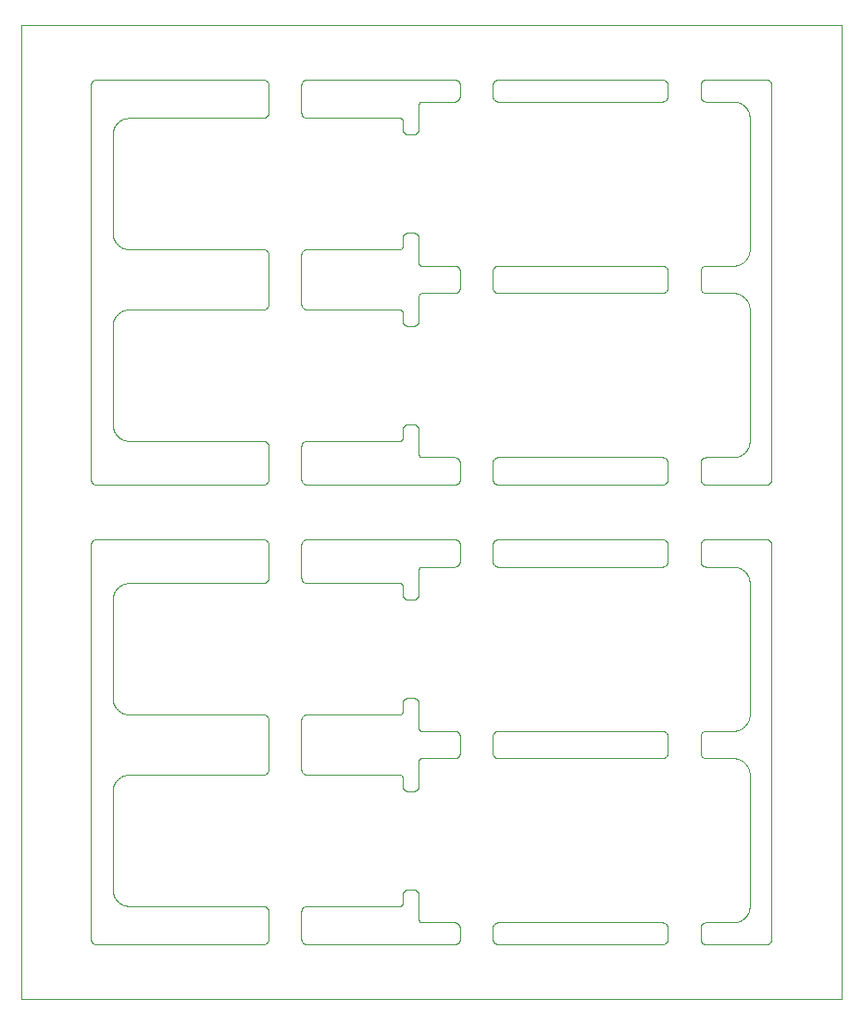
<source format=gm1>
G04 #@! TF.GenerationSoftware,KiCad,Pcbnew,8.0.1*
G04 #@! TF.CreationDate,2025-05-23T10:36:48+02:00*
G04 #@! TF.ProjectId,panel-4,70616e65-6c2d-4342-9e6b-696361645f70,F*
G04 #@! TF.SameCoordinates,Original*
G04 #@! TF.FileFunction,Profile,NP*
%FSLAX46Y46*%
G04 Gerber Fmt 4.6, Leading zero omitted, Abs format (unit mm)*
G04 Created by KiCad (PCBNEW 8.0.1) date 2025-05-23 10:36:48*
%MOMM*%
%LPD*%
G01*
G04 APERTURE LIST*
G04 #@! TA.AperFunction,Profile*
%ADD10C,0.100000*%
G04 #@! TD*
G04 APERTURE END LIST*
D10*
X36482317Y-81955086D02*
X36487619Y-81958391D01*
X65121831Y-7000000D02*
X62625215Y-7000028D01*
X65779835Y-49650648D02*
X65722289Y-49624207D01*
X66439452Y-63722338D02*
X66468774Y-63666205D01*
X62576097Y-22002403D02*
X62600523Y-22000601D01*
X62625215Y-7000028D02*
X62600720Y-6999427D01*
X40025791Y-47201752D02*
X40039894Y-47221777D01*
X35325189Y-52497345D02*
X35300892Y-52494342D01*
X8499207Y-19597289D02*
X8525648Y-19654835D01*
X43210096Y-39721770D02*
X43224199Y-39701746D01*
X66608502Y-20720858D02*
X66616503Y-20658035D01*
X22594824Y-47330897D02*
X22602506Y-47354154D01*
X8560559Y-62222360D02*
X8566680Y-62233389D01*
X68495734Y-41836107D02*
X68478846Y-41853846D01*
X58837859Y-66952176D02*
X58815472Y-66962098D01*
X36374398Y-69525410D02*
X36372595Y-69549841D01*
X8566680Y-69266610D02*
X8560559Y-69277639D01*
X68247247Y-47014954D02*
X68270851Y-47021487D01*
X62126052Y-49001028D02*
X62126012Y-47499025D01*
X58698112Y-41994597D02*
X58673801Y-41997596D01*
X8391497Y-52279141D02*
X8383496Y-52341964D01*
X66592868Y-38308093D02*
X66595407Y-38295737D01*
X36316055Y-27236191D02*
X36303978Y-27257504D01*
X43480141Y-5021487D02*
X43503746Y-5014954D01*
X34670109Y-62995546D02*
X34675261Y-62994779D01*
X39769585Y-66978794D02*
X39745978Y-66985328D01*
X25663983Y-8192168D02*
X25655168Y-8169318D01*
X66533676Y-21014964D02*
X66554160Y-20955038D01*
X22585957Y-50692124D02*
X22576031Y-50714515D01*
X22553001Y-47242467D02*
X22565073Y-47263777D01*
X34787775Y-37939532D02*
X34792303Y-37935228D01*
X62140960Y-66622264D02*
X62135594Y-66598366D01*
X35117658Y-69928743D02*
X35096975Y-69915643D01*
X6683041Y-83962015D02*
X6660650Y-83952090D01*
X22460102Y-41870731D02*
X22441556Y-41886729D01*
X65420712Y-24529587D02*
X65358376Y-24518414D01*
X8741092Y-69018260D02*
X8732876Y-69027830D01*
X66529287Y-63526816D02*
X66533668Y-63514988D01*
X68247247Y-41985045D02*
X68223350Y-41990411D01*
X39901970Y-24416173D02*
X39881277Y-24429278D01*
X59052972Y-22242534D02*
X59065043Y-22263850D01*
X35973214Y-52490359D02*
X35949076Y-52494540D01*
X35117747Y-61571286D02*
X35139054Y-61559219D01*
X36376399Y-21775321D02*
X36377210Y-21780466D01*
X66207710Y-49962070D02*
X66162929Y-49917289D01*
X25957114Y-38028958D02*
X25980368Y-38021276D01*
X36562404Y-39491919D02*
X36567511Y-39492946D01*
X66500792Y-67902710D02*
X66474351Y-67845164D01*
X39959588Y-64629243D02*
X39977326Y-64646129D01*
X39977589Y-66854106D02*
X39959851Y-66870997D01*
X8792289Y-20037929D02*
X8837070Y-20082710D01*
X40052949Y-39742455D02*
X40065022Y-39763765D01*
X34880657Y-27074107D02*
X34877654Y-27049810D01*
X36555269Y-81989857D02*
X36568543Y-81993294D01*
X6488268Y-83817562D02*
X6473199Y-83798253D01*
X25934094Y-68462224D02*
X25911703Y-68452299D01*
X25664213Y-50692189D02*
X25655397Y-50669340D01*
X59102019Y-49146013D02*
X59094333Y-49169264D01*
X43625016Y-7000241D02*
X43600519Y-6999640D01*
X36290903Y-36722091D02*
X36304006Y-36742783D01*
X58941528Y-64613303D02*
X58960075Y-64629305D01*
X62456902Y-41970829D02*
X62434051Y-41962014D01*
X36509464Y-81971250D02*
X36514927Y-81974282D01*
X40064818Y-24236469D02*
X40052747Y-24257782D01*
X8640383Y-79851634D02*
X8647589Y-79861987D01*
X34875846Y-79474683D02*
X34877655Y-79450262D01*
X8647603Y-37362007D02*
X8685087Y-37413053D01*
X40114357Y-39901638D02*
X40118544Y-39925769D01*
X34872761Y-20281528D02*
X34873554Y-20275301D01*
X9654141Y-80483502D02*
X9716964Y-80491503D01*
X43368462Y-39570993D02*
X43389773Y-39558921D01*
X43389816Y-66941212D02*
X43368503Y-66929136D01*
X62347826Y-64584093D02*
X62368518Y-64570991D01*
X43328247Y-22098168D02*
X43348269Y-22084070D01*
X6412984Y-83691958D02*
X6404169Y-83669107D01*
X65283010Y-24508493D02*
X65270461Y-24507217D01*
X6776649Y-5009588D02*
X6800781Y-5005401D01*
X62135642Y-64901637D02*
X62141008Y-64877741D01*
X62308496Y-49386765D02*
X62289951Y-49370768D01*
X62576149Y-83997596D02*
X62551839Y-83994597D01*
X22623943Y-25501152D02*
X22623341Y-25525649D01*
X22621540Y-38449922D02*
X22623343Y-38474348D01*
X39977791Y-49354135D02*
X39960053Y-49371023D01*
X36303978Y-69757504D02*
X36290870Y-69778199D01*
X43480243Y-47021493D02*
X43503851Y-47014959D01*
X35374250Y-36500320D02*
X35875987Y-36500320D01*
X8377404Y-52417735D02*
X8376765Y-52430333D01*
X68150484Y-83999398D02*
X68125987Y-84000000D01*
X36498299Y-24534763D02*
X36486662Y-24542017D01*
X34874682Y-62756261D02*
X34875001Y-62743730D01*
X66038053Y-67310087D02*
X65987007Y-67272603D01*
X36375319Y-49743699D02*
X36375000Y-49756308D01*
X8383496Y-36658035D02*
X8391497Y-36720858D01*
X9023365Y-26265383D02*
X9013012Y-26272589D01*
X58624911Y-22000000D02*
X58649412Y-22000601D01*
X40076034Y-39785641D02*
X40085959Y-39808032D01*
X36423040Y-81896991D02*
X36431433Y-81907834D01*
X36089349Y-36548230D02*
X36111226Y-36559242D01*
X62173913Y-22285659D02*
X62184925Y-22263781D01*
X43347850Y-47084121D02*
X43368544Y-47071014D01*
X62140965Y-41622236D02*
X62135599Y-41598338D01*
X22602455Y-50646017D02*
X22594772Y-50669273D01*
X62164040Y-24191998D02*
X62155225Y-24169147D01*
X22623996Y-68001140D02*
X22623395Y-68025638D01*
X58792624Y-66970910D02*
X58769371Y-66978590D01*
X25980198Y-80521277D02*
X26003803Y-80514745D01*
X65923734Y-64269480D02*
X65976613Y-64234630D01*
X22614405Y-47401656D02*
X22618591Y-47425788D01*
X40094565Y-24169342D02*
X40085753Y-24192195D01*
X8407131Y-69691906D02*
X8404592Y-69704262D01*
X59085516Y-39807960D02*
X59094333Y-39830806D01*
X68587015Y-83691958D02*
X68577090Y-83714349D01*
X40121095Y-22450023D02*
X40122900Y-22474447D01*
X22618542Y-38425615D02*
X22621540Y-38449922D01*
X22197992Y-8494758D02*
X22173685Y-8497756D01*
X22222320Y-83990410D02*
X22198188Y-83994598D01*
X62197035Y-83757499D02*
X62184964Y-83736186D01*
X36439657Y-7082584D02*
X36435449Y-7087242D01*
X36132448Y-52428980D02*
X36111130Y-52441050D01*
X39815447Y-22037977D02*
X39837836Y-22047901D01*
X40086017Y-83691958D02*
X40076092Y-83714349D01*
X8445839Y-61955038D02*
X8466323Y-62014964D01*
X66529287Y-21026816D02*
X66533668Y-21014988D01*
X34757197Y-37961996D02*
X34762325Y-37958426D01*
X25655397Y-38330659D02*
X25664213Y-38307810D01*
X62272210Y-39646149D02*
X62289948Y-39629261D01*
X43328251Y-49401981D02*
X43308944Y-49386917D01*
X40010675Y-39682432D02*
X40025743Y-39701740D01*
X39959851Y-24370997D02*
X39941304Y-24386997D01*
X22525740Y-38201581D02*
X22539843Y-38221605D01*
X36599762Y-21998609D02*
X36604958Y-21998983D01*
X8598833Y-79788009D02*
X8605505Y-79798713D01*
X58994226Y-39663846D02*
X59010224Y-39682387D01*
X9579287Y-62970412D02*
X9641623Y-62981585D01*
X43224274Y-47201801D02*
X43239342Y-47182488D01*
X65420712Y-49529587D02*
X65358376Y-49518414D01*
X62141000Y-5377809D02*
X62147530Y-5354201D01*
X34783588Y-68557186D02*
X34762346Y-68541588D01*
X6375000Y-47499012D02*
X6375601Y-47474515D01*
X36545277Y-81986584D02*
X36550154Y-81988414D01*
X36327071Y-9714311D02*
X36316055Y-9736191D01*
X40121585Y-47450101D02*
X40123386Y-47474527D01*
X43128403Y-39950089D02*
X43131401Y-39925781D01*
X36457564Y-21935324D02*
X36467167Y-21943568D01*
X35004559Y-79164150D02*
X35021447Y-79146418D01*
X58673445Y-66997668D02*
X58649024Y-66999470D01*
X22585957Y-38307875D02*
X22594772Y-38330726D01*
X36532376Y-39481949D02*
X36538205Y-39484278D01*
X43348642Y-82084042D02*
X43369330Y-82070947D01*
X22222341Y-68490571D02*
X22198209Y-68494758D01*
X9208794Y-51156225D02*
X9152661Y-51185547D01*
X40102503Y-41645841D02*
X40094820Y-41669098D01*
X43504231Y-64514949D02*
X43528124Y-64509585D01*
X62141005Y-83622192D02*
X62135641Y-83598292D01*
X59108952Y-47377848D02*
X59114315Y-47401749D01*
X36290870Y-52278199D02*
X36276762Y-52298226D01*
X66578547Y-38369808D02*
X66592863Y-38308118D01*
X35924910Y-19002723D02*
X35949218Y-19005722D01*
X9086990Y-68723833D02*
X9076286Y-68730505D01*
X34751626Y-68534906D02*
X34728267Y-68522704D01*
X43126601Y-41525484D02*
X43126000Y-41500987D01*
X65580038Y-39429160D02*
X65639964Y-39408676D01*
X39860228Y-83941078D02*
X39838352Y-83952090D01*
X9878168Y-62999999D02*
X22124924Y-62999841D01*
X43600515Y-39500601D02*
X43625012Y-39500000D01*
X6412984Y-5308041D02*
X6422909Y-5285650D01*
X22614408Y-68098504D02*
X22609042Y-68122401D01*
X9086990Y-51223833D02*
X9076286Y-51230505D01*
X43272321Y-83853752D02*
X43255432Y-83836003D01*
X43289892Y-39629265D02*
X43308437Y-39613268D01*
X59094832Y-83669107D02*
X59086017Y-83691958D01*
X43147575Y-47354238D02*
X43155255Y-47330977D01*
X66314912Y-63913053D02*
X66352396Y-63862007D01*
X25631393Y-5425782D02*
X25635580Y-5401651D01*
X68615411Y-47401649D02*
X68619598Y-47425781D01*
X8383496Y-79158035D02*
X8391497Y-79220858D01*
X66578541Y-50630166D02*
X66575379Y-50617955D01*
X34875237Y-79499175D02*
X34875846Y-79474683D01*
X65580014Y-67070831D02*
X65567979Y-67067055D01*
X36043991Y-52470792D02*
X36020729Y-52478471D01*
X26076081Y-5002403D02*
X26100507Y-5000601D01*
X25696994Y-20742257D02*
X25710097Y-20721565D01*
X8902850Y-62642140D02*
X8951931Y-62682160D01*
X36353504Y-52145801D02*
X36345818Y-52169061D01*
X58721877Y-24490485D02*
X58697749Y-24494671D01*
X22594805Y-83669081D02*
X22585992Y-83691933D01*
X25647488Y-20853943D02*
X25655171Y-20830687D01*
X66097169Y-39142123D02*
X66106739Y-39133907D01*
X43327782Y-24401922D02*
X43308472Y-24386849D01*
X22269845Y-47021487D02*
X22293101Y-47029170D01*
X6384588Y-5401649D02*
X6389954Y-5377752D01*
X22565073Y-41736222D02*
X22553001Y-41757532D01*
X25868461Y-63070786D02*
X25889771Y-63058713D01*
X62210132Y-5221806D02*
X62224235Y-5201778D01*
X62551788Y-22005401D02*
X62576097Y-22002403D01*
X22623992Y-41500979D02*
X22623391Y-41525477D01*
X34810324Y-80417435D02*
X34819255Y-80407031D01*
X62434100Y-49462046D02*
X62411709Y-49452121D01*
X22269844Y-68478672D02*
X22246239Y-68485205D01*
X65283035Y-81991503D02*
X65345858Y-81983502D01*
X9220141Y-68650659D02*
X9208816Y-68656214D01*
X34874681Y-26243713D02*
X34874038Y-26231033D01*
X39722301Y-49490697D02*
X39698170Y-49494885D01*
X8647603Y-19862007D02*
X8685087Y-19913053D01*
X25628460Y-68050126D02*
X25626658Y-68025700D01*
X59123400Y-83525484D02*
X59121598Y-83549909D01*
X35349605Y-9999153D02*
X35325189Y-9997345D01*
X43503812Y-66985193D02*
X43480203Y-66978658D01*
X34880660Y-19425960D02*
X34884853Y-19401835D01*
X25673908Y-8214559D02*
X25663983Y-8192168D01*
X25724203Y-83798249D02*
X25710100Y-83778224D01*
X8640383Y-37351634D02*
X8647589Y-37361987D01*
X59065043Y-64763850D02*
X59076053Y-64785732D01*
X65923713Y-49730505D02*
X65913009Y-49723833D01*
X36568567Y-81993300D02*
X36574682Y-81994719D01*
X34670088Y-51004450D02*
X34642897Y-51000987D01*
X35039185Y-79129536D02*
X35057729Y-79113545D01*
X66608499Y-25779116D02*
X66606589Y-25766648D01*
X22576087Y-68214506D02*
X22565075Y-68236383D01*
X6404169Y-41669107D02*
X6396487Y-41645851D01*
X43136074Y-49098602D02*
X43131882Y-49074475D01*
X43173909Y-6714594D02*
X43163984Y-6692203D01*
X25789947Y-80629054D02*
X25808492Y-80613057D01*
X62434254Y-82037977D02*
X62457104Y-82029164D01*
X68382537Y-41929006D02*
X68361226Y-41941078D01*
X62327754Y-47098202D02*
X62347779Y-47084099D01*
X62128456Y-49049951D02*
X62126654Y-49025525D01*
X25724197Y-8298462D02*
X25710095Y-8278438D01*
X34869762Y-8699658D02*
X34868436Y-8694620D01*
X6396487Y-83645851D02*
X6389954Y-83622247D01*
X43224199Y-41798253D02*
X43210096Y-41778229D01*
X36044107Y-61529490D02*
X36066958Y-61538305D01*
X8499197Y-26902733D02*
X8494223Y-26914325D01*
X6800781Y-41994598D02*
X6776649Y-41990411D01*
X68495734Y-5163892D02*
X68511731Y-5182437D01*
X9566906Y-37967868D02*
X9579262Y-37970407D01*
X40025744Y-49298545D02*
X40010676Y-49317852D01*
X62147701Y-82354096D02*
X62155385Y-82330842D01*
X22124926Y-37999841D02*
X22149423Y-38000442D01*
X6473199Y-41798253D02*
X6459096Y-41778229D01*
X39673855Y-5002403D02*
X39698165Y-5005402D01*
X36383080Y-7187404D02*
X36382053Y-7192511D01*
X62147700Y-6645934D02*
X62141166Y-6622332D01*
X43551781Y-39505401D02*
X43576089Y-39502403D01*
X34750786Y-26034194D02*
X34746309Y-26031532D01*
X62368683Y-6929048D02*
X62347992Y-6915947D01*
X34904437Y-27168953D02*
X34896753Y-27145708D01*
X40114140Y-66598575D02*
X40108776Y-66622475D01*
X62255300Y-5163919D02*
X62272189Y-5146178D01*
X34874681Y-51243713D02*
X34874038Y-51231033D01*
X35229291Y-27478246D02*
X35206046Y-27470562D01*
X59118539Y-64925895D02*
X59121532Y-64950208D01*
X66608502Y-80720858D02*
X66616503Y-80658035D01*
X8383496Y-61658035D02*
X8391497Y-61720858D01*
X40121320Y-24050131D02*
X40118324Y-24074441D01*
X66352396Y-50137992D02*
X66314912Y-50086946D01*
X36345818Y-69669061D02*
X36337000Y-69691916D01*
X59122933Y-24025679D02*
X59121125Y-24050100D01*
X25911654Y-83952089D02*
X25889777Y-83941077D01*
X58838350Y-82047909D02*
X58860227Y-82058921D01*
X35206162Y-61529479D02*
X35229414Y-61521799D01*
X34875001Y-8756269D02*
X34874682Y-8743738D01*
X6683041Y-5037984D02*
X6705892Y-5029169D01*
X6596770Y-5084096D02*
X6617462Y-5070993D01*
X59108555Y-39877657D02*
X59113925Y-39901550D01*
X62224421Y-82201714D02*
X62239490Y-82182408D01*
X65567954Y-24567048D02*
X65507068Y-24549626D01*
X6377403Y-47450089D02*
X6380401Y-47425781D01*
X58815869Y-41962004D02*
X58793015Y-41970821D01*
X8647589Y-69138012D02*
X8640383Y-69148365D01*
X22222122Y-80509427D02*
X22246019Y-80514793D01*
X66106739Y-24866092D02*
X66097169Y-24857876D01*
X25655171Y-63330687D02*
X25663985Y-63307836D01*
X8792289Y-62537929D02*
X8837070Y-62582710D01*
X65710674Y-39380776D02*
X65722266Y-39375802D01*
X62272210Y-64646148D02*
X62289948Y-64629261D01*
X39838340Y-41952088D02*
X39815948Y-41962014D01*
X65987007Y-81727396D02*
X66038053Y-81689912D01*
X58993852Y-6836283D02*
X58976965Y-6854011D01*
X9871832Y-26000080D02*
X9805358Y-26001764D01*
X34822629Y-80402924D02*
X34825586Y-80398636D01*
X65345858Y-7016497D02*
X65283035Y-7008496D01*
X25697014Y-41757519D02*
X25684942Y-41736207D01*
X36385142Y-24680269D02*
X36381705Y-24693543D01*
X22124924Y-62999841D02*
X22149421Y-63000442D01*
X66314912Y-21413053D02*
X66352396Y-21362007D01*
X66608499Y-8279116D02*
X66606589Y-8266648D01*
X25980200Y-25978722D02*
X25956944Y-25971039D01*
X59039023Y-6778438D02*
X59024918Y-6798451D01*
X36376399Y-39275321D02*
X36377210Y-39280466D01*
X25628402Y-8050121D02*
X25626600Y-8025696D01*
X39746249Y-83985045D02*
X39722352Y-83990411D01*
X6396487Y-41645851D02*
X6389954Y-41622247D01*
X39941043Y-22113248D02*
X39959588Y-22129243D01*
X43164024Y-66692023D02*
X43155212Y-66669167D01*
X25911702Y-80547699D02*
X25934093Y-80537774D01*
X66433306Y-25266588D02*
X66401179Y-25212012D01*
X36369598Y-19426102D02*
X36372596Y-19450410D01*
X58793057Y-64529179D02*
X58815912Y-64537996D01*
X34762346Y-80458411D02*
X34783588Y-80442813D01*
X8375000Y-61496845D02*
X8375079Y-61503153D01*
X22477842Y-20645994D02*
X22494730Y-20663733D01*
X59118497Y-47425885D02*
X59121491Y-47450197D01*
X22621589Y-41549903D02*
X22618591Y-41574211D01*
X9729538Y-8507217D02*
X9716989Y-8508493D01*
X25724256Y-25798465D02*
X25710154Y-25778440D01*
X22381519Y-5071000D02*
X22402212Y-5084104D01*
X36211045Y-52370711D02*
X36192493Y-52386709D01*
X58881041Y-66929099D02*
X58859734Y-66941167D01*
X25626031Y-47499043D02*
X25626631Y-47474545D01*
X22623391Y-41525477D02*
X22621589Y-41549903D01*
X36211107Y-61629586D02*
X36228846Y-61646474D01*
X58994230Y-66836228D02*
X58977342Y-66853961D01*
X36382053Y-21807488D02*
X36383080Y-21812595D01*
X9492931Y-8549626D02*
X9432045Y-8567048D01*
X62239308Y-83817532D02*
X62224240Y-83798221D01*
X43197495Y-22242391D02*
X43210600Y-22221704D01*
X34913252Y-69691794D02*
X34904437Y-69668953D01*
X25710153Y-80721557D02*
X25724255Y-80701533D01*
X36510370Y-39471783D02*
X36514914Y-39474331D01*
X59065078Y-82263772D02*
X59076090Y-82285649D01*
X62368472Y-47070995D02*
X62389782Y-47058923D01*
X62185141Y-82263732D02*
X62197214Y-82242425D01*
X40102457Y-39854137D02*
X40108990Y-39877742D01*
X43348269Y-22084070D02*
X43368959Y-22070971D01*
X43503752Y-39514954D02*
X43527649Y-39509588D01*
X22460092Y-5129277D02*
X22477830Y-5146167D01*
X36020729Y-9978471D02*
X35997117Y-9984998D01*
X62456902Y-47029170D02*
X62480158Y-47021487D01*
X22149260Y-80500442D02*
X22173685Y-80502243D01*
X34632405Y-20499678D02*
X34637613Y-20499568D01*
X66401166Y-50211990D02*
X66394494Y-50201286D01*
X58838305Y-22047924D02*
X58860185Y-22058940D01*
X22173847Y-63002243D02*
X22198155Y-63005241D01*
X66617782Y-25854538D02*
X66616506Y-25841989D01*
X74999999Y-6111D02*
X74999876Y-1098D01*
X39960053Y-49371023D02*
X39941508Y-49387020D01*
X8494223Y-79585674D02*
X8499197Y-79597266D01*
X8560547Y-51777661D02*
X8531225Y-51833794D01*
X43389857Y-47058938D02*
X43411736Y-47047923D01*
X66595407Y-8204262D02*
X66592868Y-8191906D01*
X35229291Y-69978246D02*
X35206046Y-69970562D01*
X34959389Y-61722009D02*
X34973493Y-61701991D01*
X62289948Y-39629261D02*
X62308494Y-39613264D01*
X59010228Y-66817687D02*
X58994230Y-66836228D01*
X43140954Y-39877752D02*
X43147487Y-39854148D01*
X22269623Y-8478675D02*
X22246019Y-8485206D01*
X68554006Y-5242462D02*
X68566078Y-5263773D01*
X22269789Y-25978673D02*
X22246184Y-25985205D01*
X66267140Y-21472149D02*
X66307160Y-21423068D01*
X43126601Y-39974515D02*
X43128403Y-39950089D01*
X6825089Y-83997596D02*
X6800781Y-83994598D01*
X25697050Y-68257749D02*
X25684978Y-68236439D01*
X66474351Y-81154835D02*
X66500792Y-81097289D01*
X34870678Y-26204872D02*
X34869781Y-26199740D01*
X36290903Y-79222091D02*
X36304006Y-79242783D01*
X34699768Y-8511611D02*
X34693733Y-8509884D01*
X62155211Y-5330942D02*
X62164024Y-5308088D01*
X65858411Y-64308306D02*
X65912987Y-64276179D01*
X58860043Y-5058960D02*
X58881358Y-5071040D01*
X25647544Y-25646065D02*
X25641012Y-25622461D01*
X34869762Y-26199658D02*
X34868436Y-26194620D01*
X36431449Y-39407854D02*
X36435416Y-39412719D01*
X34913252Y-9691794D02*
X34904437Y-9668953D01*
X35039185Y-19129536D02*
X35057729Y-19113545D01*
X43210089Y-5221771D02*
X43224192Y-5201747D01*
X66207710Y-67462070D02*
X66162929Y-67417289D01*
X62224208Y-41798247D02*
X62210105Y-41778222D01*
X62126802Y-6525579D02*
X62126197Y-6501084D01*
X36456832Y-49565479D02*
X36452866Y-49568856D01*
X43129217Y-82449843D02*
X43132226Y-82425545D01*
X59122933Y-66525679D02*
X59121125Y-66550100D01*
X62308494Y-39613264D02*
X62327802Y-39598196D01*
X68382537Y-5070993D02*
X68403229Y-5084096D01*
X34904449Y-19331096D02*
X34913267Y-19308252D01*
X40039847Y-49278521D02*
X40025744Y-49298545D01*
X40123947Y-49001287D02*
X40123345Y-49025784D01*
X39859712Y-22058911D02*
X39881021Y-22070981D01*
X35021391Y-9853608D02*
X35004510Y-9835877D01*
X43239434Y-83817447D02*
X43224367Y-83798128D01*
X22338343Y-47047910D02*
X22360221Y-47058922D01*
X34718658Y-62981565D02*
X34723504Y-62979653D01*
X59118117Y-39925677D02*
X59121119Y-39949981D01*
X34904437Y-9668953D02*
X34896753Y-9645708D01*
X35229414Y-19021799D02*
X35253014Y-19015269D01*
X22565056Y-83736204D02*
X22552984Y-83757516D01*
X62239490Y-82182408D02*
X62255487Y-82163865D01*
X26100565Y-68499608D02*
X26076140Y-68497806D01*
X36599762Y-64498609D02*
X36604958Y-64498983D01*
X36544219Y-49513665D02*
X36532350Y-49518060D01*
X68223350Y-5009588D02*
X68247247Y-5014954D01*
X43210600Y-22221704D02*
X43224704Y-22201685D01*
X36617594Y-49500321D02*
X36612386Y-49500431D01*
X22293081Y-83970827D02*
X22269824Y-83978510D01*
X59102019Y-39854057D02*
X59108555Y-39877657D01*
X22246185Y-38014794D02*
X22269790Y-38021326D01*
X36365411Y-79401970D02*
X36369598Y-79426102D01*
X36261688Y-69817536D02*
X36245684Y-69836083D01*
X39698218Y-82005401D02*
X39722350Y-82009588D01*
X58745770Y-66985120D02*
X58721877Y-66990485D01*
X25847768Y-63083889D02*
X25868461Y-63070786D01*
X22525740Y-25798417D02*
X22510671Y-25817725D01*
X34859267Y-51163182D02*
X34856803Y-51157441D01*
X35076960Y-69901544D02*
X35057660Y-69886481D01*
X36327071Y-27214311D02*
X36316055Y-27236191D01*
X9805358Y-80498235D02*
X9871832Y-80499919D01*
X66505776Y-50414325D02*
X66500802Y-50402733D01*
X62128410Y-22450102D02*
X62131407Y-22425794D01*
X62135594Y-66598366D02*
X62131407Y-66574234D01*
X40064560Y-64763730D02*
X40075573Y-64785604D01*
X39649486Y-83999398D02*
X39624989Y-84000000D01*
X43239772Y-64682382D02*
X43255770Y-64663842D01*
X58792268Y-6970921D02*
X58769019Y-6978599D01*
X43197495Y-64742391D02*
X43210600Y-64721704D01*
X66359630Y-81351613D02*
X66394480Y-81298734D01*
X34843468Y-62871202D02*
X34846220Y-62865592D01*
X39793097Y-41970829D02*
X39769841Y-41978512D01*
X34810957Y-8583424D02*
X34792322Y-8564789D01*
X40118545Y-49074516D02*
X40114357Y-49098647D01*
X8961926Y-26310102D02*
X8951951Y-26317823D01*
X22539881Y-83778210D02*
X22525779Y-83798236D01*
X22401997Y-80583928D02*
X22422021Y-80598029D01*
X59025800Y-82201745D02*
X59039903Y-82221770D01*
X36618699Y-81999680D02*
X36631308Y-81999999D01*
X58881455Y-41928985D02*
X58860142Y-41941061D01*
X40085753Y-66692195D02*
X40075829Y-66714589D01*
X66216435Y-64028750D02*
X66258890Y-63981758D01*
X9141588Y-51191693D02*
X9087012Y-51223820D01*
X36417142Y-81888286D02*
X36419879Y-81892718D01*
X36403226Y-21864647D02*
X36417131Y-21888268D01*
X22422248Y-41901798D02*
X22402223Y-41915901D01*
X36520783Y-81976800D02*
X36545257Y-81986576D01*
X36431433Y-49592165D02*
X36423040Y-49603008D01*
X34791668Y-62936052D02*
X34801607Y-62926605D01*
X8377404Y-69917735D02*
X8376765Y-69930333D01*
X62576292Y-82002402D02*
X62600715Y-82000601D01*
X34913267Y-61808252D02*
X34923196Y-61785868D01*
X36488444Y-21959157D02*
X36492781Y-21962042D01*
X36448411Y-21926625D02*
X36452850Y-21931064D01*
X66616506Y-20658010D02*
X66617782Y-20645461D01*
X43135587Y-6598594D02*
X43131400Y-6574463D01*
X65976613Y-67265369D02*
X65923734Y-67230519D01*
X22422021Y-80598029D02*
X22441329Y-80613096D01*
X22381531Y-41929004D02*
X22360221Y-41941077D01*
X34711722Y-26015697D02*
X34705760Y-26013826D01*
X65358376Y-81981585D02*
X65420712Y-81970412D01*
X43272658Y-64646108D02*
X43290395Y-64629225D01*
X36497418Y-7035405D02*
X36492853Y-7037913D01*
X39960099Y-41870730D02*
X39941553Y-41886728D01*
X43135588Y-41598350D02*
X43131401Y-41574218D01*
X34934187Y-9736041D02*
X34923177Y-9714174D01*
X66153750Y-7408564D02*
X66106758Y-7366109D01*
X25847825Y-25916112D02*
X25827801Y-25902010D01*
X34637697Y-62999563D02*
X34642876Y-62999014D01*
X22594771Y-63330727D02*
X22602454Y-63353983D01*
X9152661Y-20314452D02*
X9208794Y-20343774D01*
X66267140Y-81472149D02*
X66307160Y-81423068D01*
X36472051Y-7052448D02*
X36467186Y-7056415D01*
X34772805Y-26048671D02*
X34767745Y-26044955D01*
X40121543Y-49050209D02*
X40118545Y-49074516D01*
X8404592Y-36795737D02*
X8407131Y-36808093D01*
X40121320Y-66550131D02*
X40118324Y-66574441D01*
X22269623Y-80521324D02*
X22292878Y-80529006D01*
X68622596Y-41549910D02*
X68619598Y-41574218D01*
X59076092Y-83714349D02*
X59065080Y-83736226D01*
X6375000Y-83500987D02*
X6375000Y-47499012D01*
X62625020Y-22000000D02*
X65121833Y-22000000D01*
X34877655Y-61950262D02*
X34880660Y-61925960D01*
X25626003Y-63498807D02*
X25626604Y-63474310D01*
X62625064Y-39500000D02*
X65121833Y-39500000D01*
X43527643Y-5009588D02*
X43551774Y-5005401D01*
X35004559Y-19164150D02*
X35021447Y-19146418D01*
X66625000Y-20496833D02*
X66625000Y-8503166D01*
X9566881Y-8532136D02*
X9505191Y-8546452D01*
X59010701Y-22182493D02*
X59025769Y-22201806D01*
X22338119Y-80547744D02*
X22359995Y-80558755D01*
X8846249Y-37591435D02*
X8893241Y-37633890D01*
X58815961Y-83962015D02*
X58793110Y-83970830D01*
X36482317Y-39455086D02*
X36487619Y-39458391D01*
X34890219Y-52122114D02*
X34884849Y-52098228D01*
X34680414Y-51006435D02*
X34675344Y-51005236D01*
X43289925Y-24370847D02*
X43272186Y-24353954D01*
X22198156Y-50994758D02*
X22173848Y-50997756D01*
X34973493Y-19201991D02*
X34988562Y-19182690D01*
X59094744Y-47330977D02*
X59102424Y-47354238D01*
X62128414Y-47450101D02*
X62131412Y-47425793D01*
X9076286Y-62769494D02*
X9086990Y-62776166D01*
X43625012Y-39500000D02*
X58624521Y-39500000D01*
X58793015Y-47029178D02*
X58815869Y-47037995D01*
X22510499Y-80682261D02*
X22525568Y-80701567D01*
X25631456Y-80925563D02*
X25635644Y-80901432D01*
X58901731Y-66916000D02*
X58881041Y-66929099D01*
X43434089Y-24462156D02*
X43411695Y-24452228D01*
X22246240Y-41985045D02*
X22222343Y-41990411D01*
X9208794Y-8656225D02*
X9152661Y-8685547D01*
X35349605Y-27499153D02*
X35325189Y-27497345D01*
X25772210Y-25854056D02*
X25755322Y-25836318D01*
X43147480Y-5354149D02*
X43155162Y-5330893D01*
X35139054Y-79059219D02*
X35160928Y-79048211D01*
X68566078Y-83736226D02*
X68554006Y-83757537D01*
X62135642Y-39901638D02*
X62141009Y-39877742D01*
X9360011Y-51091331D02*
X9348183Y-51095712D01*
X62174128Y-82285606D02*
X62185141Y-82263732D01*
X58745422Y-6985127D02*
X58721533Y-6990490D01*
X26100563Y-80500391D02*
X26125060Y-80499789D01*
X34728267Y-37977295D02*
X34751626Y-37965093D01*
X9641648Y-80481589D02*
X9654116Y-80483499D01*
X66359630Y-21351613D02*
X66394480Y-21298734D01*
X26051778Y-20505191D02*
X26076086Y-20502193D01*
X58649024Y-66999470D02*
X58624531Y-67000071D01*
X65283035Y-21991503D02*
X65345858Y-21983502D01*
X9419985Y-20429168D02*
X9432020Y-20432944D01*
X36375000Y-49756334D02*
X36375000Y-52000908D01*
X26051998Y-38005191D02*
X26076305Y-38002192D01*
X9277733Y-37875802D02*
X9289325Y-37880776D01*
X34699816Y-62988373D02*
X34705756Y-62986343D01*
X22173848Y-38002243D02*
X22198156Y-38005241D01*
X36574655Y-49505236D02*
X36569585Y-49506435D01*
X62480358Y-82021483D02*
X62503961Y-82014952D01*
X65207264Y-67002404D02*
X65194666Y-67001765D01*
X62128410Y-66549925D02*
X62126609Y-66525499D01*
X62308444Y-66886758D02*
X62289898Y-66870760D01*
X58921749Y-39598171D02*
X58941056Y-39613235D01*
X66592863Y-68191881D02*
X66578547Y-68130191D01*
X9087012Y-37776179D02*
X9141588Y-37808306D01*
X43196993Y-41757537D02*
X43184921Y-41736226D01*
X26051773Y-5005401D02*
X26076081Y-5002403D01*
X22246184Y-63014794D02*
X22269789Y-63021326D01*
X65420712Y-7029587D02*
X65358376Y-7018414D01*
X25847792Y-47084103D02*
X25868485Y-47070999D01*
X39881539Y-83929006D02*
X39860228Y-83941078D01*
X8605505Y-26701286D02*
X8598833Y-26711990D01*
X68566078Y-47263773D02*
X68577090Y-47285650D01*
X6375601Y-5474515D02*
X6377403Y-5450089D01*
X25664006Y-41691937D02*
X25655192Y-41669084D01*
X66106758Y-64133890D02*
X66153750Y-64091435D01*
X39881481Y-39570991D02*
X39902173Y-39584094D01*
X25827801Y-25902010D02*
X25808493Y-25886941D01*
X8598833Y-19788009D02*
X8605505Y-19798713D01*
X59076090Y-82285649D02*
X59086015Y-82308040D01*
X58901726Y-39584072D02*
X58921749Y-39598171D01*
X36043991Y-69970792D02*
X36020729Y-69978471D01*
X58977342Y-66853961D02*
X58959605Y-66870844D01*
X25673901Y-5285651D02*
X25684913Y-5263773D01*
X36153147Y-52415879D02*
X36132448Y-52428980D01*
X36276762Y-9798226D02*
X36261688Y-9817536D01*
X8605519Y-62298734D02*
X8640369Y-62351613D01*
X62527860Y-6990442D02*
X62503965Y-6985077D01*
X39902220Y-47084099D02*
X39922245Y-47098202D01*
X9013012Y-20227410D02*
X9023365Y-20234616D01*
X35004510Y-69835877D02*
X34988518Y-69817339D01*
X22381305Y-8429173D02*
X22359995Y-8441244D01*
X68610045Y-83622247D02*
X68603512Y-83645851D01*
X22565075Y-68236383D02*
X22553003Y-68257694D01*
X62224422Y-6798316D02*
X62210319Y-6778294D01*
X36498299Y-67034763D02*
X36486662Y-67042017D01*
X62141166Y-6622332D02*
X62135797Y-6598437D01*
X66533676Y-81014964D02*
X66554160Y-80955038D01*
X43503973Y-83985035D02*
X43480361Y-83978498D01*
X58941060Y-24386837D02*
X58921754Y-24401901D01*
X62147542Y-24145892D02*
X62141009Y-24122287D01*
X66307176Y-63923048D02*
X66314897Y-63913073D01*
X26027699Y-80509378D02*
X26051830Y-80505191D01*
X65128154Y-49500080D02*
X65121844Y-49500000D01*
X8732876Y-37472169D02*
X8741092Y-37481739D01*
X43389773Y-41941078D02*
X43368462Y-41929006D01*
X62126197Y-6501084D02*
X62126059Y-5499080D01*
X66622593Y-50917710D02*
X66617784Y-50854563D01*
X43273037Y-82146060D02*
X43290773Y-82129182D01*
X62141009Y-49122286D02*
X62135642Y-49098389D01*
X66616506Y-38158010D02*
X66617782Y-38145461D01*
X40114357Y-49098647D02*
X40108990Y-49122543D01*
X62347826Y-39584094D02*
X62368518Y-39570991D01*
X36478092Y-49548144D02*
X36456849Y-49565466D01*
X65639964Y-67091323D02*
X65580038Y-67070839D01*
X9348183Y-80404287D02*
X9360011Y-80408668D01*
X8566693Y-37233411D02*
X8598820Y-37287987D01*
X36374398Y-19474836D02*
X36375000Y-19499333D01*
X59114315Y-41598250D02*
X59108952Y-41622151D01*
X43126459Y-22498885D02*
X43127066Y-22474392D01*
X8692823Y-69076951D02*
X8685102Y-69086926D01*
X66314897Y-50086926D02*
X66307176Y-50076951D01*
X25827973Y-38097983D02*
X25847997Y-38083882D01*
X58793110Y-83970830D02*
X58769854Y-83978512D01*
X36337000Y-69691916D02*
X36327071Y-69714311D01*
X6459096Y-47221770D02*
X6473199Y-47201746D01*
X65858411Y-81808306D02*
X65912987Y-81776179D01*
X22510671Y-63182274D02*
X22525740Y-63201582D01*
X22618569Y-83574185D02*
X22614383Y-83598318D01*
X34988562Y-36682690D02*
X35004559Y-36664150D01*
X9792735Y-62997595D02*
X9805333Y-62998234D01*
X43625471Y-64500000D02*
X58624911Y-64500000D01*
X34825598Y-62898619D02*
X34840100Y-62876614D01*
X43239342Y-47182488D02*
X43255340Y-47163938D01*
X59118122Y-66574403D02*
X59113930Y-66598530D01*
X36567532Y-39492950D02*
X36594512Y-39497786D01*
X39792843Y-66971110D02*
X39769585Y-66978794D01*
X66048048Y-7317823D02*
X66038073Y-7310102D01*
X66153750Y-49908564D02*
X66106758Y-49866109D01*
X59064578Y-24236374D02*
X59052504Y-24257679D01*
X25739267Y-20682232D02*
X25755264Y-20663686D01*
X59121119Y-39949981D02*
X59122926Y-39974402D01*
X65722289Y-21875792D02*
X65779835Y-21849351D01*
X9505166Y-8546458D02*
X9492955Y-8549620D01*
X39698019Y-6994885D02*
X39673714Y-6997883D01*
X59025725Y-41798198D02*
X59010657Y-41817511D01*
X65358351Y-24518410D02*
X65345883Y-24516500D01*
X40102458Y-49146148D02*
X40094775Y-49169403D01*
X8375080Y-36503165D02*
X8376764Y-36569641D01*
X43131460Y-24074256D02*
X43128467Y-24049944D01*
X58624521Y-39500000D02*
X58649014Y-39500601D01*
X8383493Y-27341989D02*
X8382217Y-27354538D01*
X36316055Y-52236191D02*
X36303978Y-52257504D01*
X59123287Y-47474627D02*
X59123883Y-47499128D01*
X39721846Y-64509586D02*
X39745741Y-64514952D01*
X62210319Y-6778294D02*
X62197215Y-6757605D01*
X25724191Y-5201746D02*
X25739260Y-5182438D01*
X65507044Y-67049620D02*
X65494833Y-67046458D01*
X123Y-1098D02*
X0Y-6111D01*
X36439674Y-39417434D02*
X36449121Y-39427372D01*
X66401179Y-81287987D02*
X66433306Y-81233411D01*
X59064999Y-41736156D02*
X59052929Y-41757471D01*
X22564848Y-8236410D02*
X22552775Y-8257718D01*
X35160825Y-69951822D02*
X35138958Y-69940812D01*
X68619598Y-47425781D02*
X68622596Y-47450089D01*
X6557437Y-47113268D02*
X6576746Y-47098199D01*
X22618595Y-20925627D02*
X22621593Y-20949935D01*
X8893241Y-26366109D02*
X8846249Y-26408564D01*
X43456944Y-24470973D02*
X43434089Y-24462156D01*
X9141610Y-37808319D02*
X9152639Y-37814440D01*
X36477151Y-7048702D02*
X36472091Y-7052417D01*
X68442562Y-47113268D02*
X68461107Y-47129265D01*
X25956889Y-63028961D02*
X25980145Y-63021278D01*
X34705780Y-20486334D02*
X34718639Y-20481572D01*
X43135588Y-39901649D02*
X43140954Y-39877752D01*
X9871845Y-37999919D02*
X9878155Y-37999999D01*
X8961946Y-37689912D02*
X9012992Y-37727396D01*
X6800781Y-47005401D02*
X6825089Y-47002403D01*
X9076265Y-26230519D02*
X9023386Y-26265369D01*
X22360221Y-20558761D02*
X22381531Y-20570833D01*
X58721869Y-39509585D02*
X58745763Y-39514950D01*
X36153147Y-9915879D02*
X36132448Y-9928980D01*
X35300892Y-9994342D02*
X35276771Y-9990150D01*
X62131407Y-22425794D02*
X62135594Y-22401662D01*
X9641623Y-51018414D02*
X9579287Y-51029587D01*
X36365407Y-52098290D02*
X36360039Y-52122192D01*
X6596770Y-83915903D02*
X6576746Y-83901800D01*
X6404169Y-47330892D02*
X6412984Y-47308041D01*
X43163984Y-39808041D02*
X43173909Y-39785650D01*
X68339349Y-5047909D02*
X68361226Y-5058921D01*
X22477840Y-41853843D02*
X22460102Y-41870731D01*
X22360203Y-83941073D02*
X22338325Y-83952085D01*
X22618595Y-68074372D02*
X22614408Y-68098504D01*
X40064560Y-22263730D02*
X40075573Y-22285604D01*
X36066958Y-36538305D02*
X36089349Y-36548230D01*
X58921754Y-66901901D02*
X58901731Y-66916000D01*
X34843467Y-8628690D02*
X34840805Y-8624213D01*
X34791653Y-68563932D02*
X34787802Y-68560424D01*
X58860142Y-47058938D02*
X58881455Y-47071014D01*
X36020851Y-19021807D02*
X36044107Y-19029490D01*
X25956944Y-68471039D02*
X25934094Y-68462224D01*
X25628431Y-41549881D02*
X25626631Y-41525454D01*
X34856803Y-80342558D02*
X34859267Y-80336817D01*
X6380401Y-47425781D02*
X6384588Y-47401649D01*
X8783581Y-80028768D02*
X8792272Y-80037911D01*
X59123923Y-64999139D02*
X59123540Y-66501186D01*
X36369598Y-61926102D02*
X36372596Y-61950410D01*
X59101661Y-6646130D02*
X59093971Y-6669375D01*
X8640383Y-19851634D02*
X8647589Y-19861987D01*
X25684922Y-20763567D02*
X25696994Y-20742257D01*
X62600572Y-24499427D02*
X62576146Y-24497625D01*
X62126198Y-82498945D02*
X62126802Y-82474450D01*
X22623944Y-50501154D02*
X22623343Y-50525651D01*
X66162911Y-49917272D02*
X66153768Y-49908581D01*
X35057729Y-79113545D02*
X35077035Y-79098482D01*
X66439440Y-50277639D02*
X66433319Y-50266610D01*
X22222288Y-38009428D02*
X22246185Y-38014794D01*
X62368681Y-82070981D02*
X62389990Y-82058911D01*
X8375080Y-79003165D02*
X8376764Y-79069641D01*
X34680414Y-68506435D02*
X34675344Y-68505236D01*
X9871832Y-68500080D02*
X9805358Y-68501764D01*
X34693708Y-8509877D02*
X34680434Y-8506440D01*
X22552775Y-8257718D02*
X22539672Y-8278409D01*
X39793057Y-49471116D02*
X39769801Y-49478799D01*
X62126012Y-47499025D02*
X62126613Y-47474527D01*
X25710088Y-5221771D02*
X25724191Y-5201746D01*
X66575379Y-63382044D02*
X66578541Y-63369833D01*
X62163989Y-66691978D02*
X62155174Y-66669126D01*
X43272229Y-47146195D02*
X43289968Y-47129302D01*
X65639964Y-7091323D02*
X65580038Y-7070839D01*
X22494673Y-63163728D02*
X22510671Y-63182274D01*
X35057729Y-61613545D02*
X35077035Y-61598482D01*
X22602287Y-8146041D02*
X22594603Y-8169295D01*
X66617784Y-63145436D02*
X66622593Y-63082289D01*
X66038053Y-49810087D02*
X65987007Y-49772603D01*
X66359616Y-25148365D02*
X66352410Y-25138012D01*
X36360045Y-36878073D02*
X36365411Y-36901970D01*
X66622593Y-68417710D02*
X66617784Y-68354563D01*
X66623234Y-8430333D02*
X66622595Y-8417735D01*
X34973493Y-61701991D02*
X34988562Y-61682690D01*
X22621376Y-8050104D02*
X22618377Y-8074411D01*
X36375319Y-7243699D02*
X36375000Y-7256308D01*
X36132448Y-27428980D02*
X36111130Y-27441050D01*
X40114400Y-47401661D02*
X40118587Y-47425793D01*
X66557944Y-8057020D02*
X66554168Y-8044985D01*
X62210101Y-66778251D02*
X62196998Y-66757558D01*
X43184914Y-5263774D02*
X43196986Y-5242464D01*
X34880657Y-52074107D02*
X34877654Y-52049810D01*
X36153147Y-69915879D02*
X36132448Y-69928980D01*
X34973493Y-79201991D02*
X34988562Y-79182690D01*
X39960107Y-82129265D02*
X39977846Y-82146153D01*
X8951931Y-8817839D02*
X8902850Y-8857859D01*
X34923177Y-69714174D02*
X34913252Y-69691794D01*
X66608499Y-50779116D02*
X66606589Y-50766648D01*
X43256149Y-82163788D02*
X43273037Y-82146060D01*
X8375000Y-70003166D02*
X8375000Y-78996833D01*
X62411705Y-64547907D02*
X62434095Y-64537983D01*
X36388665Y-7169217D02*
X36384560Y-7182300D01*
X58698112Y-47005402D02*
X58722247Y-47009591D01*
X8393410Y-9766648D02*
X8391500Y-9779116D01*
X34693733Y-62990115D02*
X34699768Y-62988388D01*
X39624928Y-5000000D02*
X39649427Y-5000601D01*
X68461107Y-83870734D02*
X68442562Y-83886731D01*
X22575861Y-8214534D02*
X22564848Y-8236410D01*
X34859267Y-68663182D02*
X34856803Y-68657441D01*
X62347779Y-41915900D02*
X62327754Y-41901797D01*
X43576089Y-41997596D02*
X43551781Y-41994598D01*
X62289900Y-41870730D02*
X62272162Y-41853841D01*
X34637613Y-68500431D02*
X34632405Y-68500321D01*
X36375000Y-64243691D02*
X36375319Y-64256300D01*
X36457647Y-24564815D02*
X36452907Y-24568884D01*
X34819255Y-68592968D02*
X34810324Y-68582564D01*
X39815961Y-83962015D02*
X39793110Y-83970830D01*
X62347992Y-6915947D02*
X62327968Y-6901847D01*
X8383493Y-52341989D02*
X8382217Y-52354538D01*
X39648987Y-22000601D02*
X39673411Y-22002402D01*
X58901731Y-24416000D02*
X58881041Y-24429099D01*
X22149477Y-47000601D02*
X22173903Y-47002403D01*
X43141005Y-24122295D02*
X43135643Y-24098393D01*
X6683041Y-41962015D02*
X6660650Y-41952090D01*
X22198155Y-63005241D02*
X22222287Y-63009428D01*
X65923734Y-39269480D02*
X65976613Y-39234630D01*
X25980200Y-68478722D02*
X25956944Y-68471039D01*
X66433306Y-67766588D02*
X66401179Y-67712012D01*
X8566693Y-19733411D02*
X8598820Y-19787987D01*
X36498299Y-49534763D02*
X36486662Y-49542017D01*
X8391497Y-69779141D02*
X8383496Y-69841964D01*
X8685087Y-51586946D02*
X8647603Y-51637992D01*
X43156029Y-82330698D02*
X43164850Y-82307858D01*
X25868485Y-47070999D02*
X25889795Y-47058926D01*
X34632384Y-51000320D02*
X26125226Y-51000210D01*
X62272212Y-24353881D02*
X62255323Y-24336143D01*
X40109034Y-41622236D02*
X40102503Y-41645841D01*
X39959851Y-66870997D02*
X39941304Y-66886997D01*
X8732859Y-26527850D02*
X8692839Y-26576931D01*
X66595412Y-63295712D02*
X66606585Y-63233376D01*
X36383080Y-67187404D02*
X36382053Y-67192511D01*
X65207264Y-49502404D02*
X65194666Y-49501765D01*
X36487641Y-39458404D02*
X36510352Y-39471773D01*
X22149452Y-83999398D02*
X22124953Y-84000000D01*
X62289933Y-83870713D02*
X62272194Y-83853822D01*
X9289348Y-80380786D02*
X9348159Y-80404278D01*
X36365407Y-27098290D02*
X36360039Y-27122192D01*
X36593419Y-24502244D02*
X36587192Y-24503038D01*
X25655161Y-5330893D02*
X25663976Y-5308042D01*
X58837854Y-39547895D02*
X58859728Y-39558904D01*
X9141610Y-20308319D02*
X9152639Y-20314440D01*
X36261688Y-9817536D02*
X36245684Y-9836083D01*
X36472091Y-21947582D02*
X36477151Y-21951297D01*
X58977846Y-82146153D02*
X58994734Y-82163891D01*
X8442055Y-36942979D02*
X8445831Y-36955014D01*
X43600978Y-22000601D02*
X43625471Y-22000000D01*
X58880672Y-6929124D02*
X58859368Y-6941188D01*
X39838350Y-82047909D02*
X39860227Y-82058921D01*
X62289951Y-49370768D02*
X62272212Y-49353880D01*
X35349758Y-19000921D02*
X35374250Y-19000320D01*
X62131455Y-49074258D02*
X62128456Y-49049951D01*
X6825089Y-47002403D02*
X6849515Y-47000601D01*
X25847768Y-20583889D02*
X25868461Y-20570786D01*
X36409763Y-64376700D02*
X36417017Y-64388337D01*
X8961926Y-8810102D02*
X8951951Y-8817823D01*
X36631334Y-82000000D02*
X39624988Y-82000000D01*
X39649290Y-6999685D02*
X39624795Y-7000286D01*
X34826313Y-8602174D02*
X34817920Y-8591330D01*
X34693733Y-37990115D02*
X34699768Y-37988388D01*
X36486731Y-64457868D02*
X36510352Y-64471773D01*
X36290903Y-19222091D02*
X36304006Y-19242783D01*
X6617462Y-41929006D02*
X6596770Y-41915903D01*
X35253014Y-19015269D02*
X35276907Y-19009905D01*
X65976613Y-24765369D02*
X65923734Y-24730519D01*
X43126671Y-66525513D02*
X43126076Y-66501012D01*
X43480148Y-39521487D02*
X43503752Y-39514954D01*
X43347770Y-41915903D02*
X43327746Y-41901800D01*
X36089247Y-52452060D02*
X36066849Y-52461982D01*
X43128639Y-83549664D02*
X43126849Y-83525229D01*
X36556266Y-49509884D02*
X36550231Y-49511611D01*
X9348159Y-26095721D02*
X9289348Y-26119213D01*
X62126609Y-22474529D02*
X62128410Y-22450102D01*
X35183315Y-36538290D02*
X35206162Y-36529479D01*
X8598833Y-62288009D02*
X8605505Y-62298713D01*
X36526521Y-21979609D02*
X36532380Y-21981779D01*
X25911874Y-50952302D02*
X25889998Y-50941291D01*
X39901712Y-22084082D02*
X39921735Y-22098182D01*
X59113930Y-24098530D02*
X59108560Y-24122422D01*
X25980153Y-83978512D02*
X25956896Y-83970829D01*
X66153768Y-64091418D02*
X66162911Y-64082727D01*
X62411697Y-83952082D02*
X62389818Y-83941068D01*
X34833541Y-20387441D02*
X34840794Y-20375804D01*
X34632405Y-80499678D02*
X34637613Y-80499568D01*
X62456950Y-49470860D02*
X62434100Y-49462046D01*
X65923734Y-21769480D02*
X65976613Y-21734630D01*
X25655227Y-25669321D02*
X25647544Y-25646065D01*
X66468774Y-25333794D02*
X66439452Y-25277661D01*
X65923713Y-24730505D02*
X65913009Y-24723833D01*
X36520819Y-21976818D02*
X36526428Y-21979569D01*
X62503763Y-47014955D02*
X62527661Y-47009588D01*
X43136069Y-22401540D02*
X43141440Y-22377648D01*
X62434095Y-64537983D02*
X62456946Y-64529168D01*
X9492931Y-51049626D02*
X9432045Y-51067048D01*
X9871845Y-62999919D02*
X9878155Y-62999999D01*
X68619598Y-83574218D02*
X68615411Y-83598350D01*
X36369598Y-79426102D02*
X36372596Y-79450410D01*
X43527653Y-6990654D02*
X43503756Y-6985288D01*
X66439452Y-38722338D02*
X66468774Y-38666205D01*
X25647543Y-80853931D02*
X25655226Y-80830675D01*
X58838263Y-41952076D02*
X58815869Y-41962004D01*
X34637697Y-80499563D02*
X34642876Y-80499014D01*
X58624871Y-42000000D02*
X43625012Y-42000000D01*
X22609042Y-20877598D02*
X22614408Y-20901495D01*
X36514990Y-64474369D02*
X36519732Y-64476524D01*
X59114411Y-82401649D02*
X59118599Y-82425780D01*
X8640369Y-69148386D02*
X8605519Y-69201265D01*
X39994477Y-24336365D02*
X39977589Y-24354106D01*
X68577090Y-5285650D02*
X68587015Y-5308041D01*
X36353512Y-19354468D02*
X36360045Y-19378073D01*
X59102466Y-64854246D02*
X59108995Y-64877857D01*
X36390721Y-39336794D02*
X36393050Y-39342623D01*
X39977848Y-83853845D02*
X39960109Y-83870734D01*
X68339349Y-47047909D02*
X68361226Y-47058921D01*
X43625481Y-49500152D02*
X43600987Y-49499551D01*
X65420712Y-67029587D02*
X65358376Y-67018414D01*
X58977770Y-47146195D02*
X58994659Y-47163938D01*
X36562325Y-24508100D02*
X36557362Y-24509681D01*
X59039396Y-39721710D02*
X59052500Y-39742397D01*
X43272153Y-39646153D02*
X43289892Y-39629265D01*
X36043991Y-9970792D02*
X36020729Y-9978471D01*
X25628626Y-38449850D02*
X25631625Y-38425543D01*
X59053006Y-82242462D02*
X59065078Y-82263772D01*
X65722266Y-24624197D02*
X65710674Y-24619223D01*
X36369596Y-9574154D02*
X36365407Y-9598290D01*
X35300892Y-27494342D02*
X35276771Y-27490150D01*
X36562426Y-21991874D02*
X36568546Y-21993131D01*
X22173685Y-8497756D02*
X22149260Y-8499557D01*
X25980145Y-20521278D02*
X26003750Y-20514745D01*
X36316078Y-79264094D02*
X36327090Y-79285971D01*
X25724219Y-41798238D02*
X25710117Y-41778213D01*
X36211045Y-9870711D02*
X36192493Y-9886709D01*
X62308496Y-24386766D02*
X62289950Y-24370769D01*
X36337015Y-36808361D02*
X36345830Y-36831212D01*
X9289348Y-37880786D02*
X9348159Y-37904278D01*
X36393560Y-64343614D02*
X36395348Y-64348506D01*
X9792710Y-68502406D02*
X9729563Y-68507215D01*
X34904449Y-79331096D02*
X34913267Y-79308252D01*
X40114413Y-83598349D02*
X40109047Y-83622246D01*
X62480362Y-6978546D02*
X62457107Y-6970864D01*
X36390721Y-21836794D02*
X36393050Y-21842623D01*
X34814632Y-20412736D02*
X34817907Y-20408685D01*
X6874012Y-47000000D02*
X22124979Y-47000000D01*
X43411652Y-6952334D02*
X43389775Y-6941322D01*
X9871845Y-20499919D02*
X9878155Y-20499999D01*
X25628406Y-63449884D02*
X25631403Y-63425576D01*
X58960031Y-41870697D02*
X58941485Y-41886699D01*
X40109034Y-47377763D02*
X40114400Y-47401661D01*
X58722289Y-64509591D02*
X58746190Y-64514959D01*
X22576031Y-63285485D02*
X22585956Y-63307876D01*
X22381475Y-38070831D02*
X22402168Y-38083934D01*
X34934187Y-52236041D02*
X34923177Y-52214174D01*
X43272186Y-66853954D02*
X43255297Y-66836210D01*
X36478092Y-24548144D02*
X36457667Y-24564798D01*
X58769364Y-39521480D02*
X58792617Y-39529161D01*
X36403216Y-49635370D02*
X36400668Y-49639914D01*
X8961926Y-68810102D02*
X8951951Y-68817823D01*
X36393059Y-39342647D02*
X36398467Y-39355247D01*
X62434099Y-24462046D02*
X62411708Y-24452121D01*
X66162929Y-21582710D02*
X66207710Y-21537929D01*
X62290115Y-6870786D02*
X62272377Y-6853900D01*
X35900331Y-69999327D02*
X35875829Y-69999921D01*
X66401166Y-7711990D02*
X66394494Y-7701286D01*
X39673857Y-39502403D02*
X39698165Y-39505401D01*
X35139054Y-19059219D02*
X35160928Y-19048211D01*
X59123883Y-41500871D02*
X59123287Y-41525372D01*
X65710674Y-64380776D02*
X65722266Y-64375802D01*
X36417028Y-64388355D02*
X36419876Y-64392716D01*
X36360039Y-52122192D02*
X36353504Y-52145801D01*
X66307176Y-81423048D02*
X66314897Y-81413073D01*
X9492931Y-68549626D02*
X9432045Y-68567048D01*
X39921996Y-66902068D02*
X39901970Y-66916173D01*
X22623996Y-20998859D02*
X22623943Y-25501152D01*
X6776649Y-47009588D02*
X6800781Y-47005401D01*
X9419961Y-68570839D02*
X9360035Y-68591323D01*
X25626593Y-5474516D02*
X25628395Y-5450090D01*
X43390267Y-22058902D02*
X43412141Y-22047894D01*
X65858411Y-39308306D02*
X65912987Y-39276179D01*
X25790120Y-38129047D02*
X25808666Y-38113051D01*
X58793057Y-22029179D02*
X58815912Y-22037996D01*
X39977837Y-41853841D02*
X39960099Y-41870730D01*
X66500792Y-7902710D02*
X66474351Y-7845164D01*
X22441501Y-38113104D02*
X22460047Y-38129102D01*
X22246239Y-20514794D02*
X22269844Y-20521327D01*
X58793108Y-82029169D02*
X58815959Y-82037984D01*
X66616503Y-50841964D02*
X66608502Y-50779141D01*
X36384560Y-39317699D02*
X36388665Y-39330782D01*
X25663976Y-5308042D02*
X25673901Y-5285651D01*
X34693733Y-20490115D02*
X34699768Y-20488388D01*
X65722266Y-7124197D02*
X65710674Y-7119223D01*
X25631428Y-47425809D02*
X25635614Y-47401676D01*
X36567486Y-24506922D02*
X36562407Y-24508078D01*
X68316958Y-47037984D02*
X68339349Y-47047909D01*
X6617462Y-83929006D02*
X6596770Y-83915903D01*
X25934038Y-63037776D02*
X25956889Y-63028961D01*
X22173848Y-50997756D02*
X22149423Y-50999557D01*
X25640956Y-20877548D02*
X25647488Y-20853943D01*
X22494730Y-68336266D02*
X22477842Y-68354005D01*
X34859267Y-8663182D02*
X34856803Y-8657441D01*
X8382215Y-9854563D02*
X8377406Y-9917710D01*
X36066958Y-79038305D02*
X36089349Y-79048230D01*
X8442048Y-9557045D02*
X8424626Y-9617931D01*
X25626658Y-25525700D02*
X25626056Y-25501204D01*
X39994677Y-39663887D02*
X40010675Y-39682432D01*
X34877655Y-19450262D02*
X34880660Y-19425960D01*
X34787698Y-8560401D02*
X34782757Y-8556576D01*
X39922245Y-47098202D02*
X39941553Y-47113271D01*
X22576084Y-41714344D02*
X22565073Y-41736222D01*
X22422192Y-50901963D02*
X22402168Y-50916065D01*
X36375000Y-67256334D02*
X36375000Y-69500908D01*
X43327824Y-47098227D02*
X43347850Y-47084121D01*
X8445839Y-36955038D02*
X8466323Y-37014964D01*
X59025296Y-24298384D02*
X59010228Y-24317687D01*
X22422192Y-63098037D02*
X22441500Y-63113105D01*
X43126600Y-6525729D02*
X43125998Y-6501232D01*
X62210154Y-49278266D02*
X62197051Y-49257574D01*
X34675261Y-51005220D02*
X34670109Y-51004453D01*
X39960109Y-83870734D02*
X39941564Y-83886731D01*
X25868485Y-41929000D02*
X25847792Y-41915896D01*
X8375080Y-19003165D02*
X8376764Y-19069641D01*
X43504583Y-82014944D02*
X43528472Y-82009582D01*
X9152661Y-37814452D02*
X9208794Y-37843774D01*
X59118600Y-83574217D02*
X59114413Y-83598349D01*
X8893260Y-80133907D02*
X8902830Y-80142123D01*
X36153229Y-61584417D02*
X36173253Y-61598520D01*
X62185141Y-6736298D02*
X62174128Y-6714423D01*
X25655397Y-50669340D02*
X25647714Y-50646085D01*
X22149475Y-68499557D02*
X22124977Y-68500158D01*
X8470712Y-69473183D02*
X8466331Y-69485011D01*
X9208816Y-20343785D02*
X9220141Y-20349340D01*
X35900331Y-9999327D02*
X35875829Y-9999921D01*
X25808458Y-47113276D02*
X25827767Y-47098207D01*
X62135642Y-49098389D02*
X62131455Y-49074258D01*
X65194666Y-64498234D02*
X65207264Y-64497595D01*
X66038073Y-21689897D02*
X66048048Y-21682176D01*
X8424620Y-27117955D02*
X8421458Y-27130166D01*
X36375000Y-19499333D02*
X36375000Y-21743665D01*
X65121845Y-81999999D02*
X65128153Y-81999920D01*
X22402167Y-63083934D02*
X22422192Y-63098037D01*
X62147496Y-47354158D02*
X62155179Y-47330901D01*
X62600567Y-64500601D02*
X62625063Y-64500000D01*
X43368465Y-6929250D02*
X43347772Y-6916147D01*
X35097057Y-79084384D02*
X35117747Y-79071286D01*
X62600720Y-6999427D02*
X62576296Y-6997625D01*
X9360035Y-62908676D02*
X9419961Y-62929160D01*
X40122900Y-22474447D02*
X40123504Y-22498941D01*
X26125226Y-51000210D02*
X26100730Y-50999608D01*
X34946256Y-9757341D02*
X34934187Y-9736041D01*
X9360035Y-80408676D02*
X9419961Y-80429160D01*
X68294107Y-83970830D02*
X68270851Y-83978512D01*
X58977848Y-83853845D02*
X58960109Y-83870734D01*
X74993863Y0D02*
X6136Y0D01*
X58793015Y-41970821D02*
X58769756Y-41978506D01*
X43210097Y-6778474D02*
X43196994Y-6757782D01*
X22594827Y-20830736D02*
X22602510Y-20853992D01*
X66038073Y-81689897D02*
X66048048Y-81682176D01*
X43126076Y-24001012D02*
X43126459Y-22498885D01*
X36261731Y-79182758D02*
X36276800Y-79202067D01*
X43289968Y-47129302D02*
X43308514Y-47113300D01*
X43576160Y-24497748D02*
X43551848Y-24494749D01*
X36452850Y-7068935D02*
X36448411Y-7073374D01*
X9492955Y-37950379D02*
X9505166Y-37953541D01*
X43480630Y-22021480D02*
X43504231Y-22014949D01*
X34632405Y-62999678D02*
X34637613Y-62999568D01*
X66162911Y-24917272D02*
X66153768Y-24908581D01*
X66352410Y-21361987D02*
X66359616Y-21351634D01*
X22608988Y-50622413D02*
X22602455Y-50646017D01*
X25673965Y-80785435D02*
X25684977Y-80763558D01*
X62600572Y-5000601D02*
X62625071Y-5000000D01*
X36353504Y-69645801D02*
X36345818Y-69669061D01*
X22293046Y-38029008D02*
X22315897Y-38037823D01*
X25710100Y-83778224D02*
X25696997Y-83757531D01*
X43173909Y-39785650D02*
X43184921Y-39763773D01*
X26051775Y-8494808D02*
X26027643Y-8490621D01*
X39994699Y-5163919D02*
X40010696Y-5182467D01*
X43552018Y-83994595D02*
X43527878Y-83990405D01*
X68511731Y-5182437D02*
X68526800Y-5201746D01*
X39769344Y-64521483D02*
X39792598Y-64529164D01*
X35160928Y-61548211D02*
X35183315Y-61538290D01*
X6557437Y-41886731D02*
X6538892Y-41870734D01*
X43210096Y-41778229D02*
X43196993Y-41757537D01*
X43128880Y-49050171D02*
X43127073Y-49025749D01*
X34806064Y-51077850D02*
X34801625Y-51073411D01*
X8382215Y-69854563D02*
X8377406Y-69917710D01*
X58722289Y-22009591D02*
X58746190Y-22014959D01*
X62239303Y-5182467D02*
X62255300Y-5163919D01*
X43434041Y-41962015D02*
X43411650Y-41952090D01*
X43456944Y-66970973D02*
X43434089Y-66962156D01*
X65847338Y-7185547D02*
X65791205Y-7156225D01*
X40010696Y-5182467D02*
X40025764Y-5201778D01*
X8647589Y-51638012D02*
X8640383Y-51648365D01*
X43255432Y-83836003D02*
X43239434Y-83817447D01*
X36435449Y-21912757D02*
X36439657Y-21917415D01*
X66307176Y-21423048D02*
X66314897Y-21413073D01*
X8375079Y-69996846D02*
X8375000Y-70003154D01*
X62576102Y-66997625D02*
X62551793Y-66994627D01*
X25626823Y-38474274D02*
X25628626Y-38449850D01*
X62308446Y-47113271D02*
X62327754Y-47098202D01*
X25710117Y-41778213D02*
X25697014Y-41757519D01*
X9654141Y-62983502D02*
X9716964Y-62991503D01*
X43185422Y-22263696D02*
X43197495Y-22242391D01*
X58815472Y-66962098D02*
X58792624Y-66970910D01*
X6375000Y-5499012D02*
X6375601Y-5474515D01*
X34843507Y-20371234D02*
X34845781Y-20366548D01*
X22621566Y-83549876D02*
X22618569Y-83574185D01*
X34874036Y-68731008D02*
X34873559Y-68724749D01*
X66394494Y-21298713D02*
X66401166Y-21288009D01*
X43135684Y-47401749D02*
X43141047Y-47377848D01*
X22381531Y-68429166D02*
X22360221Y-68441238D01*
X62600573Y-49499427D02*
X62576147Y-49497625D01*
X22360164Y-63058759D02*
X22381475Y-63070831D01*
X66624999Y-51003154D02*
X66624920Y-50996846D01*
X62368521Y-24429038D02*
X62347829Y-24415936D01*
X66352410Y-38861987D02*
X66359616Y-38851634D01*
X36556266Y-7009884D02*
X36550231Y-7011611D01*
X34728267Y-20477295D02*
X34751626Y-20465093D01*
X43368959Y-22070971D02*
X43390267Y-22058902D01*
X26027655Y-83990411D02*
X26003758Y-83985044D01*
X62456946Y-39529168D02*
X62480202Y-39521486D01*
X8421452Y-69630191D02*
X8407136Y-69691881D01*
X43328622Y-82098135D02*
X43348642Y-82084042D01*
X36369596Y-27074154D02*
X36365407Y-27098290D01*
X25724219Y-47201761D02*
X25739288Y-47182451D01*
X25772153Y-20645947D02*
X25789891Y-20629059D01*
X40025802Y-83798253D02*
X40010734Y-83817561D01*
X66575379Y-80882044D02*
X66578541Y-80869833D01*
X34868430Y-8694600D02*
X34861180Y-8669263D01*
X36261688Y-52317536D02*
X36245684Y-52336083D01*
X36360045Y-79378073D02*
X36365411Y-79401970D01*
X35021447Y-36646418D02*
X35039185Y-36629536D01*
X43290061Y-83870651D02*
X43272321Y-83853752D01*
X65121831Y-67000000D02*
X62625026Y-67000028D01*
X39624795Y-7000286D02*
X36617615Y-7000320D01*
X62147542Y-39854137D02*
X62155225Y-39830882D01*
X8445831Y-52044985D02*
X8442055Y-52057020D01*
X36532376Y-64481949D02*
X36538205Y-64484278D01*
X34896762Y-61854345D02*
X34904449Y-61831096D01*
X22222325Y-5009589D02*
X22246224Y-5014956D01*
X36211045Y-69870711D02*
X36192493Y-69886709D01*
X68615411Y-41598350D02*
X68610045Y-41622247D01*
X43126671Y-24025513D02*
X43126076Y-24001012D01*
X66500802Y-38597266D02*
X66505776Y-38585674D01*
X8442055Y-79442979D02*
X8445831Y-79455014D01*
X68150484Y-5000601D02*
X68174910Y-5002403D01*
X65494833Y-81953541D02*
X65507044Y-81950379D01*
X68339349Y-41952090D02*
X68316958Y-41962015D01*
X22293101Y-41970829D02*
X22269845Y-41978512D01*
X25789948Y-25870944D02*
X25772210Y-25854056D01*
X66433306Y-7766588D02*
X66401179Y-7712012D01*
X22510716Y-5182454D02*
X22525784Y-5201764D01*
X39624492Y-64500000D02*
X39648987Y-64500601D01*
X8421458Y-61869833D02*
X8424620Y-61882044D01*
X43290773Y-82129182D02*
X43309317Y-82113194D01*
X43147533Y-66645905D02*
X43141005Y-66622295D01*
X36452804Y-49568913D02*
X36449136Y-49572612D01*
X22293100Y-20529009D02*
X22315952Y-20537824D01*
X65651816Y-67095712D02*
X65639988Y-67091331D01*
X34959389Y-36722009D02*
X34973493Y-36701991D01*
X40039383Y-22221734D02*
X40052487Y-22242423D01*
X22173901Y-68497756D02*
X22149475Y-68499557D01*
X25684942Y-47263792D02*
X25697014Y-47242480D01*
X43504231Y-22014949D02*
X43528124Y-22009585D01*
X22315938Y-5037987D02*
X22338330Y-5047914D01*
X62135797Y-6598437D02*
X62131607Y-6574308D01*
X9152661Y-62814452D02*
X9208794Y-62843774D01*
X25789884Y-5129266D02*
X25808429Y-5113268D01*
X25647714Y-50646085D02*
X25641181Y-50622482D01*
X25626823Y-50525725D02*
X25626220Y-50501229D01*
X43255297Y-66836210D02*
X43239299Y-66817659D01*
X43239776Y-49317765D02*
X43224707Y-49298462D01*
X34680434Y-20493559D02*
X34693708Y-20490122D01*
X25868461Y-20570786D02*
X25889771Y-20558713D01*
X36337000Y-27191916D02*
X36327071Y-27214311D01*
X43184957Y-66736302D02*
X43173947Y-66714420D01*
X8961946Y-80189912D02*
X9012992Y-80227396D01*
X59108952Y-41622151D02*
X59102424Y-41645761D01*
X66554160Y-68044961D02*
X66533676Y-67985035D01*
X43434241Y-83961990D02*
X43411844Y-83952058D01*
X43503812Y-24485193D02*
X43480203Y-24478658D01*
X59039397Y-49278360D02*
X59025293Y-49298379D01*
X25673967Y-25714562D02*
X25664041Y-25692172D01*
X34840805Y-20375786D02*
X34843467Y-20371309D01*
X34884853Y-61901835D02*
X34890225Y-61877944D01*
X9871832Y-8500080D02*
X9805358Y-8501764D01*
X36403216Y-7135370D02*
X36400668Y-7139914D01*
X62173965Y-64785640D02*
X62184977Y-64763764D01*
X36503730Y-24531566D02*
X36498320Y-24534750D01*
X59113925Y-49098520D02*
X59108555Y-49122413D01*
X58860227Y-82058921D02*
X58881537Y-82070993D01*
X8525648Y-9345164D02*
X8499207Y-9402710D01*
X25641012Y-68122461D02*
X25635645Y-68098564D01*
X65358376Y-39481585D02*
X65420712Y-39470412D01*
X35875987Y-79000320D02*
X35900484Y-79000922D01*
X9141588Y-8691693D02*
X9087012Y-8723820D01*
X36431433Y-7092165D02*
X36423040Y-7103008D01*
X62290113Y-82129244D02*
X62308658Y-82113249D01*
X43552596Y-82005397D02*
X43576896Y-82002401D01*
X22494674Y-38163728D02*
X22510672Y-38182273D01*
X35039122Y-9870489D02*
X35021391Y-9853608D01*
X6521153Y-41853846D02*
X6504265Y-41836107D01*
X36452804Y-67068913D02*
X36449136Y-67072612D01*
X6752752Y-41985045D02*
X6729148Y-41978512D01*
X34723504Y-68520346D02*
X34718658Y-68518434D01*
X25635587Y-8098560D02*
X25631400Y-8074429D01*
X8598820Y-26712012D02*
X8566693Y-26766588D01*
X43389775Y-6941322D02*
X43368465Y-6929250D01*
X25635645Y-25598564D02*
X25631458Y-25574433D01*
X39673714Y-6997883D02*
X39649290Y-6999685D01*
X34810307Y-68582545D02*
X34806099Y-68577887D01*
X8466331Y-37014988D02*
X8470712Y-37026816D01*
X9277733Y-20375802D02*
X9289325Y-20380776D01*
X9432020Y-8567055D02*
X9419985Y-8570831D01*
X66623235Y-38069641D02*
X66624919Y-38003165D01*
X25772151Y-8354054D02*
X25755263Y-8336316D01*
X65847338Y-24685547D02*
X65791205Y-24656225D01*
X58922219Y-64598230D02*
X58941528Y-64613303D01*
X34840100Y-68623385D02*
X34825598Y-68601380D01*
X66624999Y-8503154D02*
X66624920Y-8496846D01*
X59121532Y-64950208D02*
X59123328Y-64974638D01*
X9277710Y-51124207D02*
X9220164Y-51150648D01*
X40039903Y-82221770D02*
X40053006Y-82242462D01*
X22124953Y-84000000D02*
X6874012Y-84000000D01*
X22124959Y-5000000D02*
X22149457Y-5000601D01*
X43126790Y-82498748D02*
X43127404Y-82474260D01*
X25710326Y-38221545D02*
X25724429Y-38201522D01*
X36631334Y-64500000D02*
X39624492Y-64500000D01*
X40123716Y-24001204D02*
X40123118Y-24025703D01*
X62224203Y-22201753D02*
X62239271Y-22182444D01*
X8531214Y-9333816D02*
X8525659Y-9345141D01*
X43412507Y-82047877D02*
X43434892Y-82037959D01*
X40113904Y-22401589D02*
X40118094Y-22425718D01*
X59065043Y-22263850D02*
X59076053Y-22285732D01*
X22460046Y-63129102D02*
X22477785Y-63145990D01*
X66578547Y-20869808D02*
X66592863Y-20808118D01*
X39922216Y-5098216D02*
X39941525Y-5113287D01*
X8560559Y-19722360D02*
X8566680Y-19733389D01*
X43197070Y-47242528D02*
X43210172Y-47221831D01*
X39860217Y-47058923D02*
X39881527Y-47070995D01*
X35875829Y-9999921D02*
X35374092Y-9999762D01*
X59123328Y-64974638D02*
X59123923Y-64999139D01*
X35057660Y-52386481D02*
X35039122Y-52370489D01*
X68595830Y-47330892D02*
X68603512Y-47354148D01*
X25847997Y-50916117D02*
X25827973Y-50902016D01*
X65420737Y-21970407D02*
X65433093Y-21967868D01*
X58698220Y-83994598D02*
X58673912Y-83997596D01*
X9805333Y-26001765D02*
X9792735Y-26002404D01*
X34825586Y-68601363D02*
X34822629Y-68597075D01*
X34718639Y-51018427D02*
X34705780Y-51013665D01*
X34872758Y-68718446D02*
X34870681Y-68704892D01*
X36447627Y-64425878D02*
X36457565Y-64435325D01*
X9579262Y-51029592D02*
X9566906Y-51032131D01*
X34699768Y-51011611D02*
X34693733Y-51009884D01*
X39721846Y-22009586D02*
X39745741Y-22014952D01*
X36376016Y-39270041D02*
X36376390Y-39275237D01*
X65433118Y-39467863D02*
X65494808Y-39453547D01*
X62368507Y-83928994D02*
X62347813Y-83915889D01*
X36316055Y-9736191D02*
X36303978Y-9757504D01*
X62551793Y-41994598D02*
X62527661Y-41990411D01*
X43456984Y-47029178D02*
X43480243Y-47021493D01*
X34846220Y-51134407D02*
X34843468Y-51128797D01*
X34875846Y-69525394D02*
X34875237Y-69500907D01*
X43239268Y-39682437D02*
X43255265Y-39663892D01*
X36604979Y-64498984D02*
X36618673Y-64499679D01*
X62155224Y-64830881D02*
X62164039Y-64808031D01*
X36365411Y-19401970D02*
X36369598Y-19426102D01*
X36376016Y-81770041D02*
X36376390Y-81775237D01*
X34873554Y-68724698D02*
X34872761Y-68718471D01*
X9023365Y-8765383D02*
X9013012Y-8772589D01*
X43210978Y-82221633D02*
X43225083Y-82201620D01*
X34934210Y-79263998D02*
X34946284Y-79242694D01*
X22459875Y-80629093D02*
X22477613Y-80645979D01*
X9277710Y-26124207D02*
X9220164Y-26150648D01*
X8732859Y-51527850D02*
X8692839Y-51576931D01*
X59109047Y-83622246D02*
X59102515Y-83645851D01*
X35276907Y-19009905D02*
X35301034Y-19005719D01*
X68199218Y-47005401D02*
X68223350Y-47009588D01*
X9654116Y-26016500D02*
X9641648Y-26018410D01*
X26051810Y-41994598D02*
X26027677Y-41990410D01*
X36492853Y-21962086D02*
X36497418Y-21964594D01*
X68554006Y-41757537D02*
X68540903Y-41778229D01*
X22381475Y-50929168D02*
X22360165Y-50941240D01*
X25696992Y-8257746D02*
X25684920Y-8236436D01*
X62224240Y-83798221D02*
X62210137Y-83778194D01*
X59118117Y-49074393D02*
X59113925Y-49098520D01*
X58815465Y-39537973D02*
X58837854Y-39547895D01*
X34870678Y-8704872D02*
X34869781Y-8699740D01*
X43127066Y-22474392D02*
X43128874Y-22449970D01*
X25673910Y-63285445D02*
X25684922Y-63263567D01*
X66216418Y-67471231D02*
X66207727Y-67462088D01*
X25724256Y-68298465D02*
X25710154Y-68278440D01*
X58837859Y-24452176D02*
X58815472Y-24462098D01*
X62272194Y-83853822D02*
X62255305Y-83836081D01*
X34851949Y-37854277D02*
X34857356Y-37841676D01*
X35301034Y-19005719D02*
X35325337Y-19002723D01*
X34834049Y-37886478D02*
X34837043Y-37882215D01*
X62173948Y-5285694D02*
X62184959Y-5263814D01*
X58649485Y-82000601D02*
X58673910Y-82002403D01*
X25631458Y-68074433D02*
X25628460Y-68050126D01*
X58624524Y-49500071D02*
X43625481Y-49500152D01*
X34875846Y-19474683D02*
X34877655Y-19450262D01*
X34868436Y-62805379D02*
X34869762Y-62800341D01*
X43625128Y-47000000D02*
X58624871Y-47000000D01*
X43126594Y-5474517D02*
X43128396Y-5450091D01*
X39722338Y-47009588D02*
X39746236Y-47014955D01*
X8531214Y-51833816D02*
X8525659Y-51845141D01*
X68461107Y-41870734D02*
X68442562Y-41886731D01*
X43163984Y-41691958D02*
X43155169Y-41669107D01*
X26051998Y-50994808D02*
X26027868Y-50990621D01*
X39922200Y-49402088D02*
X39902176Y-49416190D01*
X34669041Y-26004317D02*
X34642897Y-26000987D01*
X62174128Y-6714423D02*
X62164201Y-6692035D01*
X43576089Y-39502403D02*
X43600515Y-39500601D01*
X8732876Y-62472169D02*
X8741092Y-62481739D01*
X34830044Y-26107254D02*
X34826328Y-26102194D01*
X22594771Y-25669272D02*
X22585956Y-25692123D01*
X34817920Y-20408669D02*
X34826313Y-20397825D01*
X36594533Y-39497789D02*
X36599678Y-39498600D01*
X62600567Y-39500601D02*
X62625064Y-39500000D01*
X59075592Y-66714503D02*
X59064578Y-66736374D01*
X66505786Y-38585651D02*
X66529278Y-38526840D01*
X8951951Y-80182176D02*
X8961926Y-80189897D01*
X9805358Y-62998235D02*
X9871832Y-62999919D01*
X22494729Y-47163895D02*
X22510726Y-47182441D01*
X36375320Y-81756326D02*
X36376015Y-81770020D01*
X35206046Y-27470562D02*
X35183205Y-27461747D01*
X40065040Y-5263814D02*
X40076051Y-5285694D01*
X34856793Y-26157417D02*
X34845790Y-26133470D01*
X34810307Y-51082545D02*
X34806099Y-51077887D01*
X35997247Y-19015275D02*
X36020851Y-19021807D01*
X36173178Y-27401777D02*
X36153147Y-27415879D01*
X59108995Y-22377857D02*
X59114357Y-22401759D01*
X43308514Y-47113300D02*
X43327824Y-47098227D01*
X39722350Y-82009588D02*
X39746247Y-82014954D01*
X40118324Y-24074441D02*
X40114140Y-24098575D01*
X59025637Y-5201872D02*
X59039738Y-5221908D01*
X26100508Y-8499608D02*
X26076082Y-8497806D01*
X35229414Y-61521799D02*
X35253014Y-61515269D01*
X62625026Y-67000028D02*
X62600528Y-66999427D01*
X40123118Y-66525703D02*
X40121320Y-66550131D01*
X36173253Y-79098520D02*
X36192562Y-79113588D01*
X25847774Y-83915901D02*
X25827749Y-83901798D01*
X59052504Y-24257679D02*
X59039400Y-24278366D01*
X25710154Y-68278440D02*
X25697050Y-68257749D01*
X22315952Y-41962014D02*
X22293101Y-41970829D01*
X58792624Y-24470910D02*
X58769371Y-24478590D01*
X22564848Y-80763590D02*
X22575861Y-80785466D01*
X9208816Y-80343785D02*
X9220141Y-80349340D01*
X59086015Y-82308040D02*
X59094830Y-82330891D01*
X36521732Y-7022704D02*
X36497437Y-7035395D01*
X43184921Y-39763773D02*
X43196993Y-39742462D01*
X36044107Y-36529490D02*
X36066958Y-36538305D01*
X65923713Y-67230505D02*
X65913009Y-67223833D01*
X9579262Y-8529592D02*
X9566906Y-8532131D01*
X65651816Y-24595712D02*
X65639988Y-24591331D01*
X62625025Y-42000000D02*
X62600527Y-41999398D01*
X22197992Y-80505241D02*
X22222122Y-80509427D01*
X6557437Y-83886731D02*
X6538892Y-83870734D01*
X43503752Y-41985045D02*
X43480148Y-41978512D01*
X34632384Y-8500320D02*
X26125005Y-8500210D01*
X58941056Y-39613235D02*
X58959601Y-39629229D01*
X40109047Y-83622246D02*
X40102515Y-83645851D01*
X62389832Y-49441110D02*
X62368521Y-49429038D01*
X9012992Y-51272603D02*
X8961946Y-51310087D01*
X62503811Y-24485075D02*
X62480206Y-24478543D01*
X65345858Y-24516497D02*
X65283035Y-24508496D01*
X62272162Y-41853841D02*
X62255273Y-41836102D01*
X39921735Y-22098182D02*
X39941043Y-22113248D01*
X34728248Y-51022694D02*
X34723581Y-51020381D01*
X62389782Y-47058923D02*
X62411659Y-47047911D01*
X22494730Y-20663733D02*
X22510728Y-20682279D01*
X39769646Y-6978802D02*
X39746043Y-6985333D01*
X36375320Y-39256326D02*
X36376015Y-39270020D01*
X40118324Y-66574441D02*
X40114140Y-66598575D01*
X58792906Y-5029189D02*
X58815763Y-5038009D01*
X43173902Y-5285651D02*
X43184914Y-5263774D01*
X6538892Y-83870734D02*
X6521153Y-83853846D01*
X62155225Y-49169146D02*
X62147542Y-49145891D01*
X65494808Y-49546452D02*
X65433118Y-49532136D01*
X43272662Y-49354040D02*
X43255774Y-49336306D01*
X8442055Y-19442979D02*
X8445831Y-19455014D01*
X22402167Y-25916065D02*
X22381475Y-25929168D01*
X25626006Y-83500978D02*
X25626054Y-80998792D01*
X36381699Y-24693567D02*
X36380280Y-24699682D01*
X25772209Y-80645942D02*
X25789947Y-80629054D01*
X25755263Y-8336316D02*
X25739265Y-8317771D01*
X35117658Y-52428743D02*
X35096975Y-52415643D01*
X36390703Y-7163253D02*
X36388673Y-7169193D01*
X8375000Y-78996845D02*
X8375079Y-79003153D01*
X43155361Y-83668914D02*
X43147685Y-83645647D01*
X22422192Y-25901962D02*
X22402167Y-25916065D01*
X22124977Y-20499841D02*
X22149475Y-20500442D01*
X9348159Y-8595721D02*
X9289348Y-8619213D01*
X25655174Y-83669100D02*
X25647491Y-83645844D01*
X59123743Y-5499277D02*
X59123210Y-6501326D01*
X66557951Y-20942954D02*
X66575373Y-20882068D01*
X58940685Y-6886876D02*
X58921380Y-6901935D01*
X65976634Y-81734616D02*
X65986987Y-81727410D01*
X62456901Y-66970858D02*
X62434050Y-66962043D01*
X8382217Y-61645461D02*
X8383493Y-61658010D01*
X65580014Y-24570831D02*
X65567979Y-24567055D01*
X43174408Y-64785567D02*
X43185422Y-64763696D01*
X35039122Y-69870489D02*
X35021391Y-69853608D01*
X39815749Y-6962307D02*
X39792900Y-6971120D01*
X36550234Y-81988440D02*
X36555248Y-81989852D01*
X66533668Y-25485011D02*
X66529287Y-25473183D01*
X40121543Y-5450153D02*
X40123342Y-5474581D01*
X66625000Y-62996833D02*
X66625000Y-51003166D01*
X74998901Y-123D02*
X74993888Y0D01*
X43504238Y-49485202D02*
X43480637Y-49478672D01*
X43347808Y-66916029D02*
X43327782Y-66901922D01*
X58698154Y-64505402D02*
X58722289Y-64509591D01*
X8647603Y-79862007D02*
X8685087Y-79913053D01*
X58745770Y-24485120D02*
X58721877Y-24490485D01*
X35057729Y-36613545D02*
X35077035Y-36598482D01*
X35949076Y-69994540D02*
X35924763Y-69997532D01*
X36276800Y-61702067D02*
X36290903Y-61722091D01*
X35229414Y-79021799D02*
X35253014Y-79015269D01*
X58941395Y-5113341D02*
X58959943Y-5129349D01*
X68361226Y-41941078D02*
X68339349Y-41952090D01*
X34693733Y-80490115D02*
X34699768Y-80488388D01*
X68619598Y-41574218D02*
X68615411Y-41598350D01*
X59121491Y-41549802D02*
X59118497Y-41574114D01*
X68577090Y-47285650D02*
X68587015Y-47308041D01*
X8837070Y-26417289D02*
X8792289Y-26462070D01*
X43411695Y-24452228D02*
X43389816Y-24441212D01*
X36089247Y-69952060D02*
X36066849Y-69961982D01*
X65567954Y-7067048D02*
X65507068Y-7049626D01*
X6576746Y-47098199D02*
X6596770Y-47084096D01*
X62625063Y-64500000D02*
X65121833Y-64500000D01*
X62255273Y-47163897D02*
X62272162Y-47146158D01*
X66433306Y-50266588D02*
X66401179Y-50212012D01*
X8792272Y-26462088D02*
X8783581Y-26471231D01*
X62600527Y-41999398D02*
X62576101Y-41997596D01*
X35004510Y-27335877D02*
X34988518Y-27317339D01*
X66207727Y-39037911D02*
X66216418Y-39028768D01*
X36375000Y-21743691D02*
X36375319Y-21756300D01*
X8647589Y-26638012D02*
X8640383Y-26648365D01*
X36173178Y-69901777D02*
X36153147Y-69915879D01*
X34814576Y-26087199D02*
X34810971Y-26083439D01*
X34642876Y-51000985D02*
X34637697Y-51000436D01*
X22198193Y-5005401D02*
X22222325Y-5009589D01*
X62255322Y-64663886D02*
X62272210Y-64646148D01*
X35229291Y-52478246D02*
X35206046Y-52470562D01*
X22402206Y-83915895D02*
X22381514Y-83928999D01*
X6377403Y-41549910D02*
X6375601Y-41525484D01*
X59108843Y-5377970D02*
X59114200Y-5401877D01*
X36400632Y-24639988D02*
X36398598Y-24644783D01*
X66606589Y-63233351D02*
X66608499Y-63220883D01*
X22381531Y-20570833D02*
X22402224Y-20583937D01*
X8783581Y-62528768D02*
X8792272Y-62537911D01*
X62128607Y-82450027D02*
X62131608Y-82425721D01*
X65847360Y-39314440D02*
X65858389Y-39308319D01*
X66216418Y-7471231D02*
X66207727Y-7462088D01*
X43411643Y-5047909D02*
X43434034Y-5037984D01*
X62434096Y-39537983D02*
X62456946Y-39529168D01*
X36374398Y-36974836D02*
X36375000Y-36999333D01*
X8893260Y-37633907D02*
X8902830Y-37642123D01*
X36290870Y-9778199D02*
X36276762Y-9798226D01*
X8685087Y-69086946D02*
X8647603Y-69137992D01*
X36406566Y-64371269D02*
X36409750Y-64376679D01*
X8393410Y-27266648D02*
X8391500Y-27279116D01*
X8404592Y-19295737D02*
X8407131Y-19308093D01*
X34875846Y-52025394D02*
X34875237Y-52000907D01*
X65494808Y-7046452D02*
X65433118Y-7032136D01*
X66216435Y-39028750D02*
X66258890Y-38981758D01*
X25635614Y-47401676D02*
X25640979Y-47377778D01*
X58673842Y-64502403D02*
X58698154Y-64505402D01*
X36488426Y-7040854D02*
X36477172Y-7048687D01*
X9076265Y-51230519D02*
X9023386Y-51265369D01*
X25626631Y-47474545D02*
X25628431Y-47450118D01*
X65847360Y-21814440D02*
X65858389Y-21808319D01*
X9419985Y-80429168D02*
X9432020Y-80432944D01*
X39792598Y-22029164D02*
X39815447Y-22037977D01*
X62576146Y-24497625D02*
X62551839Y-24494627D01*
X36580938Y-24504157D02*
X36567507Y-24506918D01*
X35325189Y-27497345D02*
X35300892Y-27494342D01*
X62126654Y-39974502D02*
X62128456Y-39950077D01*
X35077035Y-61598482D02*
X35097057Y-61584384D01*
X65358376Y-64481585D02*
X65420712Y-64470412D01*
X66554168Y-38455014D02*
X66557944Y-38442979D01*
X8560547Y-9277661D02*
X8531225Y-9333794D01*
X58697986Y-5005404D02*
X58722126Y-5009594D01*
X58960109Y-83870734D02*
X58941564Y-83886731D01*
X34792303Y-8564771D02*
X34787775Y-8560467D01*
X66505776Y-7914325D02*
X66500802Y-7902733D01*
X34874682Y-37756261D02*
X34875001Y-37743730D01*
X40118587Y-47425793D02*
X40121585Y-47450101D01*
X58959605Y-66870844D02*
X58941060Y-66886837D01*
X25674138Y-50714579D02*
X25664213Y-50692189D01*
X25980368Y-50978723D02*
X25957114Y-50971041D01*
X65779835Y-67150648D02*
X65722289Y-67124207D01*
X35325189Y-69997345D02*
X35300892Y-69994342D01*
X34814598Y-37912698D02*
X34818423Y-37907757D01*
X62480158Y-47021487D02*
X62503763Y-47014955D01*
X9641648Y-20481589D02*
X9654116Y-20483499D01*
X43173909Y-41714349D02*
X43163984Y-41691958D01*
X8605519Y-19798734D02*
X8640369Y-19851613D01*
X66554160Y-25544961D02*
X66533676Y-25485035D01*
X8531214Y-26833816D02*
X8525659Y-26845141D01*
X22525568Y-8298432D02*
X22510500Y-8317739D01*
X8837070Y-51417289D02*
X8792289Y-51462070D01*
X25808436Y-20613061D02*
X25827744Y-20597992D01*
X62411659Y-41952088D02*
X62389782Y-41941076D01*
X58859734Y-66941167D02*
X58837859Y-66952176D01*
X25934264Y-50962227D02*
X25911874Y-50952302D01*
X22269790Y-50978673D02*
X22246185Y-50985205D01*
X40086015Y-82308040D02*
X40094830Y-82330891D01*
X66401166Y-25211990D02*
X66394494Y-25201286D01*
X34872758Y-26218446D02*
X34870681Y-26204892D01*
X34856803Y-62842558D02*
X34859267Y-62836817D01*
X9086990Y-8723833D02*
X9076286Y-8730505D01*
X22539843Y-38221605D02*
X22552947Y-38242297D01*
X25934093Y-80537774D02*
X25956943Y-80528960D01*
X8560547Y-26777661D02*
X8531225Y-26833794D01*
X40052487Y-22242423D02*
X40064560Y-22263730D01*
X62184930Y-41736218D02*
X62173918Y-41714341D01*
X62210105Y-41778222D02*
X62197002Y-41757529D01*
X66106739Y-49866092D02*
X66097169Y-49857876D01*
X36390703Y-49663253D02*
X36388673Y-49669193D01*
X39769344Y-22021483D02*
X39792598Y-22029164D01*
X39746192Y-39514954D02*
X39769797Y-39521486D01*
X43127404Y-82474260D02*
X43129217Y-82449843D01*
X39697946Y-66994884D02*
X39673636Y-66997882D01*
X43576556Y-22002402D02*
X43600978Y-22000601D01*
X58860228Y-83941078D02*
X58838352Y-83952090D01*
X43600987Y-49499551D02*
X43576565Y-49497750D01*
X22338287Y-63047748D02*
X22360164Y-63058759D01*
X43141440Y-64877648D02*
X43147976Y-64854049D01*
X62197030Y-5242501D02*
X62210132Y-5221806D01*
X8391497Y-27279141D02*
X8383496Y-27341964D01*
X39722080Y-66990695D02*
X39697946Y-66994884D01*
X40102001Y-64854093D02*
X40108535Y-64877695D01*
X25664006Y-47308062D02*
X25673931Y-47285670D01*
X62625071Y-5000000D02*
X68125987Y-5000000D01*
X35253014Y-61515269D02*
X35276907Y-61509905D01*
X34869781Y-62800259D02*
X34870678Y-62795127D01*
X8560559Y-37222360D02*
X8566680Y-37233389D01*
X59010225Y-49317683D02*
X58994227Y-49336223D01*
X34923177Y-9714174D02*
X34913252Y-9691794D01*
X25655192Y-41669084D02*
X25647511Y-41645827D01*
X34705756Y-68513656D02*
X34699816Y-68511626D01*
X59123328Y-22474638D02*
X59123923Y-22499139D01*
X58902229Y-82084096D02*
X58922253Y-82098199D01*
X8685087Y-26586946D02*
X8647603Y-26637992D01*
X43457384Y-49470991D02*
X43434536Y-49462179D01*
X43147486Y-6646096D02*
X43140953Y-6622491D01*
X43135643Y-24098393D02*
X43131460Y-24074256D01*
X22477830Y-5146167D02*
X22494719Y-5163907D01*
X36579890Y-49504453D02*
X36574738Y-49505220D01*
X36375000Y-61999333D02*
X36375000Y-64243665D01*
X36384560Y-81817699D02*
X36388665Y-81830782D01*
X62411865Y-82047901D02*
X62434254Y-82037977D01*
X65639964Y-49591323D02*
X65580038Y-49570839D01*
X8376764Y-69930358D02*
X8375080Y-69996834D01*
X66595412Y-38295712D02*
X66606585Y-38233376D01*
X22623782Y-80998816D02*
X22623966Y-83500951D01*
X6445993Y-47242462D02*
X6459096Y-47221770D01*
X34872758Y-51218446D02*
X34870681Y-51204892D01*
X25684977Y-80763558D02*
X25697049Y-80742248D01*
X34840114Y-62876593D02*
X34843419Y-62871290D01*
X43239260Y-5182439D02*
X43255258Y-5163893D01*
X65779858Y-81849340D02*
X65791183Y-81843785D01*
X59076053Y-64785732D02*
X59085975Y-64808129D01*
X34728248Y-68522694D02*
X34723581Y-68520381D01*
X25664213Y-38307810D02*
X25674138Y-38285420D01*
X9023365Y-68765383D02*
X9013012Y-68772589D01*
X58746190Y-22014959D02*
X58769798Y-22021493D01*
X40085500Y-64807992D02*
X40094316Y-64830840D01*
X34791653Y-51063932D02*
X34787802Y-51060424D01*
X34825586Y-51101363D02*
X34822629Y-51097075D01*
X58697409Y-6994674D02*
X58673110Y-6997671D01*
X36290870Y-69778199D02*
X36276762Y-69798226D01*
X34718658Y-20481565D02*
X34723504Y-20479653D01*
X8375079Y-52496846D02*
X8375000Y-52503154D01*
X62272375Y-82146130D02*
X62290113Y-82129244D01*
X25934036Y-8462224D02*
X25911645Y-8452299D01*
X36487641Y-81958404D02*
X36509442Y-81971237D01*
X66433319Y-63733389D02*
X66439440Y-63722360D01*
X9805333Y-8501765D02*
X9792735Y-8502404D01*
X9432020Y-68567055D02*
X9419985Y-68570831D01*
X36478025Y-64451972D02*
X36482211Y-64455073D01*
X43131502Y-47425885D02*
X43135684Y-47401749D01*
X34875237Y-27000907D02*
X34875001Y-26256294D01*
X22510672Y-38182273D02*
X22525740Y-38201581D01*
X34890219Y-69622114D02*
X34884849Y-69598228D01*
X25655192Y-47330915D02*
X25664006Y-47308062D01*
X34762325Y-51041573D02*
X34757197Y-51038003D01*
X35021391Y-69853608D02*
X35004510Y-69835877D01*
X66622595Y-38082264D02*
X66623234Y-38069666D01*
X62503759Y-22014955D02*
X62527656Y-22009588D01*
X66097169Y-64142123D02*
X66106739Y-64133907D01*
X39793062Y-5029174D02*
X39815915Y-5037990D01*
X34846220Y-68634407D02*
X34843468Y-68628797D01*
X65858389Y-7191680D02*
X65847360Y-7185559D01*
X25647486Y-8146062D02*
X25640953Y-8122457D01*
X8377404Y-9917735D02*
X8376765Y-9930333D01*
X34873559Y-20275250D02*
X34874036Y-20268991D01*
X22602506Y-47354154D02*
X22609039Y-47377759D01*
X34705736Y-26013819D02*
X34681414Y-26006860D01*
X59025296Y-66798384D02*
X59010228Y-66817687D01*
X62480206Y-49478543D02*
X62456950Y-49470860D01*
X34859267Y-26163182D02*
X34856803Y-26157441D01*
X34873559Y-80275250D02*
X34874036Y-80268991D01*
X22441329Y-80613096D02*
X22459875Y-80629093D01*
X43480630Y-64521480D02*
X43504231Y-64514949D01*
X34837088Y-37882144D02*
X34839712Y-37877644D01*
X8792272Y-8962088D02*
X8783581Y-8971231D01*
X8376765Y-36569666D02*
X8377404Y-36582264D01*
X66592863Y-50691881D02*
X66578547Y-50630191D01*
X62224257Y-49298289D02*
X62210154Y-49278266D01*
X36211107Y-36629586D02*
X36228846Y-36646474D01*
X25640956Y-63377548D02*
X25647488Y-63353943D01*
X36419926Y-21892788D02*
X36423027Y-21896974D01*
X9152639Y-26185559D02*
X9141610Y-26191680D01*
X25789895Y-83870731D02*
X25772157Y-83853842D01*
X8494213Y-69414348D02*
X8470721Y-69473159D01*
X25755495Y-38163671D02*
X25772383Y-38145934D01*
X8377406Y-61582289D02*
X8382215Y-61645436D01*
X34988518Y-27317339D02*
X34973455Y-27298039D01*
X22623395Y-68025638D02*
X22621593Y-68050064D01*
X34699768Y-68511611D02*
X34693733Y-68509884D01*
X25710326Y-50778454D02*
X25697223Y-50757763D01*
X39838088Y-24452367D02*
X39815695Y-24462294D01*
X25827742Y-8402008D02*
X25808434Y-8386940D01*
X39624989Y-84000000D02*
X26125019Y-84000000D01*
X43412141Y-64547894D02*
X43434529Y-64537972D01*
X36557342Y-24509687D02*
X36531405Y-24518553D01*
X8732859Y-9027850D02*
X8692839Y-9076931D01*
X36423040Y-39396991D02*
X36431433Y-39407834D01*
X35276771Y-27490150D02*
X35252885Y-27484780D01*
X34861173Y-8669239D02*
X34859302Y-8663277D01*
X34959389Y-19222009D02*
X34973493Y-19201991D01*
X22422192Y-38098036D02*
X22441501Y-38113104D01*
X39838298Y-49452377D02*
X39815907Y-49462302D01*
X22315897Y-50962176D02*
X22293046Y-50970991D01*
X22381514Y-83928999D02*
X22360203Y-83941073D01*
X22173847Y-25997756D02*
X22149421Y-25999557D01*
X62128456Y-5450153D02*
X62131451Y-5425842D01*
X36304006Y-19242783D02*
X36316078Y-19264094D01*
X34875001Y-68756269D02*
X34874682Y-68743738D01*
X34681389Y-26006853D02*
X34675341Y-26005287D01*
X25640979Y-41622221D02*
X25635614Y-41598323D01*
X36526415Y-24520381D02*
X36521691Y-24522576D01*
X6660650Y-83952090D02*
X6638773Y-83941078D01*
X8424620Y-9617955D02*
X8421458Y-9630166D01*
X25956889Y-20528961D02*
X25980145Y-20521278D01*
X43480148Y-41978512D02*
X43456892Y-41970830D01*
X43140953Y-6622491D02*
X43135587Y-6598594D01*
X0Y-88993888D02*
X123Y-88998901D01*
X40121095Y-64950023D02*
X40122900Y-64974447D01*
X9076286Y-37769494D02*
X9086990Y-37776166D01*
X25789891Y-63129059D02*
X25808436Y-63113061D01*
X66258907Y-21481739D02*
X66267123Y-21472169D01*
X36345830Y-79331212D02*
X36353512Y-79354468D01*
X34890219Y-9622114D02*
X34884849Y-9598228D01*
X39698220Y-83994598D02*
X39673912Y-83997596D01*
X22510711Y-83817546D02*
X22494713Y-83836093D01*
X35374092Y-52499762D02*
X35349605Y-52499153D01*
X62155179Y-41669098D02*
X62147496Y-41645841D01*
X39941304Y-66886997D02*
X39921996Y-66902068D01*
X25889998Y-38058708D02*
X25911874Y-38047697D01*
X25957114Y-50971041D02*
X25934264Y-50962227D01*
X9152639Y-51185559D02*
X9141610Y-51191680D01*
X34959356Y-27278024D02*
X34946256Y-27257341D01*
X62131608Y-82425721D02*
X62135798Y-82401592D01*
X34861173Y-26169239D02*
X34859302Y-26163277D01*
X8442055Y-61942979D02*
X8445831Y-61955014D01*
X59085932Y-41691878D02*
X59076009Y-41714274D01*
X8605505Y-9201286D02*
X8598833Y-9211990D01*
X36020729Y-27478471D02*
X35997117Y-27484998D01*
X34801607Y-68573394D02*
X34791668Y-68563947D01*
X25626604Y-63474310D02*
X25628406Y-63449884D01*
X62389990Y-82058911D02*
X62411865Y-82047901D01*
X22608988Y-38377586D02*
X22614354Y-38401483D01*
X8951931Y-68817839D02*
X8902850Y-68857859D01*
X62255273Y-41836102D02*
X62239276Y-41817556D01*
X59039905Y-83778228D02*
X59025802Y-83798253D01*
X59094787Y-22330985D02*
X59102466Y-22354246D01*
X25631403Y-20925576D02*
X25635590Y-20901445D01*
X25673967Y-68214562D02*
X25664041Y-68192172D01*
X66433319Y-81233389D02*
X66439440Y-81222360D01*
X36044107Y-19029490D02*
X36066958Y-19038305D01*
X36423027Y-67103025D02*
X36419926Y-67107211D01*
X65207289Y-39497593D02*
X65270436Y-39492784D01*
X34973455Y-52298039D02*
X34959356Y-52278024D01*
X58746148Y-47014959D02*
X58769756Y-47021493D01*
X22621571Y-5450124D02*
X22623371Y-5474551D01*
X22198209Y-68494758D02*
X22173901Y-68497756D01*
X25739323Y-80682225D02*
X25755321Y-80663680D01*
X34632384Y-68500320D02*
X26125062Y-68500210D01*
X25911874Y-38047697D02*
X25934264Y-38037772D01*
X34946284Y-61742694D02*
X34959389Y-61722009D01*
X8598833Y-37288009D02*
X8605505Y-37298713D01*
X36192562Y-19113588D02*
X36211107Y-19129586D01*
X43196994Y-6757782D02*
X43184921Y-6736471D01*
X62480195Y-5021490D02*
X62503802Y-5014957D01*
X39793097Y-47029170D02*
X39815948Y-47037985D01*
X62197002Y-41757529D02*
X62184930Y-41736218D01*
X36393050Y-49657376D02*
X36390721Y-49663205D01*
X8445831Y-27044985D02*
X8442055Y-27057020D01*
X59039903Y-82221770D02*
X59053006Y-82242462D01*
X68247247Y-5014954D02*
X68270851Y-5021487D01*
X36376390Y-49724762D02*
X36376016Y-49729958D01*
X6521153Y-47146153D02*
X6538892Y-47129265D01*
X58697749Y-24494671D02*
X58673445Y-24497668D01*
X35973350Y-36509909D02*
X35997247Y-36515275D01*
X65976613Y-49765369D02*
X65923734Y-49730519D01*
X68199218Y-5005401D02*
X68223350Y-5009588D01*
X35138958Y-52440812D02*
X35117658Y-52428743D01*
X8494213Y-51914348D02*
X8470721Y-51973159D01*
X36594533Y-21997789D02*
X36599678Y-21998600D01*
X35117747Y-19071286D02*
X35139054Y-19059219D01*
X62551839Y-24494627D02*
X62527707Y-24490440D01*
X59123287Y-41525372D02*
X59121491Y-41549802D01*
X25626054Y-80998792D02*
X25626656Y-80974295D01*
X43135581Y-5401652D02*
X43140947Y-5377754D01*
X6375601Y-47474515D02*
X6377403Y-47450089D01*
X9505191Y-37953547D02*
X9566881Y-37967863D01*
X59039400Y-24278366D02*
X59025296Y-24298384D01*
X8783564Y-51471249D02*
X8741109Y-51518241D01*
X36228790Y-9853823D02*
X36211045Y-9870711D01*
X68619598Y-5425781D02*
X68622596Y-5450089D01*
X34845781Y-26133451D02*
X34843507Y-26128765D01*
X8640383Y-62351634D02*
X8647589Y-62361987D01*
X66500802Y-21097266D02*
X66505776Y-21085674D01*
X36377213Y-64280487D02*
X36381863Y-64306428D01*
X68595830Y-5330892D02*
X68603512Y-5354148D01*
X39746197Y-49485331D02*
X39722301Y-49490697D01*
X58881539Y-83929006D02*
X58860228Y-83941078D01*
X66439440Y-25277639D02*
X66433319Y-25266610D01*
X62503802Y-5014957D02*
X62527701Y-5009590D01*
X22510728Y-20682279D02*
X22525797Y-20701588D01*
X62126008Y-22499026D02*
X62126609Y-22474529D01*
X62434051Y-47037985D02*
X62456902Y-47029170D01*
X66207727Y-81537911D02*
X66216418Y-81528768D01*
X66592868Y-20808093D02*
X66595407Y-20795737D01*
X9878168Y-80499999D02*
X22124764Y-80499841D01*
X66394494Y-81298713D02*
X66401166Y-81288009D01*
X40102469Y-5354201D02*
X40108999Y-5377809D01*
X36403216Y-67135370D02*
X36400668Y-67139914D01*
X25889768Y-8441287D02*
X25868458Y-8429214D01*
X35253014Y-79015269D02*
X35276907Y-79009905D01*
X6445993Y-41757537D02*
X6433921Y-41736226D01*
X34637697Y-37999563D02*
X34642876Y-37999014D01*
X34810324Y-62917435D02*
X34819255Y-62907031D01*
X62126613Y-41525472D02*
X62126012Y-41500974D01*
X68624398Y-83525484D02*
X68622596Y-83549910D01*
X65986987Y-24772589D02*
X65976634Y-24765383D01*
X8692839Y-62423068D02*
X8732859Y-62472149D01*
X36423144Y-64396907D02*
X36440466Y-64418150D01*
X40102513Y-82354147D02*
X40109045Y-82377752D01*
X65345858Y-67016497D02*
X65283035Y-67008496D01*
X34877655Y-36950262D02*
X34880660Y-36925960D01*
X8525659Y-37154858D02*
X8531214Y-37166183D01*
X40065022Y-49236520D02*
X40052950Y-49257829D01*
X36519752Y-39476532D02*
X36532352Y-39481940D01*
X36395381Y-64348584D02*
X36397576Y-64353308D01*
X39746247Y-82014954D02*
X39769852Y-82021487D01*
X39922197Y-39598196D02*
X39941505Y-39613264D01*
X62184977Y-39763765D02*
X62197050Y-39742455D01*
X43155212Y-24169167D02*
X43147533Y-24145905D01*
X39745978Y-24485328D02*
X39722080Y-24490695D01*
X40010723Y-41817556D02*
X39994726Y-41836102D01*
X25626631Y-41525454D02*
X25626031Y-41500956D01*
X8525648Y-69345164D02*
X8499207Y-69402710D01*
X36173253Y-61598520D02*
X36192562Y-61613588D01*
X34868436Y-37805379D02*
X34869762Y-37800341D01*
X25635644Y-80901432D02*
X25641010Y-80877535D01*
X9432020Y-51067055D02*
X9419985Y-51070831D01*
X34869762Y-68699658D02*
X34868436Y-68694620D01*
X26051810Y-47005401D02*
X26076118Y-47002403D01*
X9208816Y-37843785D02*
X9220141Y-37849340D01*
X39624710Y-24500286D02*
X36618671Y-24500320D01*
X66468785Y-81166183D02*
X66474340Y-81154858D01*
X22269844Y-20521327D02*
X22293100Y-20529009D01*
X43308437Y-41886731D02*
X43289892Y-41870734D01*
X40123504Y-64998941D02*
X40123716Y-66501204D01*
X39815948Y-47037985D02*
X39838340Y-47047911D01*
X26003804Y-68485254D02*
X25980200Y-68478722D01*
X58977338Y-39646112D02*
X58994226Y-39663846D01*
X62327754Y-41901797D02*
X62308446Y-41886728D01*
X65121845Y-39499999D02*
X65128153Y-39499920D01*
X25934033Y-5037984D02*
X25956884Y-5029169D01*
X34783605Y-80442801D02*
X34787738Y-80439629D01*
X35349605Y-69999153D02*
X35325189Y-69997345D01*
X58673437Y-39502402D02*
X58697741Y-39505399D01*
X9505191Y-20453547D02*
X9566881Y-20467863D01*
X22269789Y-63021326D02*
X22293045Y-63029008D01*
X43625012Y-42000000D02*
X43600515Y-41999398D01*
X6422909Y-47285650D02*
X6433921Y-47263773D01*
X43131882Y-49074475D02*
X43128880Y-49050171D01*
X68595830Y-83669107D02*
X68587015Y-83691958D01*
X39746043Y-6985333D02*
X39722149Y-6990699D01*
X43411695Y-66952228D02*
X43389816Y-66941212D01*
X34874038Y-37768966D02*
X34874681Y-37756286D01*
X43239268Y-41817562D02*
X43224199Y-41798253D01*
X35349758Y-79000921D02*
X35374250Y-79000320D01*
X8404592Y-79295737D02*
X8407131Y-79308093D01*
X36424290Y-24601305D02*
X36416457Y-24612560D01*
X43239772Y-22182382D02*
X43255770Y-22163842D01*
X8792289Y-37537929D02*
X8837070Y-37582710D01*
X34680434Y-80493559D02*
X34693708Y-80490122D01*
X43368455Y-5070994D02*
X43389766Y-5058921D01*
X6849515Y-5000601D02*
X6874012Y-5000000D01*
X22422231Y-83901791D02*
X22402206Y-83915895D01*
X9805333Y-68501765D02*
X9792735Y-68502404D01*
X40102299Y-6646191D02*
X40094615Y-6669444D01*
X8605519Y-37298734D02*
X8640369Y-37351613D01*
X8902830Y-51357876D02*
X8893260Y-51366092D01*
X58902149Y-47084121D02*
X58922175Y-47098227D01*
X22552775Y-80742281D02*
X22564848Y-80763590D01*
X35973350Y-79009909D02*
X35997247Y-79015275D01*
X43390273Y-49441248D02*
X43368964Y-49429179D01*
X40121393Y-6550261D02*
X40118392Y-6574566D01*
X39860171Y-39558919D02*
X39881481Y-39570991D01*
X34670109Y-37995546D02*
X34675261Y-37994779D01*
X43155169Y-39830892D02*
X43163984Y-39808041D01*
X36531385Y-24518560D02*
X36526493Y-24520348D01*
X22338343Y-41952089D02*
X22315952Y-41962014D01*
X58902192Y-22084123D02*
X58922219Y-22098230D01*
X34946284Y-19242694D02*
X34959389Y-19222009D01*
X8732876Y-79972169D02*
X8741092Y-79981739D01*
X6445993Y-5242462D02*
X6459096Y-5221770D01*
X25635813Y-38401413D02*
X25641181Y-38377517D01*
X9348183Y-20404287D02*
X9360011Y-20408668D01*
X59065080Y-83736226D02*
X59053008Y-83757536D01*
X22525795Y-47201749D02*
X22539897Y-47221774D01*
X62173953Y-83714306D02*
X62164029Y-83691912D01*
X65567979Y-39432944D02*
X65580014Y-39429168D01*
X36153147Y-27415879D02*
X36132448Y-27428980D01*
X58902055Y-5084152D02*
X58922083Y-5098263D01*
X8494213Y-26914348D02*
X8470721Y-26973159D01*
X9716964Y-51008496D02*
X9654141Y-51016497D01*
X36452866Y-81931143D02*
X36456832Y-81934520D01*
X34988562Y-79182690D02*
X35004559Y-79164150D01*
X36372595Y-69549841D02*
X36369596Y-69574154D01*
X39673910Y-82002403D02*
X39698218Y-82005401D01*
X34642876Y-68500985D02*
X34637697Y-68500436D01*
X62327750Y-22098203D02*
X62347774Y-22084099D01*
X34959389Y-79222009D02*
X34973493Y-79201991D01*
X65580014Y-49570831D02*
X65567979Y-49567055D01*
X6596770Y-47084096D02*
X6617462Y-47070993D01*
X9505191Y-62953547D02*
X9566881Y-62967863D01*
X59010734Y-83817561D02*
X58994736Y-83836107D01*
X8376765Y-19069666D02*
X8377404Y-19082264D01*
X36382053Y-81807488D02*
X36383080Y-81812595D01*
X43224192Y-5201747D02*
X43239260Y-5182439D01*
X8837088Y-20082727D02*
X8846231Y-20091418D01*
X43390267Y-64558902D02*
X43412141Y-64547894D01*
X9566906Y-62967868D02*
X9579262Y-62970407D01*
X75000000Y-88993863D02*
X75000000Y-6136D01*
X8741109Y-79981758D02*
X8783564Y-80028750D01*
X58941057Y-49386834D02*
X58921750Y-49401898D01*
X62224256Y-64701739D02*
X62239324Y-64682431D01*
X43327921Y-83901736D02*
X43308609Y-83886658D01*
X43147980Y-49146095D02*
X43141444Y-49122494D01*
X65507044Y-7049620D02*
X65494833Y-7046458D01*
X6389954Y-41622247D02*
X6384588Y-41598350D01*
X36372595Y-9549841D02*
X36369596Y-9574154D01*
X36132448Y-9928980D02*
X36111130Y-9941050D01*
X43136069Y-64901540D02*
X43141440Y-64877648D01*
X59039400Y-66778366D02*
X59025296Y-66798384D01*
X62480206Y-24478543D02*
X62456950Y-24470860D01*
X35349605Y-52499153D02*
X35325189Y-52497345D01*
X36606033Y-81999038D02*
X36618673Y-81999679D01*
X66623235Y-20569641D02*
X66624919Y-20503165D01*
X34843468Y-80371202D02*
X34846220Y-80365592D01*
X43480985Y-82021472D02*
X43504583Y-82014944D01*
X66153768Y-21591418D02*
X66162911Y-21582727D01*
X65791205Y-81843774D02*
X65847338Y-81814452D01*
X6538892Y-5129265D02*
X6557437Y-5113268D01*
X66352410Y-81361987D02*
X66359616Y-81351634D01*
X43173947Y-24214420D02*
X43164024Y-24192023D01*
X36388665Y-67169217D02*
X36384560Y-67182300D01*
X59064574Y-49236367D02*
X59052501Y-49257673D01*
X25934065Y-41962012D02*
X25911673Y-41952086D01*
X43174089Y-83714178D02*
X43164169Y-83691776D01*
X22609018Y-83622217D02*
X22602487Y-83645823D01*
X66314912Y-81413053D02*
X66352396Y-81362007D01*
X36327090Y-79285971D02*
X36337015Y-79308361D01*
X43308944Y-49386917D02*
X43290399Y-49370924D01*
X66106758Y-81633890D02*
X66153750Y-81591435D01*
X34870681Y-62795107D02*
X34872758Y-62781553D01*
X34693708Y-51009877D02*
X34680434Y-51006440D01*
X66616503Y-68341964D02*
X66608502Y-68279141D01*
X43155666Y-49169346D02*
X43147980Y-49146095D01*
X59114315Y-47401749D02*
X59118497Y-47425885D01*
X22149457Y-5000601D02*
X22173884Y-5002403D01*
X66606585Y-8266623D02*
X66595412Y-8204287D01*
X39881277Y-66929278D02*
X39859966Y-66941353D01*
X26125060Y-80499789D02*
X34632384Y-80499679D01*
X66624919Y-25996834D02*
X66623235Y-25930358D01*
X8783581Y-20028768D02*
X8792272Y-20037911D01*
X36327090Y-19285971D02*
X36337015Y-19308361D01*
X8951951Y-37682176D02*
X8961926Y-37689897D01*
X22618541Y-25574383D02*
X22614353Y-25598514D01*
X35997117Y-27484998D02*
X35973214Y-27490359D01*
X43528132Y-49490567D02*
X43504238Y-49485202D01*
X43147976Y-22354049D02*
X43155662Y-22330798D01*
X25889777Y-83941077D02*
X25868466Y-83929004D01*
X68610045Y-47377752D02*
X68615411Y-47401649D01*
X43173947Y-66714420D02*
X43164024Y-66692023D01*
X34801625Y-80426588D02*
X34806064Y-80422149D01*
X40086006Y-41691949D02*
X40076081Y-41714341D01*
X9208794Y-68656225D02*
X9152661Y-68685547D01*
X34723581Y-62979618D02*
X34728248Y-62977305D01*
X25631400Y-8074429D02*
X25628402Y-8050121D01*
X34875237Y-61999175D02*
X34875846Y-61974683D01*
X62147496Y-41645841D02*
X62140965Y-41622236D01*
X39994514Y-6836419D02*
X39977626Y-6854155D01*
X25868454Y-5070993D02*
X25889765Y-5058921D01*
X22553003Y-68257694D02*
X22539900Y-68278387D01*
X25631458Y-25574433D02*
X25628460Y-25550126D01*
X8846231Y-8908581D02*
X8837088Y-8917272D01*
X58977770Y-41853804D02*
X58960031Y-41870697D01*
X9805333Y-51001765D02*
X9792735Y-51002404D01*
X26100565Y-25999608D02*
X26076140Y-25997806D01*
X25911645Y-8452299D02*
X25889768Y-8441287D01*
X34890225Y-19377944D02*
X34896762Y-19354345D01*
X36617594Y-67000321D02*
X36612386Y-67000431D01*
X43527712Y-24490561D02*
X43503812Y-24485193D01*
X26027677Y-47009589D02*
X26051810Y-47005401D01*
X65710651Y-24619213D02*
X65651840Y-24595721D01*
X58673912Y-83997596D02*
X58649486Y-83999398D01*
X43327746Y-39598199D02*
X43347770Y-39584096D01*
X59117774Y-6574528D02*
X59113577Y-6598650D01*
X43141161Y-83622031D02*
X43135804Y-83598123D01*
X34859302Y-80336722D02*
X34861173Y-80330760D01*
X39994734Y-82163891D02*
X40010732Y-82182437D01*
X34988518Y-69817339D02*
X34973455Y-69798039D01*
X43126260Y-83500724D02*
X43126790Y-82498748D01*
X34705756Y-8513656D02*
X34699816Y-8511626D01*
X65639988Y-81908668D02*
X65651816Y-81904287D01*
X8741109Y-37481758D02*
X8783564Y-37528750D01*
X25827749Y-83901798D02*
X25808441Y-83886729D01*
X36393059Y-21842647D02*
X36398467Y-21855247D01*
X36066958Y-61538305D02*
X36089349Y-61548230D01*
X9579262Y-68529592D02*
X9566906Y-68532131D01*
X65567979Y-64432944D02*
X65580014Y-64429168D01*
X8470712Y-51973183D02*
X8466331Y-51985011D01*
X22402224Y-20583937D02*
X22422249Y-20598040D01*
X66624920Y-63003153D02*
X66624999Y-62996845D01*
X66258907Y-81481739D02*
X66267123Y-81472169D01*
X35039185Y-36629536D02*
X35057729Y-36613545D01*
X66097149Y-67357859D02*
X66048068Y-67317839D01*
X22525795Y-41798250D02*
X22510726Y-41817558D01*
X43289925Y-66870847D02*
X43272186Y-66853954D01*
X43155169Y-41669107D02*
X43147487Y-41645851D01*
X8531225Y-79666205D02*
X8560547Y-79722338D01*
X62289895Y-22129270D02*
X62308441Y-22113271D01*
X43184957Y-24236302D02*
X43173947Y-24214420D01*
X34642897Y-62999012D02*
X34670088Y-62995549D01*
X8783564Y-26471249D02*
X8741109Y-26518241D01*
X36173253Y-19098520D02*
X36192562Y-19113588D01*
X6389954Y-5377752D02*
X6396487Y-5354148D01*
X6412984Y-47308041D02*
X6422909Y-47285650D01*
X36569565Y-49506440D02*
X36556291Y-49509877D01*
X35183315Y-19038290D02*
X35206162Y-19029479D01*
X36382049Y-67192532D02*
X36377213Y-67219512D01*
X62347813Y-83915889D02*
X62327788Y-83901784D01*
X36303978Y-27257504D02*
X36290870Y-27278199D01*
X68199218Y-41994598D02*
X68174910Y-41997596D01*
X68316958Y-5037984D02*
X68339349Y-5047909D01*
X34751626Y-51034906D02*
X34728267Y-51022704D01*
X40075829Y-66714589D02*
X40064818Y-66736469D01*
X8951931Y-51317839D02*
X8902850Y-51357859D01*
X39960099Y-47129269D02*
X39977837Y-47146158D01*
X68461107Y-5129265D02*
X68478846Y-5146153D01*
X26003803Y-80514745D02*
X26027699Y-80509378D01*
X34896753Y-27145708D02*
X34890219Y-27122114D01*
X26027868Y-50990621D02*
X26003972Y-50985255D01*
X59114357Y-22401759D02*
X59118539Y-22425895D01*
X35973214Y-27490359D02*
X35949076Y-27494540D01*
X66529278Y-25473159D02*
X66505786Y-25414348D01*
X36607102Y-7000987D02*
X36579911Y-7004450D01*
X36383151Y-64312671D02*
X36385021Y-64318632D01*
X9012992Y-26272603D02*
X8961946Y-26310087D01*
X36400668Y-39360085D02*
X36403216Y-39364629D01*
X22246218Y-83985043D02*
X22222320Y-83990410D01*
X35374250Y-61500320D02*
X35875987Y-61500320D01*
X39815907Y-49462302D02*
X39793057Y-49471116D01*
X66474351Y-63654835D02*
X66500792Y-63597289D01*
X43289893Y-6870979D02*
X43272155Y-6854090D01*
X25626656Y-80974295D02*
X25628458Y-80949870D01*
X43328247Y-64598168D02*
X43348269Y-64584070D01*
X43224704Y-22201685D02*
X43239772Y-22182382D01*
X22315896Y-25962176D02*
X22293045Y-25970991D01*
X8837070Y-8917289D02*
X8792289Y-8962070D01*
X9432020Y-26067055D02*
X9419985Y-26070831D01*
X62141009Y-39877742D02*
X62147542Y-39854137D01*
X68423253Y-47098199D02*
X68442562Y-47113268D01*
X43576082Y-5002403D02*
X43600508Y-5000601D01*
X68361226Y-5058921D02*
X68382537Y-5070993D01*
X68622596Y-47450089D02*
X68624398Y-47474515D01*
X43368462Y-41929006D02*
X43347770Y-41915903D01*
X22576031Y-25714514D02*
X22565019Y-25736390D01*
X58922253Y-82098199D02*
X58941562Y-82113267D01*
X8525648Y-51845164D02*
X8499207Y-51902710D01*
X62147492Y-22354159D02*
X62155174Y-22330902D01*
X8732876Y-19972169D02*
X8741092Y-19981739D01*
X58746247Y-82014954D02*
X58769852Y-82021487D01*
X35183205Y-27461747D02*
X35160825Y-27451822D01*
X62527703Y-39509588D02*
X62551834Y-39505401D01*
X40052997Y-41757529D02*
X40039894Y-41778222D01*
X8961946Y-62689912D02*
X9012992Y-62727396D01*
X66578541Y-8130166D02*
X66575379Y-8117955D01*
X62255270Y-66836132D02*
X62239273Y-66817585D01*
X36550183Y-67011626D02*
X36544243Y-67013656D01*
X25755285Y-41836095D02*
X25739288Y-41817548D01*
X35183205Y-9961747D02*
X35160825Y-9951822D01*
X65722266Y-67124197D02*
X65710674Y-67119223D01*
X34791668Y-80436052D02*
X34801607Y-80426605D01*
X39881527Y-41929004D02*
X39860217Y-41941076D01*
X36020851Y-61521807D02*
X36044107Y-61529490D01*
X66359616Y-50148365D02*
X66352410Y-50138012D01*
X36316055Y-69736191D02*
X36303978Y-69757504D01*
X59108560Y-24122422D02*
X59102023Y-24146021D01*
X35374250Y-19000320D02*
X35875987Y-19000320D01*
X34877654Y-52049810D02*
X34875846Y-52025394D01*
X62131451Y-5425842D02*
X62135636Y-5401708D01*
X36482281Y-64455120D02*
X36486713Y-64457857D01*
X43503851Y-47014959D02*
X43527751Y-47009591D01*
X8741092Y-26518260D02*
X8732876Y-26527830D01*
X22602286Y-80853959D02*
X22608820Y-80877563D01*
X34904437Y-69668953D02*
X34896753Y-69645708D01*
X34904437Y-52168953D02*
X34896753Y-52145708D01*
X43255340Y-47163938D02*
X43272229Y-47146195D01*
X22594811Y-5330919D02*
X22602493Y-5354177D01*
X43127073Y-49025749D02*
X43126466Y-49001256D01*
X22246240Y-47014954D02*
X22269845Y-47021487D01*
X39746197Y-5014957D02*
X39769804Y-5021490D01*
X8393410Y-52266648D02*
X8391500Y-52279116D01*
X36353512Y-36854468D02*
X36360045Y-36878073D01*
X58769798Y-22021493D02*
X58793057Y-22029179D01*
X74999876Y-88998901D02*
X74999999Y-88993888D01*
X25724255Y-80701533D02*
X25739323Y-80682225D01*
X35325337Y-19002723D02*
X35349758Y-19000921D01*
X62164029Y-83691912D02*
X62155216Y-83669058D01*
X65128165Y-81999919D02*
X65194641Y-81998235D01*
X40113904Y-64901589D02*
X40118094Y-64925718D01*
X34846231Y-80365569D02*
X34856793Y-80342582D01*
X62289950Y-24370769D02*
X62272212Y-24353881D01*
X26100512Y-20500391D02*
X26125009Y-20499789D01*
X34913267Y-36808252D02*
X34923196Y-36785868D01*
X43456892Y-41970830D02*
X43434041Y-41962015D01*
X25772174Y-47146165D02*
X25789912Y-47129275D01*
X34637613Y-51000431D02*
X34632405Y-51000321D01*
X62239271Y-22182444D02*
X62255269Y-22163897D01*
X43197027Y-66757618D02*
X43184957Y-66736302D01*
X22422249Y-68401959D02*
X22402224Y-68416062D01*
X34861180Y-20330736D02*
X34868430Y-20305399D01*
X26003972Y-50985255D02*
X25980368Y-50978723D01*
X66048068Y-64182160D02*
X66097149Y-64142140D01*
X36245684Y-52336083D02*
X36228790Y-52353823D01*
X35301034Y-61505719D02*
X35325337Y-61502723D01*
X66624999Y-68503154D02*
X66624920Y-68496846D01*
X62434051Y-41962014D02*
X62411659Y-41952088D01*
X0Y-6136D02*
X0Y-88993863D01*
X34675344Y-37994763D02*
X34680414Y-37993564D01*
X58881038Y-49429097D02*
X58859730Y-49441166D01*
X62239324Y-64682431D02*
X62255322Y-64663886D01*
X40118599Y-82425780D02*
X40121597Y-82450088D01*
X66394480Y-50201265D02*
X66359630Y-50148386D01*
X62184964Y-83736186D02*
X62173953Y-83714306D01*
X22315729Y-8462179D02*
X22292878Y-8470993D01*
X35021447Y-19146418D02*
X35039185Y-19129536D01*
X65270436Y-24507215D02*
X65207289Y-24502406D01*
X68478846Y-47146153D02*
X68495734Y-47163892D01*
X36377213Y-81780487D02*
X36382049Y-81807467D01*
X65433118Y-81967863D02*
X65494808Y-81953547D01*
X36228846Y-36646474D02*
X36245734Y-36664213D01*
X22460047Y-50870897D02*
X22441501Y-50886895D01*
X43255774Y-49336306D02*
X43239776Y-49317765D01*
X34880660Y-61925960D02*
X34884853Y-61901835D01*
X58922175Y-41901772D02*
X58902149Y-41915878D01*
X66575373Y-50617931D02*
X66557951Y-50557045D01*
X62456897Y-22029170D02*
X62480154Y-22021487D01*
X22460103Y-68370893D02*
X22441557Y-68386891D01*
X34845781Y-8633451D02*
X34843507Y-8628765D01*
X58921754Y-24401901D02*
X58901731Y-24416000D01*
X25889827Y-25941287D02*
X25868517Y-25929215D01*
X34896762Y-36854345D02*
X34904449Y-36831096D01*
X65722289Y-64375792D02*
X65779835Y-64349351D01*
X6504265Y-83836107D02*
X6488268Y-83817562D01*
X68610045Y-5377752D02*
X68615411Y-5401649D01*
X39793110Y-83970830D02*
X39769854Y-83978512D01*
X22553001Y-41757532D02*
X22539897Y-41778225D01*
X35997247Y-61515275D02*
X36020851Y-61521807D01*
X26003750Y-20514745D02*
X26027647Y-20509379D01*
X62347808Y-5084111D02*
X62368502Y-5071005D01*
X62272162Y-47146158D02*
X62289900Y-47129269D01*
X62600527Y-47000601D02*
X62625025Y-47000000D01*
X34843419Y-51128709D02*
X34840114Y-51123406D01*
X6638773Y-5058921D02*
X6660650Y-5047909D01*
X36228846Y-19146474D02*
X36245734Y-19164213D01*
X66401166Y-67711990D02*
X66394494Y-67701286D01*
X25808441Y-83886729D02*
X25789895Y-83870731D01*
X43224200Y-6798498D02*
X43210097Y-6778474D01*
X65976634Y-39234616D02*
X65986987Y-39227410D01*
X35973350Y-19009909D02*
X35997247Y-19015275D01*
X22173901Y-20502243D02*
X22198209Y-20505241D01*
X66592868Y-80808093D02*
X66595407Y-80795737D01*
X25755321Y-80663680D02*
X25772209Y-80645942D01*
X59075220Y-6714593D02*
X59064204Y-6736459D01*
X34873559Y-62775250D02*
X34874036Y-62768991D01*
X62368521Y-49429038D02*
X62347829Y-49415935D01*
X25655226Y-80830675D02*
X25664040Y-80807825D01*
X39649437Y-49499685D02*
X39624941Y-49500286D01*
X58994659Y-47163938D02*
X59010657Y-47182488D01*
X1098Y-88999876D02*
X6111Y-88999999D01*
X62503763Y-41985044D02*
X62480158Y-41978512D01*
X39722296Y-39509588D02*
X39746192Y-39514954D01*
X62503965Y-6985077D02*
X62480362Y-6978546D01*
X36020729Y-52478471D02*
X35997117Y-52484998D01*
X36375000Y-27000908D02*
X36374398Y-27025410D01*
X40039645Y-24278478D02*
X40025543Y-24298505D01*
X66624919Y-50996834D02*
X66623235Y-50930358D01*
X40025280Y-64701712D02*
X40039383Y-64721734D01*
X66500802Y-63597266D02*
X66505776Y-63585674D01*
X36550183Y-49511626D02*
X36544243Y-49513656D01*
X62576147Y-49497625D02*
X62551839Y-49494627D01*
X22293101Y-47029170D02*
X22315952Y-47037985D01*
X6776649Y-41990411D02*
X6752752Y-41985045D01*
X8470721Y-19526840D02*
X8494213Y-19585651D01*
X36376015Y-67229979D02*
X36375320Y-67243673D01*
X58960107Y-82129265D02*
X58977846Y-82146153D01*
X36430830Y-24593072D02*
X36427420Y-24597010D01*
X25739324Y-25817772D02*
X25724256Y-25798465D01*
X25739497Y-50817784D02*
X25724429Y-50798477D01*
X22292878Y-80529006D02*
X22315728Y-80537820D01*
X35057660Y-27386481D02*
X35039122Y-27370489D01*
X9654116Y-68516500D02*
X9641648Y-68518410D01*
X43412147Y-49452257D02*
X43390273Y-49441248D01*
X39838138Y-6952383D02*
X39815749Y-6962307D01*
X36486644Y-49542028D02*
X36482283Y-49544876D01*
X66207710Y-7462070D02*
X66162929Y-7417289D01*
X59064574Y-39763702D02*
X59075588Y-39785574D01*
X34923196Y-79285868D02*
X34934210Y-79263998D01*
X62197049Y-64742454D02*
X62210153Y-64721763D01*
X36111130Y-52441050D02*
X36089247Y-52452060D01*
X58837496Y-6952193D02*
X58815112Y-6962112D01*
X25663988Y-83691952D02*
X25655174Y-83669100D01*
X22149475Y-20500442D02*
X22173901Y-20502243D01*
X22246224Y-5014956D02*
X22269830Y-5021489D01*
X68478846Y-41853846D02*
X68461107Y-41870734D01*
X8902850Y-20142140D02*
X8951931Y-20182160D01*
X36448394Y-7073392D02*
X36439674Y-7082565D01*
X34810971Y-20416560D02*
X34814576Y-20412800D01*
X66617782Y-68354538D02*
X66616506Y-68341989D01*
X65580038Y-81929160D02*
X65639964Y-81908676D01*
X43141444Y-49122494D02*
X43136074Y-49098602D01*
X25847997Y-38083882D02*
X25868688Y-38070779D01*
X43141798Y-82377537D02*
X43148339Y-82353943D01*
X62126609Y-66525499D02*
X62126008Y-66501001D01*
X36337015Y-79308361D02*
X36345830Y-79331212D01*
X58673910Y-82002403D02*
X58698218Y-82005401D01*
X35160928Y-79048211D02*
X35183315Y-79038290D01*
X36388415Y-24670277D02*
X36386585Y-24675154D01*
X25755285Y-47163904D02*
X25772174Y-47146165D01*
X36304006Y-79242783D02*
X36316078Y-79264094D01*
X43327739Y-5098200D02*
X43347763Y-5084097D01*
X62210318Y-82221735D02*
X62224421Y-82201714D01*
X62184978Y-24236265D02*
X62173966Y-24214388D01*
X9566881Y-26032136D02*
X9505191Y-26046452D01*
X66505776Y-25414325D02*
X66500802Y-25402733D01*
X62576141Y-64502403D02*
X62600567Y-64500601D01*
X34946256Y-52257341D02*
X34934187Y-52236041D01*
X35875829Y-69999921D02*
X35374092Y-69999762D01*
X66616506Y-80658010D02*
X66617782Y-80645461D01*
X59064578Y-66736374D02*
X59052504Y-66757679D01*
X22539672Y-8278409D02*
X22525568Y-8298432D01*
X58994227Y-49336223D02*
X58977339Y-49353957D01*
X59124000Y-82499011D02*
X59124001Y-83500986D01*
X59094333Y-39830806D02*
X59102019Y-39854057D01*
X36375000Y-81743691D02*
X36375319Y-81756300D01*
X25827767Y-47098207D02*
X25847792Y-47084103D01*
X8393414Y-79233376D02*
X8404587Y-79295712D01*
X66307160Y-67576931D02*
X66267140Y-67527850D01*
X68511731Y-41817562D02*
X68495734Y-41836107D01*
X39860186Y-5058931D02*
X39881497Y-5071005D01*
X22614354Y-38401483D02*
X22618542Y-38425615D01*
X36384554Y-67182320D02*
X36383100Y-67187322D01*
X25827738Y-5098200D02*
X25847762Y-5084097D01*
X36519752Y-64476532D02*
X36532352Y-64481940D01*
X34875237Y-52000907D02*
X34875001Y-51256294D01*
X36398475Y-81855267D02*
X36400630Y-81860009D01*
X68294107Y-5029169D02*
X68316958Y-5037984D01*
X40102515Y-83645851D02*
X40094832Y-83669107D01*
X6384588Y-41598350D02*
X6380401Y-41574218D01*
X22460086Y-83870722D02*
X22441540Y-83886721D01*
X40065022Y-39763765D02*
X40076034Y-39785641D01*
X35924910Y-61502723D02*
X35949218Y-61505722D01*
X34872761Y-37781528D02*
X34873554Y-37775301D01*
X43625091Y-24500152D02*
X43600590Y-24499550D01*
X22124764Y-80499841D02*
X22149260Y-80500442D01*
X34946284Y-79242694D02*
X34959389Y-79222009D01*
X9716989Y-62991506D02*
X9729538Y-62992782D01*
X9505166Y-26046458D02*
X9492955Y-26049620D01*
X68624398Y-5474515D02*
X68625000Y-5499012D01*
X62164024Y-5308088D02*
X62173948Y-5285694D01*
X40123345Y-49025784D02*
X40121543Y-49050209D01*
X34896762Y-19354345D02*
X34904449Y-19331096D01*
X34699816Y-37988373D02*
X34705756Y-37986343D01*
X66624999Y-26003154D02*
X66624920Y-25996846D01*
X39977846Y-82146153D02*
X39994734Y-82163891D01*
X22477825Y-83853833D02*
X22460086Y-83870722D01*
X43141440Y-22377648D02*
X43147976Y-22354049D01*
X9432045Y-62932951D02*
X9492931Y-62950373D01*
X8445839Y-79455038D02*
X8466323Y-79514964D01*
X36089247Y-9952060D02*
X36066849Y-9961982D01*
X8404587Y-9704287D02*
X8393414Y-9766623D01*
X62210153Y-64721763D02*
X62224256Y-64701739D01*
X8391500Y-61720883D02*
X8393410Y-61733351D01*
X35253014Y-36515269D02*
X35276907Y-36509905D01*
X66153768Y-39091418D02*
X66162911Y-39082727D01*
X22552946Y-25757701D02*
X22539843Y-25778393D01*
X66359630Y-38851613D02*
X66394480Y-38798734D01*
X43164067Y-47308121D02*
X43173990Y-47285725D01*
X65710651Y-67119213D02*
X65651840Y-67095721D01*
X66554160Y-8044961D02*
X66533676Y-7985035D01*
X36316078Y-36764094D02*
X36327090Y-36785971D01*
X65580014Y-7070831D02*
X65567979Y-7067055D01*
X34718639Y-8518427D02*
X34705780Y-8513665D01*
X65207289Y-81997593D02*
X65270436Y-81992784D01*
X40052747Y-66757782D02*
X40039645Y-66778478D01*
X34877654Y-69549810D02*
X34875846Y-69525394D01*
X58624988Y-82000000D02*
X58649485Y-82000601D01*
X36449121Y-67072627D02*
X36439674Y-67082565D01*
X40123802Y-6501343D02*
X40123198Y-6525837D01*
X8391497Y-9779141D02*
X8383496Y-9841964D01*
X9419985Y-62929168D02*
X9432020Y-62932944D01*
X66557951Y-63442954D02*
X66575373Y-63382068D01*
X8598820Y-51712012D02*
X8566693Y-51766588D01*
X36153229Y-79084417D02*
X36173253Y-79098520D01*
X25684925Y-83736221D02*
X25673913Y-83714343D01*
X9087012Y-80276179D02*
X9141588Y-80308306D01*
X66468774Y-50333794D02*
X66439452Y-50277661D01*
X35160928Y-36548211D02*
X35183315Y-36538290D01*
X36211045Y-27370711D02*
X36192493Y-27386709D01*
X36456832Y-67065479D02*
X36452866Y-67068856D01*
X65358351Y-67018410D02*
X65345883Y-67016500D01*
X6576746Y-41901800D02*
X6557437Y-41886731D01*
X36568571Y-21993136D02*
X36594512Y-21997786D01*
X66500792Y-25402710D02*
X66474351Y-25345164D01*
X22222288Y-50990571D02*
X22198156Y-50994758D01*
X25724429Y-38201522D02*
X25739497Y-38182215D01*
X35077035Y-36598482D02*
X35097057Y-36584384D01*
X34859302Y-20336722D02*
X34861173Y-20330760D01*
X62600577Y-83999398D02*
X62576149Y-83997596D01*
X8531225Y-19666205D02*
X8560547Y-19722338D01*
X22460046Y-25870897D02*
X22441500Y-25886894D01*
X62210100Y-22221778D02*
X62224203Y-22201753D01*
X66162929Y-39082710D02*
X66207710Y-39037929D01*
X36419879Y-67107281D02*
X36417142Y-67111713D01*
X36228790Y-69853823D02*
X36211045Y-69870711D01*
X40039894Y-47221777D02*
X40052997Y-47242470D01*
X36503730Y-49531566D02*
X36498320Y-49534750D01*
X59052504Y-66757679D02*
X59039400Y-66778366D01*
X6473199Y-5201746D02*
X6488268Y-5182437D01*
X39698165Y-39505401D02*
X39722296Y-39509588D01*
X36316078Y-61764094D02*
X36327090Y-61785971D01*
X62164201Y-82307994D02*
X62174128Y-82285606D01*
X35325337Y-36502723D02*
X35349758Y-36500921D01*
X68625000Y-83500987D02*
X68624398Y-83525484D01*
X62141166Y-82377698D02*
X62147701Y-82354096D01*
X6377403Y-5450089D02*
X6380401Y-5425781D01*
X58902192Y-64584123D02*
X58922219Y-64598230D01*
X36192493Y-69886709D02*
X36173178Y-69901777D01*
X8470712Y-9473183D02*
X8466331Y-9485011D01*
X34875001Y-80243705D02*
X34875237Y-79499175D01*
X39769585Y-24478794D02*
X39745978Y-24485328D01*
X66622593Y-25917710D02*
X66617784Y-25854563D01*
X22586013Y-68192115D02*
X22576087Y-68214506D01*
X62503807Y-39514954D02*
X62527703Y-39509588D01*
X43551781Y-41994598D02*
X43527649Y-41990411D01*
X65722289Y-81875792D02*
X65779835Y-81849351D01*
X43434892Y-82037959D02*
X43457736Y-82029150D01*
X22623371Y-5474551D02*
X22623971Y-5499049D01*
X62411708Y-24452121D02*
X62389831Y-24441110D01*
X9654141Y-37983502D02*
X9716964Y-37991503D01*
X36376016Y-21770041D02*
X36376390Y-21775237D01*
X39815948Y-41962014D02*
X39793097Y-41970829D01*
X65791183Y-24656214D02*
X65779858Y-24650659D01*
X62308479Y-83886713D02*
X62289933Y-83870713D01*
X34782757Y-20443423D02*
X34787698Y-20439598D01*
X65913009Y-21776166D02*
X65923713Y-21769494D01*
X59109045Y-82377752D02*
X59114411Y-82401649D01*
X65858411Y-21808306D02*
X65912987Y-21776179D01*
X34806099Y-62922112D02*
X34810307Y-62917454D01*
X59010228Y-24317687D02*
X58994230Y-24336228D01*
X8692839Y-37423068D02*
X8732859Y-37472149D01*
X62347989Y-82084082D02*
X62368681Y-82070981D01*
X43210600Y-64721704D02*
X43224704Y-64701685D01*
X25956917Y-47029172D02*
X25980173Y-47021488D01*
X8391500Y-79220883D02*
X8393410Y-79233351D01*
X25696997Y-83757531D02*
X25684925Y-83736221D01*
X40094830Y-82330891D02*
X40102513Y-82354147D01*
X36618699Y-21999680D02*
X36631308Y-21999999D01*
X35076960Y-9901544D02*
X35057660Y-9886481D01*
X58769756Y-47021493D02*
X58793015Y-47029178D01*
X22494674Y-50836271D02*
X22477785Y-50854009D01*
X40094615Y-6669444D02*
X40085799Y-6692292D01*
X22539900Y-68278387D02*
X22525797Y-68298411D01*
X66394480Y-25201265D02*
X66359630Y-25148386D01*
X36439657Y-49582584D02*
X36435449Y-49587242D01*
X66505786Y-63585651D02*
X66529278Y-63526840D01*
X25755268Y-83836103D02*
X25739271Y-83817557D01*
X59064999Y-47263843D02*
X59076009Y-47285725D01*
X66048048Y-49817823D02*
X66038073Y-49810102D01*
X34860890Y-37831751D02*
X34868430Y-37805399D01*
X36556266Y-67009884D02*
X36550231Y-67011611D01*
X9086990Y-26223833D02*
X9076286Y-26230505D01*
X34874038Y-80268966D02*
X34874681Y-80256286D01*
X22359995Y-8441244D02*
X22338119Y-8452255D01*
X6521153Y-83853846D02*
X6504265Y-83836107D01*
X22621540Y-50550077D02*
X22618542Y-50574384D01*
X43308609Y-83886658D02*
X43290061Y-83870651D01*
X43625802Y-82000000D02*
X58624988Y-82000000D01*
X59052929Y-41757471D02*
X59039827Y-41778168D01*
X39745741Y-22014952D02*
X39769344Y-22021483D01*
X34833527Y-8612537D02*
X34830073Y-8607295D01*
X65194666Y-21998234D02*
X65207264Y-21997595D01*
X34819255Y-51092968D02*
X34810324Y-51082564D01*
X36304006Y-36742783D02*
X36316078Y-36764094D01*
X40075872Y-6714679D02*
X40064859Y-6736553D01*
X36526418Y-7020381D02*
X36521751Y-7022694D01*
X62308660Y-6886781D02*
X62290115Y-6870786D01*
X34718658Y-80481565D02*
X34723504Y-80479653D01*
X39860013Y-6941373D02*
X39838138Y-6952383D01*
X6375000Y-41500987D02*
X6375000Y-5499012D01*
X43126459Y-64998885D02*
X43127066Y-64974392D01*
X34913252Y-52191794D02*
X34904437Y-52168953D01*
X62197050Y-24257574D02*
X62184978Y-24236265D01*
X62456942Y-83970825D02*
X62434089Y-83962009D01*
X25755495Y-50836328D02*
X25739497Y-50817784D01*
X43197027Y-24257618D02*
X43184957Y-24236302D01*
X43155662Y-22330798D02*
X43164480Y-22307952D01*
X22565019Y-50736392D02*
X22552947Y-50757702D01*
X34637697Y-20499563D02*
X34642876Y-20499014D01*
X43128508Y-47450197D02*
X43131502Y-47425885D01*
X43368964Y-49429179D02*
X43348274Y-49416080D01*
X62480201Y-64521486D02*
X62503806Y-64514954D01*
X9013012Y-62727410D02*
X9023365Y-62734616D01*
X8466323Y-26985035D02*
X8445839Y-27044961D01*
X40039867Y-5221806D02*
X40052969Y-5242501D01*
X34872758Y-8718446D02*
X34870681Y-8704892D01*
X8846249Y-20091435D02*
X8893241Y-20133890D01*
X66533676Y-63514964D02*
X66554160Y-63455038D01*
X39959588Y-22129243D02*
X39977326Y-22146129D01*
X43576160Y-66997748D02*
X43551848Y-66994749D01*
X25827801Y-68402010D02*
X25808493Y-68386941D01*
X62272189Y-5146178D02*
X62289928Y-5129287D01*
X36375000Y-52000908D02*
X36374398Y-52025410D01*
X8598820Y-9212012D02*
X8566693Y-9266588D01*
X62239324Y-39682432D02*
X62255322Y-39663887D01*
X6473199Y-83798253D02*
X6459096Y-83778229D01*
X9641623Y-68518414D02*
X9579287Y-68529587D01*
X36398467Y-7144752D02*
X36393059Y-7157352D01*
X39649432Y-39500601D02*
X39673857Y-39502403D01*
X68577090Y-83714349D02*
X68566078Y-83736226D01*
X58922219Y-22098230D02*
X58941528Y-22113303D01*
X62368467Y-22070996D02*
X62389777Y-22058923D01*
X34792322Y-20435210D02*
X34810957Y-20416575D01*
X36599749Y-81998559D02*
X36606008Y-81999036D01*
X58959602Y-49370841D02*
X58941057Y-49386834D01*
X34872761Y-80281528D02*
X34873554Y-80275301D01*
X40010511Y-6817876D02*
X39994514Y-6836419D01*
X9871845Y-80499919D02*
X9878155Y-80499999D01*
X25911703Y-25952299D02*
X25889827Y-25941287D01*
X34670109Y-20495546D02*
X34675261Y-20494779D01*
X62197214Y-82242425D02*
X62210318Y-82221735D01*
X22609042Y-68122401D02*
X22602510Y-68146007D01*
X43308940Y-64613232D02*
X43328247Y-64598168D01*
X25626600Y-8025696D02*
X25625999Y-8001199D01*
X58649014Y-39500601D02*
X58673437Y-39502402D01*
X26027868Y-38009378D02*
X26051998Y-38005191D01*
X65207289Y-21997593D02*
X65270436Y-21992784D01*
X66606585Y-68266623D02*
X66595412Y-68204287D01*
X59085520Y-66692117D02*
X59075592Y-66714503D01*
X22510500Y-8317739D02*
X22494502Y-8336283D01*
X66153750Y-24908564D02*
X66106758Y-24866109D01*
X34861180Y-62830736D02*
X34868430Y-62805399D01*
X58881036Y-39570973D02*
X58901726Y-39584072D01*
X34870681Y-80295107D02*
X34872758Y-80281553D01*
X22594824Y-41669102D02*
X22586009Y-41691953D01*
X58994736Y-83836107D02*
X58977848Y-83853845D01*
X8741092Y-9018260D02*
X8732876Y-9027830D01*
X66258890Y-7518241D02*
X66216435Y-7471249D01*
X22552947Y-50757702D02*
X22539843Y-50778394D01*
X25980145Y-63021278D02*
X26003750Y-63014745D01*
X40122900Y-64974447D02*
X40123504Y-64998941D01*
X40118094Y-64925718D02*
X40121095Y-64950023D01*
X22623366Y-83525449D02*
X22621566Y-83549876D01*
X36398475Y-21855267D02*
X36400630Y-21860009D01*
X62163993Y-41691949D02*
X62155179Y-41669098D01*
X62327783Y-5098216D02*
X62347808Y-5084111D01*
X39977326Y-64646129D02*
X39994214Y-64663864D01*
X62155179Y-47330901D02*
X62163993Y-47308050D01*
X34728267Y-80477295D02*
X34751626Y-80465093D01*
X58815763Y-5038009D02*
X58838160Y-5047941D01*
X22477785Y-38145990D02*
X22494674Y-38163728D01*
X36290903Y-61722091D02*
X36304006Y-61742783D01*
X22402168Y-50916065D02*
X22381475Y-50929168D01*
X66038053Y-24810087D02*
X65987007Y-24772603D01*
X25697223Y-38242236D02*
X25710326Y-38221545D01*
X25647544Y-68146065D02*
X25641012Y-68122461D01*
X65791205Y-21843774D02*
X65847338Y-21814452D01*
X62434258Y-6962051D02*
X62411868Y-6952128D01*
X34874038Y-62768966D02*
X34874681Y-62756286D01*
X62126662Y-83525420D02*
X62126064Y-83500920D01*
X43600519Y-6999640D02*
X43576093Y-6997839D01*
X25827744Y-63097992D02*
X25847768Y-63083889D01*
X25640979Y-47377778D02*
X25647511Y-47354172D01*
X36369598Y-36926102D02*
X36372596Y-36950410D01*
X40094774Y-39830882D02*
X40102457Y-39854137D01*
X36556367Y-21989978D02*
X36562328Y-21991848D01*
X68587015Y-5308041D02*
X68595830Y-5330892D01*
X34870681Y-20295107D02*
X34872758Y-20281553D01*
X9579287Y-20470412D02*
X9641623Y-20481585D01*
X9792710Y-26002406D02*
X9729563Y-26007215D01*
X62210137Y-83778194D02*
X62197035Y-83757499D01*
X35004559Y-36664150D02*
X35021447Y-36646418D01*
X65494808Y-67046452D02*
X65433118Y-67032136D01*
X65913009Y-81776166D02*
X65923713Y-81769494D01*
X25739260Y-5182438D02*
X25755257Y-5163892D01*
X40094775Y-49169403D02*
X40085960Y-49192253D01*
X36153229Y-19084417D02*
X36173253Y-19098520D01*
X43600978Y-64500601D02*
X43625471Y-64500000D01*
X62239325Y-24317598D02*
X62224257Y-24298290D01*
X34946256Y-69757341D02*
X34934187Y-69736041D01*
X9729538Y-68507217D02*
X9716989Y-68508493D01*
X36327090Y-36785971D02*
X36337015Y-36808361D01*
X35924763Y-9997532D02*
X35900331Y-9999327D01*
X25640946Y-5377754D02*
X25647479Y-5354149D01*
X35076960Y-27401544D02*
X35057660Y-27386481D01*
X62184926Y-66736247D02*
X62173914Y-66714370D01*
X58859730Y-49441166D02*
X58837855Y-49452174D01*
X36400668Y-81860085D02*
X36403216Y-81864629D01*
X34873554Y-51224698D02*
X34872761Y-51218471D01*
X25697014Y-47242480D02*
X25710117Y-47221786D01*
X25626220Y-50501229D02*
X25626031Y-47499043D01*
X62197002Y-47242470D02*
X62210105Y-47221777D01*
X62480202Y-39521486D02*
X62503807Y-39514954D01*
X8837088Y-80082727D02*
X8846231Y-80091418D01*
X8685102Y-19913073D02*
X8692823Y-19923048D01*
X36393050Y-67157376D02*
X36390721Y-67163205D01*
X36337000Y-9691916D02*
X36327071Y-9714311D01*
X8566680Y-26766610D02*
X8560559Y-26777639D01*
X62173966Y-49214387D02*
X62164040Y-49191997D01*
X59094337Y-66669272D02*
X59085520Y-66692117D01*
X66554160Y-50544961D02*
X66533676Y-50485035D01*
X36261731Y-36682758D02*
X36276800Y-36702067D01*
X43127066Y-64974392D02*
X43128874Y-64949970D01*
X9289325Y-51119223D02*
X9277733Y-51124197D01*
X8421452Y-9630191D02*
X8407136Y-9691881D01*
X68566078Y-5263773D02*
X68577090Y-5285650D01*
X65567979Y-21932944D02*
X65580014Y-21929168D01*
X9566906Y-80467868D02*
X9579262Y-80470407D01*
X25626056Y-68001204D02*
X25626003Y-63498807D01*
X25980142Y-8478722D02*
X25956886Y-8471039D01*
X43503746Y-5014954D02*
X43527643Y-5009588D01*
X25724199Y-20701540D02*
X25739267Y-20682232D01*
X39881497Y-5071005D02*
X39902191Y-5084111D01*
X68478846Y-5146153D02*
X68495734Y-5163892D01*
X34840114Y-80376593D02*
X34843419Y-80371290D01*
X62503806Y-64514954D02*
X62527703Y-64509588D01*
X39698206Y-41994598D02*
X39673898Y-41997596D01*
X59120783Y-6550230D02*
X59117774Y-6574528D01*
X58769798Y-64521493D02*
X58793057Y-64529179D01*
X22441500Y-63113105D02*
X22460046Y-63129102D01*
X36376015Y-49729979D02*
X36375320Y-49743673D01*
X66106758Y-21633890D02*
X66153750Y-21591435D01*
X36569565Y-67006440D02*
X36556291Y-67009877D01*
X36245734Y-19164213D02*
X36261731Y-19182758D01*
X40053008Y-83757536D02*
X40039905Y-83778228D01*
X8893260Y-20133907D02*
X8902830Y-20142123D01*
X34675344Y-80494763D02*
X34680414Y-80493564D01*
X9360011Y-8591331D02*
X9348183Y-8595712D01*
X40010676Y-49317852D02*
X39994679Y-49336397D01*
X9792735Y-37997595D02*
X9805333Y-37998234D01*
X35021391Y-27353608D02*
X35004510Y-27335877D01*
X58960075Y-22129305D02*
X58977814Y-22146198D01*
X36377210Y-7219533D02*
X36376399Y-7224678D01*
X36192493Y-27386709D02*
X36173178Y-27401777D01*
X22525779Y-83798236D02*
X22510711Y-83817546D01*
X68603512Y-47354148D02*
X68610045Y-47377752D01*
X34875001Y-62743705D02*
X34875237Y-61999175D01*
X74993888Y-88999999D02*
X74998901Y-88999876D01*
X9277710Y-8624207D02*
X9220164Y-8650648D01*
X36384560Y-21817699D02*
X36388665Y-21830782D01*
X22608987Y-25622411D02*
X22602454Y-25646016D01*
X8494223Y-62085674D02*
X8499197Y-62097266D01*
X25868516Y-80570783D02*
X25889826Y-80558711D01*
X68125987Y-47000000D02*
X68150484Y-47000601D01*
X59122596Y-6525814D02*
X59120783Y-6550230D01*
X25889827Y-68441287D02*
X25868517Y-68429215D01*
X35206046Y-9970562D02*
X35183205Y-9961747D01*
X65207289Y-64497593D02*
X65270436Y-64492784D01*
X66575373Y-25617931D02*
X66557951Y-25557045D01*
X36526451Y-49520418D02*
X36520747Y-49523039D01*
X66401179Y-38787987D02*
X66433306Y-38733411D01*
X34868430Y-51194600D02*
X34861180Y-51169263D01*
X66038053Y-7310087D02*
X65987007Y-7272603D01*
X62289928Y-5129287D02*
X62308474Y-5113287D01*
X25808493Y-68386941D02*
X25789948Y-68370944D01*
X22494719Y-5163907D02*
X22510716Y-5182454D01*
X58673842Y-22002403D02*
X58698154Y-22005402D01*
X34988518Y-52317339D02*
X34973455Y-52298039D01*
X22360165Y-50941240D02*
X22338288Y-50952252D01*
X43389773Y-39558921D02*
X43411650Y-39547909D01*
X35900484Y-19000922D02*
X35924910Y-19002723D01*
X34959356Y-9778024D02*
X34946256Y-9757341D01*
X22539671Y-80721590D02*
X22552775Y-80742281D01*
X59124001Y-83500986D02*
X59123400Y-83525484D01*
X6433921Y-5263773D02*
X6445993Y-5242462D01*
X35276907Y-61509905D02*
X35301034Y-61505719D01*
X6445993Y-83757537D02*
X6433921Y-83736226D01*
X62347774Y-22084099D02*
X62368467Y-22070996D01*
X68624398Y-47474515D02*
X68625000Y-47499012D01*
X62196997Y-22242470D02*
X62210100Y-22221778D01*
X58624731Y-5000000D02*
X58649236Y-5000601D01*
X66578547Y-80869808D02*
X66592863Y-80808118D01*
X62527661Y-66990440D02*
X62503763Y-66985074D01*
X43272658Y-22146108D02*
X43290395Y-22129225D01*
X39994736Y-83836107D02*
X39977848Y-83853845D01*
X34875846Y-9525394D02*
X34875237Y-9500907D01*
X59010701Y-64682493D02*
X59025769Y-64701806D01*
X66468774Y-7833794D02*
X66439452Y-7777661D01*
X34801607Y-51073394D02*
X34791668Y-51063947D01*
X22585992Y-83691933D02*
X22576067Y-83714326D01*
X36403100Y-24635304D02*
X36400669Y-24639911D01*
X62210154Y-24278266D02*
X62197050Y-24257574D01*
X43369330Y-82070947D02*
X43390635Y-82058882D01*
X36066849Y-9961982D02*
X36043991Y-9970792D01*
X9277710Y-68624207D02*
X9220164Y-68650648D01*
X35949076Y-52494540D02*
X35924763Y-52497532D01*
X26027647Y-63009379D02*
X26051778Y-63005191D01*
X9289348Y-20380786D02*
X9348159Y-20404278D01*
X36532404Y-21981788D02*
X36556343Y-21989970D01*
X36386559Y-24675234D02*
X36385147Y-24680248D01*
X43600590Y-24499550D02*
X43576160Y-24497748D01*
X62135642Y-24098391D02*
X62131454Y-24074259D01*
X66578541Y-25630166D02*
X66575379Y-25617955D01*
X39673898Y-47002403D02*
X39698206Y-47005401D01*
X65710651Y-7119213D02*
X65651840Y-7095721D01*
X25724429Y-50798477D02*
X25710326Y-50778454D01*
X40123716Y-66501204D02*
X40123118Y-66525703D01*
X68511731Y-47182437D02*
X68526800Y-47201746D01*
X62135599Y-47401661D02*
X62140965Y-47377763D01*
X35900484Y-61500922D02*
X35924910Y-61502723D01*
X62164040Y-49191997D02*
X62155225Y-49169146D01*
X36043991Y-27470792D02*
X36020729Y-27478471D01*
X65912987Y-7223820D02*
X65858411Y-7191693D01*
X65779858Y-64349340D02*
X65791183Y-64343785D01*
X65194666Y-39498234D02*
X65207264Y-39497595D01*
X68615411Y-5401649D02*
X68619598Y-5425781D01*
X43389766Y-5058921D02*
X43411643Y-5047909D01*
X43347808Y-24416029D02*
X43327782Y-24401922D01*
X34762325Y-8541573D02*
X34757197Y-8538003D01*
X65494833Y-64453541D02*
X65507044Y-64450379D01*
X39815959Y-82037984D02*
X39838350Y-82047909D01*
X65358351Y-49518410D02*
X65345883Y-49516500D01*
X66557944Y-50557020D02*
X66554168Y-50544985D01*
X6705892Y-47029169D02*
X6729148Y-47021487D01*
X58902231Y-83915902D02*
X58881539Y-83929006D01*
X62126653Y-64974501D02*
X62128455Y-64950076D01*
X25685151Y-50736454D02*
X25674138Y-50714579D01*
X58941562Y-82113267D02*
X58960107Y-82129265D01*
X22198209Y-20505241D02*
X22222341Y-20509428D01*
X68540903Y-47221770D02*
X68554006Y-47242462D01*
X39792598Y-64529164D02*
X39815447Y-64537977D01*
X26027647Y-20509379D02*
X26051778Y-20505191D01*
X8525659Y-62154858D02*
X8531214Y-62166183D01*
X6849515Y-83999398D02*
X6825089Y-83997596D01*
X59102466Y-22354246D02*
X59108995Y-22377857D01*
X8792272Y-51462088D02*
X8783581Y-51471231D01*
X22609039Y-41622240D02*
X22602506Y-41645845D01*
X65494833Y-21953541D02*
X65507044Y-21950379D01*
X39769797Y-39521486D02*
X39793053Y-39529168D01*
X9579287Y-80470412D02*
X9641623Y-80481585D01*
X34741529Y-26029209D02*
X34717582Y-26018206D01*
X40121585Y-41549898D02*
X40118587Y-41574206D01*
X43456885Y-5029169D02*
X43480141Y-5021487D01*
X22124926Y-51000158D02*
X9878168Y-51000000D01*
X26003745Y-5014954D02*
X26027642Y-5009588D01*
X22149423Y-50999557D02*
X22124926Y-51000158D01*
X58673801Y-47002403D02*
X58698112Y-47005402D01*
X22539843Y-25778393D02*
X22525740Y-25798417D01*
X6504265Y-41836107D02*
X6488268Y-41817562D01*
X8732859Y-69027850D02*
X8692839Y-69076931D01*
X36612320Y-24500482D02*
X36606061Y-24500959D01*
X36345830Y-36831212D02*
X36353512Y-36854468D01*
X40025280Y-22201712D02*
X40039383Y-22221734D01*
X25889795Y-41941073D02*
X25868485Y-41929000D01*
X36376390Y-67224762D02*
X36376016Y-67229958D01*
X8442048Y-27057045D02*
X8424626Y-27117931D01*
X58624911Y-64500000D02*
X58649412Y-64500601D01*
X8393414Y-36733376D02*
X8404587Y-36795712D01*
X25664040Y-80807825D02*
X25673965Y-80785435D01*
X40102503Y-47354158D02*
X40109034Y-47377763D01*
X26076140Y-25997806D02*
X26051832Y-25994808D01*
X35096975Y-27415643D02*
X35076960Y-27401544D01*
X65121845Y-64499999D02*
X65128153Y-64499920D01*
X58922083Y-5098263D02*
X58941395Y-5113341D01*
X66359616Y-7648365D02*
X66352410Y-7638012D01*
X6521153Y-5146153D02*
X6538892Y-5129265D01*
X43197165Y-83757388D02*
X43185097Y-83736067D01*
X43368646Y-83928959D02*
X43347949Y-83915848D01*
X35039122Y-52370489D02*
X35021391Y-52353608D01*
X43136423Y-82401423D02*
X43141798Y-82377537D01*
X34806099Y-80422112D02*
X34810307Y-80417454D01*
X22618575Y-5425815D02*
X22621571Y-5450124D01*
X36173178Y-52401777D02*
X36153147Y-52415879D01*
X22441556Y-47113270D02*
X22460102Y-47129268D01*
X34875001Y-51256269D02*
X34874682Y-51243738D01*
X36604979Y-21998984D02*
X36618673Y-21999679D01*
X36617594Y-7000321D02*
X36612386Y-7000431D01*
X39994679Y-49336397D02*
X39977791Y-49354135D01*
X68554006Y-83757537D02*
X68540903Y-83778229D01*
X62135636Y-5401708D02*
X62141000Y-5377809D01*
X34791560Y-26064028D02*
X34787800Y-26060423D01*
X43164480Y-64807952D02*
X43174408Y-64785567D01*
X40094316Y-22330840D02*
X40102001Y-22354093D01*
X22441329Y-8386903D02*
X22422021Y-8401970D01*
X34787802Y-62939575D02*
X34791653Y-62936067D01*
X25911673Y-47047913D02*
X25934065Y-47037987D01*
X36327071Y-69714311D02*
X36316055Y-69736191D01*
X22173878Y-83997596D02*
X22149452Y-83999398D01*
X6576746Y-5098199D02*
X6596770Y-5084096D01*
X35374092Y-9999762D02*
X35349605Y-9999153D01*
X35206162Y-36529479D02*
X35229414Y-36521799D01*
X36245684Y-27336083D02*
X36228790Y-27353823D01*
X26076082Y-8497806D02*
X26051775Y-8494808D01*
X25789889Y-8370943D02*
X25772151Y-8354054D01*
X34783669Y-26057079D02*
X34772825Y-26048686D01*
X34923177Y-52214174D02*
X34913252Y-52191794D01*
X43434536Y-49462179D02*
X43412147Y-49452257D01*
X25626220Y-38498770D02*
X25626823Y-38474274D01*
X43125998Y-6501232D02*
X43125993Y-5499014D01*
X40076051Y-5285694D02*
X40085975Y-5308088D01*
X65976634Y-64234616D02*
X65986987Y-64227410D01*
X58648692Y-6999471D02*
X58624204Y-7000073D01*
X8377406Y-19082289D02*
X8382215Y-19145436D01*
X66267123Y-50027830D02*
X66258907Y-50018260D01*
X43185422Y-64763696D02*
X43197495Y-64742391D01*
X26125043Y-47000000D02*
X39624974Y-47000000D01*
X62480158Y-66978541D02*
X62456901Y-66970858D01*
X36345830Y-61831212D02*
X36353512Y-61854468D01*
X36618645Y-24500321D02*
X36612371Y-24500480D01*
X6849515Y-47000601D02*
X6874012Y-47000000D01*
X43147976Y-64854049D02*
X43155662Y-64830798D01*
X34874036Y-51231008D02*
X34873559Y-51224749D01*
X34819269Y-80407015D02*
X34822578Y-80402992D01*
X36382053Y-39307488D02*
X36383080Y-39312595D01*
X68270851Y-5021487D02*
X68294107Y-5029169D01*
X58649412Y-22000601D02*
X58673842Y-22002403D01*
X9348183Y-62904287D02*
X9360011Y-62908668D01*
X9871832Y-51000080D02*
X9805358Y-51001764D01*
X8393414Y-61733376D02*
X8404587Y-61795712D01*
X39745978Y-66985328D02*
X39722080Y-66990695D01*
X62457104Y-82029164D02*
X62480358Y-82021483D01*
X22173903Y-47002403D02*
X22198211Y-47005401D01*
X9654116Y-51016500D02*
X9641648Y-51018410D01*
X35997247Y-79015275D02*
X36020851Y-79021807D01*
X36398467Y-67144752D02*
X36393059Y-67157352D01*
X58959605Y-24370844D02*
X58941060Y-24386837D01*
X40108999Y-5377809D02*
X40114363Y-5401708D01*
X25847766Y-8416111D02*
X25827742Y-8402008D01*
X62147530Y-5354201D02*
X62155211Y-5330942D01*
X35325337Y-79002723D02*
X35349758Y-79000921D01*
X43411650Y-39547909D02*
X43434041Y-39537984D01*
X59113930Y-66598530D02*
X59108560Y-66622422D01*
X8692823Y-26576951D02*
X8685102Y-26586926D01*
X59123923Y-22499139D02*
X59123540Y-24001186D01*
X36462280Y-64439583D02*
X36467145Y-64443550D01*
X62411655Y-22047911D02*
X62434046Y-22037985D01*
X39994214Y-64663864D02*
X40010211Y-64682407D01*
X43289885Y-5129266D02*
X43308430Y-5113268D01*
X43348274Y-49416080D02*
X43328251Y-49401981D01*
X43308430Y-5113268D02*
X43327739Y-5098200D01*
X9805358Y-37998235D02*
X9871832Y-37999919D01*
X66557944Y-25557020D02*
X66554168Y-25544985D01*
X36515018Y-81974327D02*
X36520760Y-81976791D01*
X65345883Y-64483499D02*
X65358351Y-64481589D01*
X25625992Y-5499013D02*
X25626593Y-5474516D01*
X36417131Y-7111731D02*
X36403226Y-7135352D01*
X8376764Y-27430358D02*
X8375080Y-27496834D01*
X68526800Y-41798253D02*
X68511731Y-41817562D01*
X34782757Y-37943423D02*
X34787698Y-37939598D01*
X62164040Y-39808032D02*
X62173965Y-39785641D01*
X34859302Y-62836722D02*
X34861173Y-62830760D01*
X59085975Y-64808129D02*
X59094787Y-64830985D01*
X25772210Y-68354056D02*
X25755322Y-68336318D01*
X62503806Y-83985042D02*
X62480200Y-83978509D01*
X8605519Y-79798734D02*
X8640369Y-79851613D01*
X66314897Y-25086926D02*
X66307176Y-25076951D01*
X36377213Y-21780487D02*
X36382049Y-21807467D01*
X25685151Y-38263545D02*
X25697223Y-38242236D01*
X8466331Y-79514988D02*
X8470712Y-79526816D01*
X65420737Y-81970407D02*
X65433093Y-81967868D01*
X22338288Y-50952252D02*
X22315897Y-50962176D01*
X62128455Y-24049952D02*
X62126653Y-24025526D01*
X40123987Y-47499025D02*
X40123947Y-49001287D01*
X66258890Y-50018241D02*
X66216435Y-49971249D01*
X36089349Y-79048230D02*
X36111226Y-79059242D01*
X66595407Y-50704262D02*
X66592868Y-50691906D01*
X35949076Y-27494540D02*
X35924763Y-27497532D01*
X36385029Y-64318656D02*
X36393553Y-64343594D01*
X34874681Y-68743713D02*
X34874038Y-68731033D01*
X58746030Y-5014964D02*
X58769643Y-5021501D01*
X6800781Y-5005401D02*
X6825089Y-5002403D01*
X43308472Y-66886849D02*
X43289925Y-66870847D01*
X66616503Y-8341964D02*
X66608502Y-8279141D01*
X58769366Y-49478590D02*
X58745765Y-49485120D01*
X36398590Y-24644803D02*
X36388423Y-24670257D01*
X25755322Y-25836318D02*
X25739324Y-25817772D01*
X6384588Y-83598350D02*
X6380401Y-83574218D01*
X66468785Y-38666183D02*
X66474340Y-38654858D01*
X34913267Y-19308252D02*
X34923196Y-19285868D01*
X62456946Y-64529168D02*
X62480201Y-64521486D01*
X62625076Y-84000000D02*
X62600577Y-83999398D01*
X62368470Y-66929033D02*
X62347777Y-66915930D01*
X9716964Y-68508496D02*
X9654141Y-68516497D01*
X25626031Y-41500956D02*
X25626220Y-38498770D01*
X62551834Y-5005402D02*
X62576144Y-5002403D01*
X66533668Y-50485011D02*
X66529287Y-50473183D01*
X8407131Y-9691906D02*
X8404592Y-9704262D01*
X66207727Y-21537911D02*
X66216418Y-21528768D01*
X35276771Y-69990150D02*
X35252885Y-69984780D01*
X62131455Y-39925769D02*
X62135642Y-39901638D01*
X22360165Y-38058759D02*
X22381475Y-38070831D01*
X66622595Y-63082264D02*
X66623234Y-63069666D01*
X22269790Y-38021326D02*
X22293046Y-38029008D01*
X62625025Y-47000000D02*
X68125987Y-47000000D01*
X68423253Y-41901800D02*
X68403229Y-41915903D01*
X34757197Y-62961996D02*
X34762325Y-62958426D01*
X6576746Y-83901800D02*
X6557437Y-83886731D01*
X43128874Y-22449970D02*
X43131877Y-22425667D01*
X43347763Y-5084097D02*
X43368455Y-5070994D01*
X39902191Y-5084111D02*
X39922216Y-5098216D01*
X36153229Y-36584417D02*
X36173253Y-36598520D01*
X25934045Y-83962014D02*
X25911654Y-83952089D01*
X36452887Y-21931099D02*
X36457545Y-21935307D01*
X58837855Y-49452174D02*
X58815467Y-49462097D01*
X25827973Y-50902016D02*
X25808666Y-50886948D01*
X6874012Y-5000000D02*
X22124959Y-5000000D01*
X39922036Y-6902101D02*
X39902013Y-6916202D01*
X8494213Y-9414348D02*
X8470721Y-9473159D01*
X66505786Y-21085651D02*
X66529278Y-21026840D01*
X36409764Y-24623297D02*
X36403110Y-24635286D01*
X43457377Y-64529160D02*
X43480630Y-64521480D01*
X62224256Y-39701740D02*
X62239324Y-39682432D01*
X25647714Y-38353914D02*
X25655397Y-38330659D01*
X34875001Y-20243705D02*
X34875237Y-19499175D01*
X58860185Y-64558940D02*
X58881498Y-64571016D01*
X26076305Y-50997807D02*
X26051998Y-50994808D01*
X43126712Y-47474627D02*
X43128508Y-47450197D01*
X34868436Y-20305379D02*
X34869762Y-20300341D01*
X36532327Y-67018069D02*
X36526497Y-67020398D01*
X25911642Y-5047909D02*
X25934033Y-5037984D01*
X36383100Y-21812677D02*
X36384554Y-21817679D01*
X34845790Y-20366529D02*
X34856793Y-20342582D01*
X66616503Y-25841964D02*
X66608502Y-25779141D01*
X36369596Y-69574154D02*
X36365407Y-69598290D01*
X39649485Y-82000601D02*
X39673910Y-82002403D01*
X68270851Y-47021487D02*
X68294107Y-47029169D01*
X36594533Y-64497789D02*
X36599678Y-64498600D01*
X62164201Y-6692035D02*
X62155385Y-6669187D01*
X65194666Y-81998234D02*
X65207264Y-81997595D01*
X9729563Y-20492784D02*
X9792710Y-20497593D01*
X8783564Y-8971249D02*
X8741109Y-9018241D01*
X8846249Y-62591435D02*
X8893241Y-62633890D01*
X39860227Y-82058921D02*
X39881537Y-82070993D01*
X39673411Y-64502402D02*
X39697716Y-64505400D01*
X62527701Y-5009590D02*
X62551834Y-5005402D01*
X62527707Y-24490440D02*
X62503811Y-24485075D01*
X34859345Y-37836748D02*
X34860884Y-37831771D01*
X34693708Y-68509877D02*
X34680434Y-68506440D01*
X35276907Y-36509905D02*
X35301034Y-36505719D01*
X40025580Y-6798571D02*
X40010511Y-6817876D01*
X40123987Y-41500974D02*
X40123386Y-41525472D01*
X39792843Y-24471110D02*
X39769585Y-24478794D01*
X58649486Y-83999398D02*
X58624989Y-84000000D01*
X34959356Y-52278024D02*
X34946256Y-52257341D01*
X39624710Y-67000286D02*
X36617615Y-67000320D01*
X35875829Y-27499921D02*
X35374092Y-27499762D01*
X59123540Y-66501186D02*
X59122933Y-66525679D01*
X36419925Y-64392785D02*
X36423131Y-64396891D01*
X9012992Y-68772603D02*
X8961946Y-68810087D01*
X66097169Y-81642123D02*
X66106739Y-81633907D01*
X66216435Y-21528750D02*
X66258890Y-21481758D01*
X34670088Y-68504450D02*
X34642897Y-68500987D01*
X65128165Y-39499919D02*
X65194641Y-39498235D01*
X8692839Y-79923068D02*
X8732859Y-79972149D01*
X34896753Y-52145708D02*
X34890219Y-52122114D01*
X9716989Y-20491506D02*
X9729538Y-20492782D01*
X36327090Y-61785971D02*
X36337015Y-61808361D01*
X66307176Y-38923048D02*
X66314897Y-38913073D01*
X9505191Y-80453547D02*
X9566881Y-80467863D01*
X65580038Y-64429160D02*
X65639964Y-64408676D01*
X8421458Y-19369833D02*
X8424620Y-19382044D01*
X35997247Y-36515275D02*
X36020851Y-36521807D01*
X65912987Y-49723820D02*
X65858411Y-49691693D01*
X59010224Y-39682387D02*
X59025292Y-39701690D01*
X22525797Y-68298411D02*
X22510728Y-68317720D01*
X22614187Y-80901459D02*
X22618376Y-80925589D01*
X36390703Y-67163253D02*
X36388673Y-67169193D01*
X34884853Y-79401835D02*
X34890225Y-79377944D01*
X35138958Y-69940812D02*
X35117658Y-69928743D01*
X6389954Y-47377752D02*
X6396487Y-47354148D01*
X36514990Y-39474369D02*
X36519732Y-39476524D01*
X62456950Y-24470860D02*
X62434099Y-24462046D01*
X68125987Y-84000000D02*
X62625076Y-84000000D01*
X39859966Y-24441353D02*
X39838088Y-24452367D01*
X58881041Y-24429099D02*
X58859734Y-24441167D01*
X59025769Y-64701806D02*
X59039871Y-64721836D01*
X40118600Y-83574217D02*
X40114413Y-83598349D01*
X36449121Y-49572627D02*
X36439674Y-49582565D01*
X62239276Y-47182443D02*
X62255273Y-47163897D01*
X58977814Y-22146198D02*
X58994703Y-22163942D01*
X36228846Y-61646474D02*
X36245734Y-61664213D01*
X22585787Y-8192145D02*
X22575861Y-8214534D01*
X39673912Y-83997596D02*
X39649486Y-83999398D01*
X68625000Y-5499012D02*
X68625000Y-41500987D01*
X62289898Y-66870760D02*
X62272159Y-66853871D01*
X66554168Y-80955014D02*
X66557944Y-80942979D01*
X66529278Y-50473159D02*
X66505786Y-50414348D01*
X22552946Y-63242298D02*
X22565019Y-63263609D01*
X26100521Y-83999398D02*
X26076095Y-83997596D01*
X68526800Y-47201746D02*
X68540903Y-47221770D01*
X68247247Y-83985045D02*
X68223350Y-83990411D01*
X6538892Y-41870734D02*
X6521153Y-41853846D01*
X62126064Y-83500920D02*
X62126198Y-82498945D01*
X6459096Y-5221770D02*
X6473199Y-5201746D01*
X22614353Y-25598514D02*
X22608987Y-25622411D01*
X34680414Y-8506435D02*
X34675344Y-8505236D01*
X65358351Y-7018410D02*
X65345883Y-7016500D01*
X62411658Y-66952118D02*
X62389781Y-66941106D01*
X59093971Y-6669375D02*
X59085150Y-6692214D01*
X25772383Y-38145934D02*
X25790120Y-38129047D01*
X40114202Y-6598695D02*
X40108834Y-6622589D01*
X68223350Y-83990411D02*
X68199218Y-83994598D01*
X8407136Y-19308118D02*
X8421452Y-19369808D01*
X9792710Y-51002406D02*
X9729563Y-51007215D01*
X40102246Y-66646083D02*
X40094565Y-66669342D01*
X34792322Y-37935210D02*
X34810210Y-37917322D01*
X22441556Y-41886729D02*
X22422248Y-41901798D01*
X59094643Y-5331087D02*
X59102318Y-5354354D01*
X43185000Y-47263843D02*
X43197070Y-47242528D01*
X58649372Y-41999398D02*
X58624871Y-42000000D01*
X59118497Y-41574114D02*
X59114315Y-41598250D01*
X22222343Y-47009588D02*
X22246240Y-47014954D01*
X59085516Y-49192110D02*
X59075588Y-49214496D01*
X34868430Y-68694600D02*
X34861180Y-68669263D01*
X65639988Y-64408668D02*
X65651816Y-64404287D01*
X34787736Y-26060367D02*
X34783685Y-26057092D01*
X25710095Y-8278438D02*
X25696992Y-8257746D01*
X39994477Y-66836365D02*
X39977589Y-66854106D01*
X22621589Y-47450096D02*
X22623391Y-47474522D01*
X25911673Y-41952086D02*
X25889795Y-41941073D01*
X43126076Y-66501012D02*
X43126459Y-64998885D01*
X22293045Y-63029008D02*
X22315896Y-63037823D01*
X59010657Y-41817511D02*
X58994659Y-41836061D01*
X58838160Y-5047941D02*
X58860043Y-5058960D01*
X25631625Y-50574456D02*
X25628626Y-50550149D01*
X34868436Y-80305379D02*
X34869762Y-80300341D01*
X35997117Y-9984998D02*
X35973214Y-9990359D01*
X58941564Y-83886731D02*
X58922255Y-83901800D01*
X65420737Y-64470407D02*
X65433093Y-64467868D01*
X65722289Y-39375792D02*
X65779835Y-39349351D01*
X62551990Y-6994628D02*
X62527860Y-6990442D01*
X66617784Y-38145436D02*
X66622593Y-38082289D01*
X62197050Y-39742455D02*
X62210153Y-39721763D01*
X68150484Y-47000601D02*
X68174910Y-47002403D01*
X39860174Y-49441365D02*
X39838298Y-49452377D01*
X34637613Y-26000431D02*
X34632405Y-26000321D01*
X22173685Y-80502243D02*
X22197992Y-80505241D01*
X36435416Y-49587280D02*
X36431449Y-49592145D01*
X25808493Y-25886941D02*
X25789948Y-25870944D01*
X34946256Y-27257341D02*
X34934187Y-27236041D01*
X36365407Y-69598290D02*
X36360039Y-69622192D01*
X22338330Y-5047914D02*
X22360208Y-5058927D01*
X22124979Y-47000000D02*
X22149477Y-47000601D01*
X43147487Y-39854148D02*
X43155169Y-39830892D01*
X8421452Y-27130191D02*
X8407136Y-27191881D01*
X25772383Y-50854065D02*
X25755495Y-50836328D01*
X36111226Y-79059242D02*
X36132537Y-79071314D01*
X40052969Y-5242501D02*
X40065040Y-5263814D01*
X36544219Y-7013665D02*
X36531360Y-7018427D01*
X40085975Y-5308088D02*
X40094788Y-5330942D01*
X43480203Y-66978658D02*
X43456944Y-66970973D01*
X22609024Y-5377783D02*
X22614389Y-5401682D01*
X34884849Y-9598228D02*
X34880657Y-9574107D01*
X43131394Y-5425783D02*
X43135581Y-5401652D01*
X22494502Y-80663716D02*
X22510499Y-80682261D01*
X62224257Y-24298290D02*
X62210154Y-24278266D01*
X8566693Y-79733411D02*
X8598820Y-79787987D01*
X22246019Y-80514793D02*
X22269623Y-80521324D01*
X59108995Y-64877857D02*
X59114357Y-64901759D01*
X39922253Y-82098199D02*
X39941562Y-82113267D01*
X62625069Y-49500028D02*
X62600573Y-49499427D01*
X62308474Y-5113287D02*
X62327783Y-5098216D01*
X36372596Y-19450410D02*
X36374398Y-19474836D01*
X22401997Y-8416071D02*
X22381305Y-8429173D01*
X65433093Y-24532131D02*
X65420737Y-24529592D01*
X25647511Y-41645827D02*
X25640979Y-41622221D01*
X34884853Y-19401835D02*
X34890225Y-19377944D01*
X58960075Y-64629305D02*
X58977814Y-64646198D01*
X59121364Y-5450336D02*
X59123154Y-5474771D01*
X26076095Y-83997596D02*
X26051787Y-83994598D01*
X8741109Y-62481758D02*
X8783564Y-62528750D01*
X66394494Y-63798713D02*
X66401166Y-63788009D01*
X8466323Y-9485035D02*
X8445839Y-9544961D01*
X62155385Y-6669187D02*
X62147700Y-6645934D01*
X22623343Y-50525651D02*
X22621540Y-50550077D01*
X58901360Y-6916029D02*
X58880672Y-6929124D01*
X35229291Y-9978246D02*
X35206046Y-9970562D01*
X26051830Y-80505191D02*
X26076138Y-80502193D01*
X39815695Y-66962294D02*
X39792843Y-66971110D01*
X35276771Y-9990150D02*
X35252885Y-9984780D01*
X59064204Y-6736459D02*
X59052128Y-6757757D01*
X34830073Y-20392704D02*
X34833527Y-20387462D01*
X25626056Y-25501204D02*
X25626003Y-20998807D01*
X34642876Y-26000985D02*
X34637697Y-26000436D01*
X9716964Y-8508496D02*
X9654141Y-8516497D01*
X34884853Y-36901835D02*
X34890225Y-36877944D01*
X62457107Y-6970864D02*
X62434258Y-6962051D01*
X25789948Y-68370944D02*
X25772210Y-68354056D01*
X43527751Y-47009591D02*
X43551887Y-47005402D01*
X62434050Y-66962043D02*
X62411658Y-66952118D01*
X9492955Y-62950379D02*
X9505166Y-62953541D01*
X8376765Y-79069666D02*
X8377404Y-79082264D01*
X36383100Y-39312677D02*
X36384554Y-39317679D01*
X25934264Y-38037772D02*
X25957114Y-38028958D01*
X34822629Y-62902924D02*
X34825586Y-62898636D01*
X8442048Y-52057045D02*
X8424626Y-52117931D01*
X66578541Y-68130166D02*
X66575379Y-68117955D01*
X36245734Y-79164213D02*
X36261731Y-79182758D01*
X39746236Y-41985044D02*
X39722338Y-41990411D01*
X40124000Y-82499011D02*
X40124001Y-83500986D01*
X66307160Y-50076931D02*
X66267140Y-50027850D01*
X9505166Y-68546458D02*
X9492955Y-68549620D01*
X43155255Y-47330977D02*
X43164067Y-47308121D01*
X26100730Y-50999608D02*
X26076305Y-50997807D01*
X22293045Y-25970991D02*
X22269789Y-25978673D01*
X36375000Y-69500908D02*
X36374398Y-69525410D01*
X65651840Y-21904278D02*
X65710651Y-21880786D01*
X58673670Y-5002404D02*
X58697986Y-5005404D01*
X58921380Y-6901935D02*
X58901360Y-6916029D01*
X8424620Y-69617955D02*
X8421458Y-69630166D01*
X6705892Y-83970830D02*
X6683041Y-83962015D01*
X25739324Y-68317772D02*
X25724256Y-68298465D01*
X65651816Y-49595712D02*
X65639988Y-49591331D01*
X43163977Y-5308042D02*
X43173902Y-5285651D01*
X6538892Y-47129265D02*
X6557437Y-47113268D01*
X26100545Y-41999398D02*
X26076118Y-41997596D01*
X34884849Y-27098228D02*
X34880657Y-27074107D01*
X65986987Y-7272589D02*
X65976634Y-7265383D01*
X39977326Y-22146129D02*
X39994214Y-22163864D01*
X66529278Y-7973159D02*
X66505786Y-7914348D01*
X40102246Y-24146083D02*
X40094565Y-24169342D01*
X43135804Y-83598123D02*
X43131627Y-83573982D01*
X36612302Y-67000436D02*
X36607123Y-67000985D01*
X58721533Y-6990490D02*
X58697409Y-6994674D01*
X25956943Y-80528960D02*
X25980198Y-80521277D01*
X40108834Y-6622589D02*
X40102299Y-6646191D01*
X40121598Y-83549909D02*
X40118600Y-83574217D01*
X34723504Y-8520346D02*
X34718658Y-8518434D01*
X34870681Y-37795107D02*
X34872758Y-37781553D01*
X65128165Y-64499919D02*
X65194641Y-64498235D01*
X66038073Y-39189897D02*
X66048048Y-39182176D01*
X68270851Y-41978512D02*
X68247247Y-41985045D01*
X36398467Y-49644752D02*
X36393059Y-49657352D01*
X59114200Y-5401877D02*
X59118377Y-5426019D01*
X22565019Y-63263609D02*
X22576031Y-63285485D01*
X22477840Y-47146156D02*
X22494729Y-47163895D01*
X62184978Y-49236264D02*
X62173966Y-49214387D01*
X22614188Y-8098541D02*
X22608820Y-8122437D01*
X8499207Y-37097289D02*
X8525648Y-37154835D01*
X39959888Y-6871040D02*
X39941343Y-6887035D01*
X39922245Y-41901797D02*
X39902220Y-41915900D01*
X40109045Y-82377752D02*
X40114411Y-82401649D01*
X34675261Y-8505220D02*
X34670109Y-8504453D01*
X8421458Y-36869833D02*
X8424620Y-36882044D01*
X9878168Y-37999999D02*
X22124926Y-37999841D01*
X39815447Y-64537977D02*
X39837836Y-64547901D01*
X65345858Y-49516497D02*
X65283035Y-49508496D01*
X25641010Y-80877535D02*
X25647543Y-80853931D01*
X65283010Y-67008493D02*
X65270461Y-67007217D01*
X9277733Y-62875802D02*
X9289325Y-62880776D01*
X22441540Y-83886721D02*
X22422231Y-83901791D01*
X39673862Y-49497883D02*
X39649437Y-49499685D01*
X40094820Y-47330901D02*
X40102503Y-47354158D01*
X35097057Y-61584384D02*
X35117747Y-61571286D01*
X36245734Y-36664213D02*
X36261731Y-36682758D01*
X22293046Y-50970991D02*
X22269790Y-50978673D01*
X39881537Y-82070993D02*
X39902229Y-82084096D01*
X40086006Y-47308050D02*
X40094820Y-47330901D01*
X22246239Y-68485205D02*
X22222341Y-68490571D01*
X36276800Y-36702067D02*
X36290903Y-36722091D01*
X36383080Y-49687404D02*
X36382053Y-49692511D01*
X9566881Y-68532136D02*
X9505191Y-68546452D01*
X35004559Y-61664150D02*
X35021447Y-61646418D01*
X40025764Y-5201778D02*
X40039867Y-5221806D01*
X35924910Y-36502723D02*
X35949218Y-36505722D01*
X62126657Y-5474581D02*
X62128456Y-5450153D01*
X36111226Y-19059242D02*
X36132537Y-19071314D01*
X22338287Y-25952251D02*
X22315896Y-25962176D01*
X34923177Y-27214174D02*
X34913252Y-27191794D01*
X22149421Y-25999557D02*
X22124924Y-26000158D01*
X34728267Y-62977295D02*
X34751626Y-62965093D01*
X22602454Y-63353983D02*
X22608987Y-63377588D01*
X43290399Y-49370924D02*
X43272662Y-49354040D01*
X35301034Y-79005719D02*
X35325337Y-79002723D01*
X34923196Y-61785868D02*
X34934210Y-61763998D01*
X36520724Y-67023050D02*
X36509361Y-67028623D01*
X34801625Y-62926588D02*
X34806064Y-62922149D01*
X9348159Y-51095721D02*
X9289348Y-51119213D01*
X40010734Y-83817561D02*
X39994736Y-83836107D01*
X22525568Y-80701567D02*
X22539671Y-80721590D01*
X66097149Y-7357859D02*
X66048068Y-7317839D01*
X26076138Y-80502193D02*
X26100563Y-80500391D01*
X22552984Y-83757516D02*
X22539881Y-83778210D01*
X68595830Y-41669107D02*
X68587015Y-41691958D01*
X65507068Y-64450373D02*
X65567954Y-64432951D01*
X62131607Y-6574308D02*
X62128606Y-6550002D01*
X68577090Y-41714349D02*
X68566078Y-41736226D01*
X65283035Y-64491503D02*
X65345858Y-64483502D01*
X62173914Y-66714370D02*
X62163989Y-66691978D01*
X36375000Y-36999333D02*
X36375000Y-39243665D01*
X36579890Y-67004453D02*
X36574738Y-67005220D01*
X25647491Y-83645844D02*
X25640959Y-83622239D01*
X68125987Y-5000000D02*
X68150484Y-5000601D01*
X66557951Y-80942954D02*
X66575373Y-80882068D01*
X58745765Y-49485120D02*
X58721871Y-49490485D01*
X68339349Y-83952090D02*
X68316958Y-83962015D01*
X62347777Y-66915930D02*
X62327752Y-66901826D01*
X43368959Y-64570971D02*
X43390267Y-64558902D01*
X22608820Y-80877563D02*
X22614187Y-80901459D01*
X40123386Y-47474527D02*
X40123987Y-47499025D01*
X9729563Y-80492784D02*
X9792710Y-80497593D01*
X43480637Y-49478672D02*
X43457384Y-49470991D01*
X34810957Y-26083424D02*
X34791575Y-26064042D01*
X6596770Y-41915903D02*
X6576746Y-41901800D01*
X8376764Y-52430358D02*
X8375080Y-52496834D01*
X34675344Y-62994763D02*
X34680414Y-62993564D01*
X35349758Y-36500921D02*
X35374250Y-36500320D01*
X9641648Y-62981589D02*
X9654116Y-62983499D01*
X62600523Y-22000601D02*
X62625020Y-22000000D01*
X34959356Y-69778024D02*
X34946256Y-69757341D01*
X58697741Y-39505399D02*
X58721869Y-39509585D01*
X65651840Y-64404278D02*
X65710651Y-64380786D01*
X43239299Y-66817659D02*
X43224231Y-66798346D01*
X22576067Y-83714326D02*
X22565056Y-83736204D01*
X8640369Y-9148386D02*
X8605519Y-9201265D01*
X25889771Y-63058713D02*
X25911647Y-63047701D01*
X62272377Y-6853900D02*
X62255489Y-6836164D01*
X62527708Y-49490440D02*
X62503811Y-49485075D01*
X8424626Y-79382068D02*
X8442048Y-79442954D01*
X22477785Y-63145990D02*
X22494673Y-63163728D01*
X36211107Y-79129586D02*
X36228846Y-79146474D01*
X36211107Y-19129586D02*
X36228846Y-19146474D01*
X34675242Y-26005266D02*
X34669066Y-26004320D01*
X36384554Y-49682320D02*
X36383100Y-49687322D01*
X9023365Y-51265383D02*
X9013012Y-51272589D01*
X59094337Y-24169272D02*
X59085520Y-24192117D01*
X22623341Y-25525649D02*
X22621539Y-25550075D01*
X58673110Y-6997671D02*
X58648692Y-6999471D01*
X36376399Y-64275321D02*
X36377210Y-64280466D01*
X36374398Y-9525410D02*
X36372595Y-9549841D01*
X43527878Y-83990405D02*
X43503973Y-83985035D01*
X35900484Y-36500922D02*
X35924910Y-36502723D01*
X22614408Y-20901495D02*
X22618595Y-20925627D01*
X34705780Y-37986334D02*
X34718639Y-37981572D01*
X39697716Y-22005400D02*
X39721846Y-22009586D01*
X59075588Y-39785574D02*
X59085516Y-39807960D01*
X22441500Y-25886894D02*
X22422192Y-25901962D01*
X43600515Y-41999398D02*
X43576089Y-41997596D01*
X25655227Y-68169321D02*
X25647544Y-68146065D01*
X68603512Y-83645851D02*
X68595830Y-83669107D01*
X68174910Y-41997596D02*
X68150484Y-41999398D01*
X39838088Y-66952367D02*
X39815695Y-66962294D01*
X59102023Y-66646021D02*
X59094337Y-66669272D01*
X39698170Y-49494885D02*
X39673862Y-49497883D01*
X9579262Y-26029592D02*
X9566906Y-26032131D01*
X26051787Y-83994598D02*
X26027655Y-83990411D01*
X62527703Y-64509588D02*
X62551834Y-64505401D01*
X40121597Y-82450088D02*
X40123399Y-82474514D01*
X65507044Y-24549620D02*
X65494833Y-24546458D01*
X26076118Y-41997596D02*
X26051810Y-41994598D01*
X22494673Y-25836271D02*
X22477785Y-25854009D01*
X58815959Y-82037984D02*
X58838350Y-82047909D01*
X66216435Y-81528750D02*
X66258890Y-81481758D01*
X58922175Y-47098227D02*
X58941485Y-47113300D01*
X43290395Y-22129225D02*
X43308940Y-22113232D01*
X25980140Y-5021487D02*
X26003745Y-5014954D01*
X35997117Y-52484998D02*
X35973214Y-52490359D01*
X34890225Y-79377944D02*
X34896762Y-79354345D01*
X59039871Y-22221836D02*
X59052972Y-22242534D01*
X65121831Y-49500000D02*
X62625069Y-49500028D01*
X22459875Y-8370907D02*
X22441329Y-8386903D01*
X8376764Y-9930358D02*
X8375080Y-9996834D01*
X40094820Y-41669098D02*
X40086006Y-41691949D01*
X39860217Y-41941076D02*
X39838340Y-41952088D01*
X26076140Y-68497806D02*
X26051832Y-68494808D01*
X25628626Y-50550149D02*
X25626823Y-50525725D01*
X22525740Y-63201582D02*
X22539843Y-63221606D01*
X59118539Y-22425895D02*
X59121532Y-22450208D01*
X66624920Y-80503153D02*
X66624999Y-80496845D01*
X36419879Y-7107281D02*
X36417142Y-7111713D01*
X68403229Y-83915903D02*
X68382537Y-83929006D01*
X39977810Y-5146178D02*
X39994699Y-5163919D01*
X66352396Y-67637992D02*
X66314912Y-67586946D01*
X9289325Y-26119223D02*
X9277733Y-26124197D01*
X43155162Y-5330893D02*
X43163977Y-5308042D01*
X59123540Y-24001186D02*
X59122933Y-24025679D01*
X8407136Y-61808118D02*
X8421452Y-61869808D01*
X62434084Y-5037990D02*
X62456937Y-5029174D01*
X35183205Y-69961747D02*
X35160825Y-69951822D01*
X35325337Y-61502723D02*
X35349758Y-61500921D01*
X22441557Y-20613108D02*
X22460103Y-20629106D01*
X62155225Y-39830882D02*
X62164040Y-39808032D01*
X36377210Y-49719533D02*
X36376399Y-49724678D01*
X58815467Y-49462097D02*
X58792619Y-49470909D01*
X65923713Y-7230505D02*
X65913009Y-7223833D01*
X34632384Y-26000320D02*
X26125062Y-26000210D01*
X66505786Y-81085651D02*
X66529278Y-81026840D01*
X25847824Y-80583886D02*
X25868516Y-80570783D01*
X43347770Y-39584096D02*
X43368462Y-39570993D01*
X25755257Y-5163892D02*
X25772145Y-5146154D01*
X36486644Y-24542028D02*
X36482283Y-24544876D01*
X22246019Y-8485206D02*
X22222123Y-8490572D01*
X8499207Y-62097289D02*
X8525648Y-62154835D01*
X34833527Y-26112537D02*
X34830073Y-26107295D01*
X35949076Y-9994540D02*
X35924763Y-9997532D01*
X36397585Y-64353327D02*
X36403623Y-64365638D01*
X58959943Y-5129349D02*
X58977683Y-5146247D01*
X68615411Y-83598350D02*
X68610045Y-83622247D01*
X39649427Y-5000601D02*
X39673855Y-5002403D01*
X43368544Y-47071014D02*
X43389857Y-47058938D01*
X59085975Y-22308129D02*
X59094787Y-22330985D01*
X36353512Y-79354468D02*
X36360045Y-79378073D01*
X25655168Y-8169318D02*
X25647486Y-8146062D01*
X59085520Y-24192117D02*
X59075592Y-24214503D01*
X35325189Y-9997345D02*
X35300892Y-9994342D01*
X9277733Y-80375802D02*
X9289325Y-80380776D01*
X43210129Y-24278316D02*
X43197027Y-24257618D01*
X66474351Y-21154835D02*
X66500792Y-21097289D01*
X65987007Y-21727396D02*
X66038053Y-21689912D01*
X62625210Y-82000000D02*
X65121833Y-82000000D01*
X39648987Y-64500601D02*
X39673411Y-64502402D01*
X26027701Y-25990621D02*
X26003804Y-25985254D01*
X66048068Y-39182160D02*
X66097149Y-39142140D01*
X66267123Y-25027830D02*
X66258907Y-25018260D01*
X59114413Y-83598349D02*
X59109047Y-83622246D01*
X34877654Y-9549810D02*
X34875846Y-9525394D01*
X43126466Y-49001256D02*
X43126116Y-47499128D01*
X34872761Y-62781528D02*
X34873554Y-62775301D01*
X43480203Y-24478658D02*
X43456944Y-24470973D01*
X39624974Y-47000000D02*
X39649472Y-47000601D01*
X34875846Y-36974683D02*
X34877655Y-36950262D01*
X66439440Y-7777639D02*
X66433319Y-7766610D01*
X36482214Y-49544925D02*
X36478108Y-49548131D01*
X22315952Y-68462175D02*
X22293100Y-68470990D01*
X66474340Y-50345141D02*
X66468785Y-50333816D01*
X6617462Y-5070993D02*
X6638773Y-5058921D01*
X36557320Y-64490445D02*
X36562322Y-64491899D01*
X34642876Y-8500985D02*
X34637697Y-8500436D01*
X36132537Y-36571314D02*
X36153229Y-36584417D01*
X62308494Y-64613264D02*
X62327802Y-64598196D01*
X62368518Y-64570991D02*
X62389828Y-64558919D01*
X34840794Y-8624195D02*
X34833541Y-8612558D01*
X9360035Y-37908676D02*
X9419961Y-37929160D01*
X58976965Y-6854011D02*
X58959228Y-6870889D01*
X62480154Y-22021487D02*
X62503759Y-22014955D01*
X39815915Y-5037990D02*
X39838307Y-5047917D01*
X22621539Y-25550075D02*
X22618541Y-25574383D01*
X8605505Y-69201286D02*
X8598833Y-69211990D01*
X43128401Y-6550155D02*
X43126600Y-6525729D01*
X36261731Y-19182758D02*
X36276800Y-19202067D01*
X43128403Y-41549910D02*
X43126601Y-41525484D01*
X43239299Y-24317659D02*
X43224231Y-24298346D01*
X40123947Y-39998999D02*
X40123987Y-41500974D01*
X36400630Y-49639990D02*
X36398475Y-49644732D01*
X66162929Y-81582710D02*
X66207710Y-81537929D01*
X9729538Y-26007217D02*
X9716989Y-26008493D01*
X34718658Y-37981565D02*
X34723504Y-37979653D01*
X65976613Y-7265369D02*
X65923734Y-7230519D01*
X25739267Y-63182232D02*
X25755264Y-63163686D01*
X36375961Y-24731033D02*
X36375320Y-24743673D01*
X36550183Y-7011626D02*
X36544243Y-7013656D01*
X36337000Y-52191916D02*
X36327071Y-52214311D01*
X65507068Y-21950373D02*
X65567954Y-21932951D01*
X22602454Y-25646016D02*
X22594771Y-25669272D01*
X36417142Y-21888286D02*
X36419879Y-21892718D01*
X40108990Y-49122543D02*
X40102458Y-49146148D01*
X65128165Y-21999919D02*
X65194641Y-21998235D01*
X25710154Y-25778440D02*
X25697050Y-25757749D01*
X36327071Y-52214311D02*
X36316055Y-52236191D01*
X66106739Y-7366092D02*
X66097169Y-7357876D01*
X25808666Y-38113051D02*
X25827973Y-38097983D01*
X39941553Y-47113271D02*
X39960099Y-47129269D01*
X36374398Y-61974836D02*
X36375000Y-61999333D01*
X40025800Y-82201745D02*
X40039903Y-82221770D01*
X22477613Y-8354020D02*
X22459875Y-8370907D01*
X25625999Y-8001199D02*
X25625992Y-5499013D01*
X43255265Y-39663892D02*
X43272153Y-39646153D01*
X36345818Y-27169061D02*
X36337000Y-27191916D01*
X39673898Y-41997596D02*
X39649472Y-41999398D01*
X36607102Y-67000987D02*
X36579911Y-67004450D01*
X62347829Y-24415936D02*
X62327804Y-24401833D01*
X43255258Y-5163893D02*
X43272146Y-5146154D01*
X36544217Y-39486334D02*
X36557300Y-39490439D01*
X66394494Y-38798713D02*
X66401166Y-38788009D01*
X35949218Y-61505722D02*
X35973350Y-61509909D01*
X34787738Y-68560370D02*
X34783605Y-68557198D01*
X43131400Y-6574463D02*
X43128401Y-6550155D01*
X36360039Y-27122192D02*
X36353504Y-27145801D01*
X34699816Y-20488373D02*
X34705756Y-20486343D01*
X8893260Y-62633907D02*
X8902830Y-62642123D01*
X62551793Y-66994627D02*
X62527661Y-66990440D01*
X36419926Y-39392788D02*
X36423027Y-39396974D01*
X62126012Y-41500974D02*
X62126052Y-39998999D01*
X34746234Y-26031492D02*
X34741548Y-26029218D01*
X43210604Y-49278442D02*
X43197499Y-49257755D01*
X66216418Y-24971231D02*
X66207727Y-24962088D01*
X68610045Y-41622247D02*
X68603512Y-41645851D01*
X66557951Y-38442954D02*
X66575373Y-38382068D01*
X22623180Y-8025679D02*
X22621376Y-8050104D01*
X58815112Y-6962112D02*
X58792268Y-6970921D01*
X65710651Y-49619213D02*
X65651840Y-49595721D01*
X40123345Y-39974502D02*
X40123947Y-39998999D01*
X43174408Y-22285567D02*
X43185422Y-22263696D01*
X36456849Y-81934533D02*
X36477273Y-81951188D01*
X43412141Y-22047894D02*
X43434529Y-22037972D01*
X25663985Y-63307836D02*
X25673910Y-63285445D01*
X66314897Y-7586926D02*
X66307176Y-7576951D01*
X66097169Y-21642123D02*
X66106739Y-21633907D01*
X36375319Y-67243699D02*
X36375000Y-67256308D01*
X36383100Y-81812677D02*
X36384554Y-81817679D01*
X34904449Y-36831096D02*
X34913267Y-36808252D01*
X36400630Y-7139990D02*
X36398475Y-7144732D01*
X22594603Y-8169295D02*
X22585787Y-8192145D01*
X25628458Y-80949870D02*
X25631456Y-80925563D01*
X9492931Y-26049626D02*
X9432045Y-26067048D01*
X8837088Y-62582727D02*
X8846231Y-62591418D01*
X43327782Y-66901922D02*
X43308472Y-66886849D01*
X59085150Y-6692214D02*
X59075220Y-6714593D01*
X39994726Y-47163897D02*
X40010723Y-47182443D01*
X22576073Y-5285674D02*
X22585997Y-5308067D01*
X68511731Y-83817562D02*
X68495734Y-83836107D01*
X59025802Y-83798253D02*
X59010734Y-83817561D01*
X9505166Y-51046458D02*
X9492955Y-51049620D01*
X39902229Y-82084096D02*
X39922253Y-82098199D01*
X35875987Y-19000320D02*
X35900484Y-19000922D01*
X43196993Y-39742462D02*
X43210096Y-39721770D01*
X34875001Y-37743705D02*
X34875237Y-36999175D01*
X35374092Y-69999762D02*
X35349605Y-69999153D01*
X65507044Y-49549620D02*
X65494833Y-49546458D01*
X58960031Y-47129302D02*
X58977770Y-47146195D01*
X36228790Y-27353823D02*
X36211045Y-27370711D01*
X36132537Y-61571314D02*
X36153229Y-61584417D01*
X36452866Y-39431143D02*
X36456832Y-39434520D01*
X59122926Y-39974402D02*
X59123533Y-39998896D01*
X62551986Y-82005400D02*
X62576292Y-82002402D01*
X40076081Y-47285658D02*
X40086006Y-47308050D01*
X22149421Y-63000442D02*
X22173847Y-63002243D01*
X59052128Y-6757757D02*
X59039023Y-6778438D01*
X8383493Y-69841989D02*
X8382217Y-69854538D01*
X62411868Y-6952128D02*
X62389992Y-6941118D01*
X36377213Y-39280487D02*
X36382049Y-39307467D01*
X58792619Y-49470909D02*
X58769366Y-49478590D01*
X34890219Y-27122114D02*
X34884849Y-27098228D01*
X36477293Y-81951203D02*
X36482234Y-81955028D01*
X25640953Y-8122457D02*
X25635587Y-8098560D01*
X9141588Y-26191693D02*
X9087012Y-26223820D01*
X25626658Y-68025700D02*
X25626056Y-68001204D01*
X22618542Y-50574384D02*
X22614354Y-50598516D01*
X65494808Y-24546452D02*
X65433118Y-24532136D01*
X40064859Y-6736553D02*
X40052786Y-6757861D01*
X6412984Y-41691958D02*
X6404169Y-41669107D01*
X62389828Y-64558919D02*
X62411705Y-64547907D01*
X34783588Y-51057186D02*
X34762346Y-51041588D01*
X65986987Y-67272589D02*
X65976634Y-67265383D01*
X65270461Y-39492782D02*
X65283010Y-39491506D01*
X62155385Y-82330842D02*
X62164201Y-82307994D01*
X26125062Y-26000210D02*
X26100565Y-25999608D01*
X58994230Y-24336228D02*
X58977342Y-24353961D01*
X66529287Y-81026816D02*
X66533668Y-81014988D01*
X36435449Y-39412757D02*
X36439657Y-39417415D01*
X36435449Y-81912757D02*
X36439657Y-81917415D01*
X58860185Y-22058940D02*
X58881498Y-22071016D01*
X65358376Y-21981585D02*
X65420712Y-21970412D01*
X68442562Y-41886731D02*
X68423253Y-41901800D01*
X26003779Y-47014955D02*
X26027677Y-47009589D01*
X66529287Y-38526816D02*
X66533668Y-38514988D01*
X36435416Y-7087280D02*
X36431449Y-7092145D01*
X66439452Y-21222338D02*
X66468774Y-21166205D01*
X40108535Y-22377695D02*
X40113904Y-22401589D01*
X6375601Y-83525484D02*
X6375000Y-83500987D01*
X22149260Y-8499557D02*
X22124764Y-8500158D01*
X22614389Y-5401682D02*
X22618575Y-5425815D01*
X9023386Y-80234630D02*
X9076265Y-80269480D01*
X43225083Y-82201620D02*
X43240152Y-82182323D01*
X36192562Y-61613588D02*
X36211107Y-61629586D01*
X66595412Y-20795712D02*
X66606585Y-20733376D01*
X36510370Y-64471783D02*
X36514914Y-64474331D01*
X35252885Y-27484780D02*
X35229291Y-27478246D01*
X36384554Y-7182320D02*
X36383100Y-7187322D01*
X35252885Y-52484780D02*
X35229291Y-52478246D01*
X59076053Y-22285732D02*
X59085975Y-22308129D01*
X40039905Y-83778228D02*
X40025802Y-83798253D01*
X36066958Y-19038305D02*
X36089349Y-19048230D01*
X36276762Y-69798226D02*
X36261688Y-69817536D01*
X36587142Y-24503045D02*
X36580963Y-24504153D01*
X36416443Y-24612581D02*
X36412988Y-24617822D01*
X6375601Y-41525484D02*
X6375000Y-41500987D01*
X22360221Y-47058922D02*
X22381531Y-47070995D01*
X65791183Y-67156214D02*
X65779858Y-67150659D01*
X22441501Y-50886895D02*
X22422192Y-50901963D01*
X59085835Y-5308224D02*
X59094643Y-5331087D01*
X40123198Y-6525837D02*
X40121393Y-6550261D01*
X9141588Y-68691693D02*
X9087012Y-68723820D01*
X39941564Y-83886731D02*
X39922255Y-83901800D01*
X62411659Y-47047911D02*
X62434051Y-47037985D01*
X6433921Y-83736226D02*
X6422909Y-83714349D01*
X34904449Y-61831096D02*
X34913267Y-61808252D01*
X40123342Y-5474581D02*
X40123940Y-5499080D01*
X43601313Y-82000600D02*
X43625802Y-82000000D01*
X34988562Y-61682690D02*
X35004559Y-61664150D01*
X65722266Y-49624197D02*
X65710674Y-49619223D01*
X43347949Y-83915848D02*
X43327921Y-83901736D01*
X8893241Y-8866109D02*
X8846249Y-8908564D01*
X39673636Y-66997882D02*
X39649209Y-66999685D01*
X58859734Y-24441167D02*
X58837859Y-24452176D01*
X9076265Y-8730519D02*
X9023386Y-8765369D01*
X34762346Y-62958411D02*
X34783588Y-62942813D01*
X22585997Y-5308067D02*
X22594811Y-5330919D01*
X36457545Y-7064692D02*
X36452887Y-7068900D01*
X62389781Y-66941106D02*
X62368470Y-66929033D01*
X66575379Y-38382044D02*
X66578541Y-38369833D01*
X36403226Y-81864647D02*
X36417131Y-81888268D01*
X66097149Y-49857859D02*
X66048068Y-49817839D01*
X62576142Y-39502403D02*
X62600567Y-39500601D01*
X9076286Y-80269494D02*
X9086990Y-80276166D01*
X8382217Y-36645461D02*
X8383493Y-36658010D01*
X34880657Y-69574107D02*
X34877654Y-69549810D01*
X39881277Y-24429278D02*
X39859966Y-24441353D01*
X59118599Y-82425780D02*
X59121597Y-82450088D01*
X25868517Y-25929215D02*
X25847825Y-25916112D01*
X6705892Y-41970830D02*
X6683041Y-41962015D01*
X25808666Y-50886948D02*
X25790120Y-50870952D01*
X34819269Y-62907015D02*
X34822578Y-62902992D01*
X43128467Y-66549944D02*
X43126671Y-66525513D01*
X34670088Y-8504450D02*
X34642897Y-8500987D01*
X36423027Y-49603025D02*
X36419926Y-49607211D01*
X39624974Y-42000000D02*
X26125043Y-42000000D01*
X36612302Y-49500436D02*
X36607123Y-49500985D01*
X34896753Y-69645708D02*
X34890219Y-69622114D01*
X58881537Y-82070993D02*
X58902229Y-82084096D01*
X43125993Y-5499014D02*
X43126594Y-5474517D01*
X26051832Y-25994808D02*
X26027701Y-25990621D01*
X8424626Y-36882068D02*
X8442048Y-36942954D01*
X35039122Y-27370489D02*
X35021391Y-27353608D01*
X43411844Y-83952058D02*
X43389961Y-83941039D01*
X65494833Y-39453541D02*
X65507044Y-39450379D01*
X8407136Y-79308118D02*
X8421452Y-79369808D01*
X34874682Y-20256261D02*
X34875001Y-20243730D01*
X9360011Y-68591331D02*
X9348183Y-68595712D01*
X22618377Y-8074411D02*
X22614188Y-8098541D01*
X40118587Y-41574206D02*
X40114400Y-41598338D01*
X36132448Y-69928980D02*
X36111130Y-69941050D01*
X66592868Y-63308093D02*
X66595407Y-63295737D01*
X68622596Y-5450089D02*
X68624398Y-5474515D01*
X26125004Y-5000000D02*
X39624928Y-5000000D01*
X35924763Y-69997532D02*
X35900331Y-69999327D01*
X66474351Y-38654835D02*
X66500792Y-38597289D01*
X66595412Y-80795712D02*
X66606585Y-80733376D01*
X40118544Y-39925769D02*
X40121543Y-39950077D01*
X25664041Y-68192172D02*
X25655227Y-68169321D01*
X9566906Y-20467868D02*
X9579262Y-20470407D01*
X22360208Y-5058927D02*
X22381519Y-5071000D01*
X62551839Y-83994597D02*
X62527705Y-83990409D01*
X6433921Y-41736226D02*
X6422909Y-41714349D01*
X59102023Y-24146021D02*
X59094337Y-24169272D01*
X8499197Y-69402733D02*
X8494223Y-69414325D01*
X58860142Y-41941061D02*
X58838263Y-41952076D01*
X22602510Y-20853992D02*
X22609042Y-20877598D01*
X25868688Y-50929220D02*
X25847997Y-50916117D01*
X40085960Y-49192253D02*
X40076034Y-49214643D01*
X40094565Y-66669342D02*
X40085753Y-66692195D01*
X22539900Y-20721612D02*
X22553003Y-20742305D01*
X8566693Y-62233411D02*
X8598820Y-62287987D01*
X25640959Y-83622239D02*
X25635593Y-83598341D01*
X65270436Y-49507215D02*
X65207289Y-49502406D01*
X58697749Y-66994671D02*
X58673445Y-66997668D01*
X22360164Y-25941240D02*
X22338287Y-25952251D01*
X43140954Y-41622247D02*
X43135588Y-41598350D01*
X65651840Y-81904278D02*
X65710651Y-81880786D01*
X36304006Y-61742783D02*
X36316078Y-61764094D01*
X35300892Y-69994342D02*
X35276771Y-69990150D01*
X65986987Y-49772589D02*
X65976634Y-49765383D01*
X34869781Y-20300259D02*
X34870678Y-20295127D01*
X66468785Y-63666183D02*
X66474340Y-63654858D01*
X35021447Y-79146418D02*
X35039185Y-79129536D01*
X36618699Y-39499680D02*
X36631308Y-39499999D01*
X43174411Y-49214578D02*
X43164484Y-49192192D01*
X26027701Y-68490621D02*
X26003804Y-68485254D01*
X34856793Y-8657417D02*
X34845790Y-8633470D01*
X9878155Y-51000000D02*
X9871845Y-51000080D01*
X25697050Y-25757749D02*
X25684978Y-25736439D01*
X34680434Y-62993559D02*
X34693708Y-62990122D01*
X25956917Y-41970827D02*
X25934065Y-41962012D01*
X62210153Y-39721763D02*
X62224256Y-39701740D01*
X22198188Y-83994598D02*
X22173878Y-83997596D01*
X62368472Y-41929004D02*
X62347779Y-41915900D01*
X62625069Y-24500028D02*
X62600572Y-24499427D01*
X36492781Y-7037957D02*
X36488444Y-7040842D01*
X22586013Y-20807884D02*
X22594827Y-20830736D01*
X66216418Y-49971231D02*
X66207727Y-49962088D01*
X36388665Y-49669217D02*
X36384560Y-49682300D01*
X6396487Y-5354148D02*
X6404169Y-5330892D01*
X6111Y0D02*
X1098Y-123D01*
X36192493Y-9886709D02*
X36173178Y-9901777D01*
X35057729Y-19113545D02*
X35077035Y-19098482D01*
X8424620Y-52117955D02*
X8421458Y-52130166D01*
X25635590Y-63401445D02*
X25640956Y-63377548D01*
X25641181Y-50622482D02*
X25635813Y-50598586D01*
X40025791Y-41798247D02*
X40010723Y-41817556D01*
X25934094Y-25962224D02*
X25911703Y-25952299D01*
X43240152Y-82182323D02*
X43256149Y-82163788D01*
X34840100Y-51123385D02*
X34825598Y-51101380D01*
X65345883Y-39483499D02*
X65358351Y-39481589D01*
X40108776Y-66622475D02*
X40102246Y-66646083D01*
X43576565Y-49497750D02*
X43552260Y-49494752D01*
X43147487Y-41645851D02*
X43140954Y-41622247D01*
X68495734Y-47163892D02*
X68511731Y-47182437D01*
X65121845Y-21999999D02*
X65128153Y-21999920D01*
X8393414Y-19233376D02*
X8404587Y-19295712D01*
X22621376Y-80949896D02*
X22623179Y-80974320D01*
X62128455Y-64950076D02*
X62131454Y-64925768D01*
X68540903Y-83778229D02*
X68526800Y-83798253D01*
X59102513Y-82354147D02*
X59109045Y-82377752D01*
X40075573Y-64785604D02*
X40085500Y-64807992D01*
X62173965Y-39785641D02*
X62184977Y-39763765D01*
X8951951Y-62682176D02*
X8961926Y-62689897D01*
X66623234Y-25930333D02*
X66622595Y-25917735D01*
X34874036Y-8731008D02*
X34873559Y-8724749D01*
X68174910Y-83997596D02*
X68150484Y-83999398D01*
X43224704Y-64701685D02*
X43239772Y-64682382D01*
X26125226Y-37999789D02*
X34632384Y-37999679D01*
X59113577Y-6598650D02*
X59108202Y-6622536D01*
X40025543Y-66798505D02*
X40010475Y-66817816D01*
X66575373Y-68117931D02*
X66557951Y-68057045D01*
X66352396Y-7637992D02*
X66314912Y-7586946D01*
X40076092Y-83714349D02*
X40065080Y-83736226D01*
X43135643Y-66598393D02*
X43131460Y-66574256D01*
X58624204Y-7000073D02*
X43625016Y-7000241D01*
X22618591Y-47425788D02*
X22621589Y-47450096D01*
X62131412Y-41574206D02*
X62128414Y-41549898D01*
X68526800Y-5201746D02*
X68540903Y-5221770D01*
X62255324Y-49336142D02*
X62239326Y-49317597D01*
X36372595Y-27049841D02*
X36369596Y-27074154D01*
X62131412Y-47425793D02*
X62135599Y-47401661D01*
X36360045Y-61878073D02*
X36365411Y-61901970D01*
X36375000Y-39243691D02*
X36375319Y-39256300D01*
X58721871Y-49490485D02*
X58697743Y-49494671D01*
X62135599Y-41598338D02*
X62131412Y-41574206D01*
X43255266Y-6836352D02*
X43239268Y-6817806D01*
X36337015Y-61808361D02*
X36345830Y-61831212D01*
X68403229Y-5084096D02*
X68423253Y-5098199D01*
X8961946Y-20189912D02*
X9012992Y-20227396D01*
X62503961Y-82014952D02*
X62527856Y-82009586D01*
X26076086Y-63002193D02*
X26100512Y-63000391D01*
X25635813Y-50598586D02*
X25631625Y-50574456D01*
X43576198Y-47002403D02*
X43600627Y-47000601D01*
X43600627Y-47000601D02*
X43625128Y-47000000D01*
X58815869Y-47037995D02*
X58838263Y-47047923D01*
X36580936Y-81995841D02*
X36593446Y-81997758D01*
X66608499Y-68279116D02*
X66606589Y-68266648D01*
X62224235Y-5201778D02*
X62239303Y-5182467D01*
X35183315Y-79038290D02*
X35206162Y-79029479D01*
X35077035Y-19098482D02*
X35097057Y-19084384D01*
X35076960Y-52401544D02*
X35057660Y-52386481D01*
X25631403Y-63425576D02*
X25635590Y-63401445D01*
X59025769Y-22201806D02*
X59039871Y-22221836D01*
X36303978Y-52257504D02*
X36290870Y-52278199D01*
X36132537Y-19071314D02*
X36153229Y-19084417D01*
X40075573Y-22285604D02*
X40085500Y-22307992D01*
X36419879Y-49607281D02*
X36417142Y-49611713D01*
X58769756Y-41978506D02*
X58746148Y-41985040D01*
X22585787Y-80807855D02*
X22594602Y-80830705D01*
X9208794Y-26156225D02*
X9152661Y-26185547D01*
X36089349Y-61548230D02*
X36111226Y-61559242D01*
X62411709Y-49452121D02*
X62389832Y-49441110D01*
X35206046Y-69970562D02*
X35183205Y-69961747D01*
X22623179Y-80974320D02*
X22623782Y-80998816D01*
X62184959Y-5263814D02*
X62197030Y-5242501D01*
X9654116Y-8516500D02*
X9641648Y-8518410D01*
X6473199Y-47201746D02*
X6488268Y-47182437D01*
X26125019Y-84000000D02*
X26100521Y-83999398D01*
X8442048Y-69557045D02*
X8424626Y-69617931D01*
X8377404Y-27417735D02*
X8376765Y-27430333D01*
X66267140Y-38972149D02*
X66307160Y-38923068D01*
X62411692Y-5047917D02*
X62434084Y-5037990D01*
X40108535Y-64877695D02*
X40113904Y-64901589D01*
X34751648Y-37965081D02*
X34757111Y-37962049D01*
X36316078Y-19264094D02*
X36327090Y-19285971D01*
X62289900Y-47129269D02*
X62308446Y-47113271D01*
X25956896Y-83970829D02*
X25934045Y-83962014D01*
X65791183Y-49656214D02*
X65779858Y-49650659D01*
X43528472Y-82009582D02*
X43552596Y-82005397D01*
X59122926Y-49025668D02*
X59121119Y-49050090D01*
X59123533Y-49001175D02*
X59122926Y-49025668D01*
X66606589Y-80733351D02*
X66608499Y-80720883D01*
X66433319Y-38733389D02*
X66439440Y-38722360D01*
X8376765Y-61569666D02*
X8377404Y-61582264D01*
X66533668Y-67985011D02*
X66529287Y-67973183D01*
X58959228Y-6870889D02*
X58940685Y-6886876D01*
X22338343Y-20547749D02*
X22360221Y-20558761D01*
X43527712Y-66990561D02*
X43503812Y-66985193D01*
X68603512Y-41645851D02*
X68595830Y-41669107D01*
X8466323Y-51985035D02*
X8445839Y-52044961D01*
X25696985Y-5242463D02*
X25710088Y-5221771D01*
X59123399Y-82474514D02*
X59124000Y-82499011D01*
X66048048Y-67317823D02*
X66038073Y-67310102D01*
X9492955Y-20450379D02*
X9505166Y-20453541D01*
X62210105Y-47221777D02*
X62224208Y-47201752D01*
X65420737Y-39470407D02*
X65433093Y-39467868D01*
X34884849Y-52098228D02*
X34880657Y-52074107D01*
X62255305Y-83836081D02*
X62239308Y-83817532D01*
X39769804Y-5021490D02*
X39793062Y-5029174D01*
X22293100Y-68470990D02*
X22269844Y-68478672D01*
X26125043Y-42000000D02*
X26100545Y-41999398D01*
X8560559Y-79722360D02*
X8566680Y-79733389D01*
X65507068Y-39450373D02*
X65567954Y-39432951D01*
X43184921Y-41736226D02*
X43173909Y-41714349D01*
X59121598Y-83549909D02*
X59118600Y-83574217D01*
X36173178Y-9901777D02*
X36153147Y-9915879D01*
X66622593Y-8417710D02*
X66617784Y-8354563D01*
X8902850Y-80142140D02*
X8951931Y-80182160D01*
X62327802Y-64598196D02*
X62347826Y-64584093D01*
X34875237Y-9500907D02*
X34875001Y-8756294D01*
X68125987Y-42000000D02*
X62625025Y-42000000D01*
X66606589Y-20733351D02*
X66608499Y-20720883D01*
X22315897Y-38037823D02*
X22338288Y-38047747D01*
X43600508Y-5000601D02*
X43625005Y-5000000D01*
X22477785Y-25854009D02*
X22460046Y-25870897D01*
X40010732Y-82182437D02*
X40025800Y-82201745D01*
X36526451Y-67020418D02*
X36520747Y-67023039D01*
X22269845Y-41978512D02*
X22246240Y-41985045D01*
X36376399Y-81775321D02*
X36377210Y-81780466D01*
X22565073Y-47263777D02*
X22576084Y-47285655D01*
X25889826Y-80558711D02*
X25911702Y-80547699D01*
X66617782Y-50854538D02*
X66616506Y-50841989D01*
X6752752Y-47014954D02*
X6776649Y-47009588D01*
X36345818Y-9669061D02*
X36337000Y-9691916D01*
X59114357Y-64901759D02*
X59118539Y-64925895D01*
X22338119Y-8452255D02*
X22315729Y-8462179D01*
X34762346Y-37958411D02*
X34782737Y-37943438D01*
X36173253Y-36598520D02*
X36192562Y-36613588D01*
X8470721Y-37026840D02*
X8494213Y-37085651D01*
X59123883Y-47499128D02*
X59123533Y-49001175D01*
X39902176Y-49416190D02*
X39881484Y-49429293D01*
X35949218Y-79005722D02*
X35973350Y-79009909D01*
X9087012Y-62776179D02*
X9141588Y-62808306D01*
X39649209Y-66999685D02*
X39624710Y-67000286D01*
X65194641Y-24501764D02*
X65128167Y-24500080D01*
X36228846Y-79146474D02*
X36245734Y-79164213D01*
X25739271Y-83817557D02*
X25724203Y-83798249D01*
X25673931Y-47285670D02*
X25684942Y-47263792D01*
X58881358Y-5071040D02*
X58902055Y-5084152D01*
X66533676Y-38514964D02*
X66554160Y-38455038D01*
X6638773Y-83941078D02*
X6617462Y-83929006D01*
X59024918Y-6798451D02*
X59009849Y-6817748D01*
X36607102Y-49500987D02*
X36579911Y-49504450D01*
X26003972Y-38014744D02*
X26027868Y-38009378D01*
X6557437Y-5113268D02*
X6576746Y-5098199D01*
X8407136Y-36808118D02*
X8421452Y-36869808D01*
X8846231Y-26408581D02*
X8837088Y-26417272D01*
X59039827Y-47221831D02*
X59052929Y-47242528D01*
X66606585Y-25766623D02*
X66595412Y-25704287D01*
X43185425Y-49236450D02*
X43174411Y-49214578D01*
X65791183Y-7156214D02*
X65779858Y-7150659D01*
X66258907Y-63981739D02*
X66267123Y-63972169D01*
X40118094Y-22425718D02*
X40121095Y-22450023D01*
X40039683Y-6778550D02*
X40025580Y-6798571D01*
X43155662Y-64830798D02*
X43164480Y-64807952D01*
X22623966Y-83500951D02*
X22623366Y-83525449D01*
X36066849Y-27461982D02*
X36043991Y-27470792D01*
X59123210Y-6501326D02*
X59122596Y-6525814D01*
X65283010Y-49508493D02*
X65270461Y-49507217D01*
X6729148Y-47021487D02*
X6752752Y-47014954D01*
X66352396Y-25137992D02*
X66314912Y-25086946D01*
X43625273Y-84000000D02*
X43600767Y-83999398D01*
X36567532Y-64492950D02*
X36594512Y-64497786D01*
X36423027Y-7103025D02*
X36419926Y-7107211D01*
X62347829Y-49415935D02*
X62327805Y-49401833D01*
X59052839Y-5242612D02*
X59064907Y-5263934D01*
X22539887Y-5221790D02*
X22552990Y-5242483D01*
X6488268Y-41817562D02*
X6473199Y-41798253D01*
X36111226Y-61559242D02*
X36132537Y-61571314D01*
X66207727Y-64037911D02*
X66216418Y-64028768D01*
X62155225Y-24169147D02*
X62147542Y-24145892D01*
X25889795Y-47058926D02*
X25911673Y-47047913D01*
X40114400Y-41598338D02*
X40109034Y-41622236D01*
X59075915Y-5285822D02*
X59085835Y-5308224D01*
X39902173Y-39584094D02*
X39922197Y-39598196D01*
X66616506Y-63158010D02*
X66617782Y-63145461D01*
X34751648Y-80465081D02*
X34757111Y-80462049D01*
X65912987Y-24723820D02*
X65858411Y-24691693D01*
X35374092Y-27499762D02*
X35349605Y-27499153D01*
X36379158Y-24705936D02*
X36377241Y-24718446D01*
X43347772Y-6916147D02*
X43327748Y-6902044D01*
X43255297Y-24336210D02*
X43239299Y-24317659D01*
X59064907Y-5263934D02*
X59075915Y-5285822D01*
X65567954Y-49567048D02*
X65507068Y-49549626D01*
X34675344Y-20494763D02*
X34680414Y-20493564D01*
X40076081Y-41714341D02*
X40065069Y-41736218D01*
X43131401Y-39925781D02*
X43135588Y-39901649D01*
X25827800Y-80597989D02*
X25847824Y-80583886D01*
X9716964Y-26008496D02*
X9654141Y-26016497D01*
X36066849Y-69961982D02*
X36043991Y-69970792D01*
X34849317Y-37860004D02*
X34851938Y-37854300D01*
X34670109Y-80495546D02*
X34675261Y-80494779D01*
X40123386Y-41525472D02*
X40121585Y-41549898D01*
X8470712Y-26973183D02*
X8466331Y-26985011D01*
X43210172Y-47221831D02*
X43224274Y-47201801D01*
X8383493Y-9841989D02*
X8382217Y-9854538D01*
X22315952Y-20537824D02*
X22338343Y-20547749D01*
X40085500Y-22307992D02*
X40094316Y-22330840D01*
X68442562Y-83886731D02*
X68423253Y-83901800D01*
X58624531Y-67000071D02*
X43625091Y-67000152D01*
X40123940Y-5499080D02*
X40123802Y-6501343D01*
X25956884Y-5029169D02*
X25980140Y-5021487D01*
X22292878Y-8470993D02*
X22269623Y-8478675D01*
X62196998Y-66757558D02*
X62184926Y-66736247D01*
X8470721Y-79526840D02*
X8494213Y-79585651D01*
X25631406Y-83574209D02*
X25628409Y-83549901D01*
X62184930Y-47263781D02*
X62197002Y-47242470D01*
X58838352Y-83952090D02*
X58815961Y-83962015D01*
X34843419Y-68628709D02*
X34840114Y-68623406D01*
X66394480Y-67701265D02*
X66359630Y-67648386D01*
X34751626Y-8534906D02*
X34728267Y-8522704D01*
X22576087Y-20785493D02*
X22586013Y-20807884D01*
X68442562Y-5113268D02*
X68461107Y-5129265D01*
X36419926Y-81892788D02*
X36423027Y-81896974D01*
X62434089Y-83962009D02*
X62411697Y-83952082D01*
X8421458Y-79369833D02*
X8424620Y-79382044D01*
X58977342Y-24353961D02*
X58959605Y-24370844D01*
X66617782Y-8354538D02*
X66616506Y-8341989D01*
X22315952Y-47037985D02*
X22338343Y-47047910D01*
X66267123Y-67527830D02*
X66258907Y-67518260D01*
X36439674Y-81917434D02*
X36449121Y-81927372D01*
X43126000Y-41500987D02*
X43126000Y-39999012D01*
X58902149Y-41915878D02*
X58881455Y-41928985D01*
X25889765Y-5058921D02*
X25911642Y-5047909D01*
X25631625Y-38425543D02*
X25635813Y-38401413D01*
X34875001Y-26256269D02*
X34874682Y-26243738D01*
X65270461Y-64492782D02*
X65283010Y-64491506D01*
X65345883Y-81983499D02*
X65358351Y-81981589D01*
X22124764Y-8500158D02*
X9878168Y-8500000D01*
X43184921Y-6736471D02*
X43173909Y-6714594D01*
X34973455Y-9798039D02*
X34959356Y-9778024D01*
X35973350Y-61509909D02*
X35997247Y-61515275D01*
X22576031Y-38285484D02*
X22585957Y-38307875D01*
X34787802Y-80439575D02*
X34791653Y-80436067D01*
X9152661Y-80314452D02*
X9208794Y-80343774D01*
X8531225Y-62166205D02*
X8560547Y-62222338D01*
X62197051Y-49257574D02*
X62184978Y-49236264D01*
X25808436Y-63113061D02*
X25827744Y-63097992D01*
X43552252Y-22005399D02*
X43576556Y-22002402D01*
X66575373Y-8117931D02*
X66557951Y-8057045D01*
X40053006Y-82242462D02*
X40065078Y-82263772D01*
X68625000Y-47499012D02*
X68625000Y-83500987D01*
X22576084Y-47285655D02*
X22586009Y-47308046D01*
X22124977Y-68500158D02*
X9878168Y-68500000D01*
X62551793Y-47005401D02*
X62576101Y-47002403D01*
X22565075Y-20763616D02*
X22576087Y-20785493D01*
X34890225Y-61877944D02*
X34896762Y-61854345D01*
X36303978Y-9757504D02*
X36290870Y-9778199D01*
X25739497Y-38182215D02*
X25755495Y-38163671D01*
X65507068Y-81950373D02*
X65567954Y-81932951D01*
X35139054Y-36559219D02*
X35160928Y-36548211D01*
X43527649Y-41990411D02*
X43503752Y-41985045D01*
X36467167Y-7056431D02*
X36457564Y-7064675D01*
X39624935Y-39500000D02*
X39649432Y-39500601D01*
X43147685Y-83645647D02*
X43141161Y-83622031D01*
X65858389Y-67191680D02*
X65847360Y-67185559D01*
X36376440Y-24724749D02*
X36375963Y-24731008D01*
X62389782Y-41941076D02*
X62368472Y-41929004D01*
X8647603Y-62362007D02*
X8685087Y-62413053D01*
X59094744Y-41669022D02*
X59085932Y-41691878D01*
X43196986Y-5242464D02*
X43210089Y-5221771D01*
X22621593Y-20949935D02*
X22623395Y-20974361D01*
X62308446Y-41886728D02*
X62289900Y-41870730D01*
X36417131Y-49611731D02*
X36403226Y-49635352D01*
X62128456Y-39950077D02*
X62131455Y-39925769D01*
X43255265Y-41836107D02*
X43239268Y-41817562D01*
X8404592Y-61795737D02*
X8407131Y-61808093D01*
X40052487Y-64742423D02*
X40064560Y-64763730D01*
X62184925Y-22263781D02*
X62196997Y-22242470D01*
X66622595Y-20582264D02*
X66623234Y-20569666D01*
X39859712Y-64558911D02*
X39881021Y-64570981D01*
X35183205Y-52461747D02*
X35160825Y-52451822D01*
X58746249Y-83985045D02*
X58722352Y-83990411D01*
X39624988Y-82000000D02*
X39649485Y-82000601D01*
X43368503Y-66929136D02*
X43347808Y-66916029D01*
X35349758Y-61500921D02*
X35374250Y-61500320D01*
X62141009Y-24122287D02*
X62135642Y-24098391D01*
X22441557Y-68386891D02*
X22422249Y-68401959D01*
X40114363Y-5401708D02*
X40118548Y-5425842D01*
X62576101Y-41997596D02*
X62551793Y-41994598D01*
X25847762Y-5084097D02*
X25868454Y-5070993D01*
X62289948Y-64629261D02*
X62308494Y-64613264D01*
X8566680Y-9266610D02*
X8560559Y-9277639D01*
X36443913Y-64422195D02*
X36447612Y-64425863D01*
X40094316Y-64830840D02*
X40102001Y-64854093D01*
X34843467Y-26128690D02*
X34840805Y-26124213D01*
X62128414Y-41549898D02*
X62126613Y-41525472D01*
X36245734Y-61664213D02*
X36261731Y-61682758D01*
X6380401Y-41574218D02*
X6377403Y-41549910D01*
X34762325Y-68541573D02*
X34757197Y-68538003D01*
X22576031Y-50714515D02*
X22565019Y-50736392D01*
X34973455Y-69798039D02*
X34959356Y-69778024D01*
X62480200Y-83978509D02*
X62456942Y-83970825D01*
X68587015Y-47308041D02*
X68595830Y-47330892D01*
X22381475Y-25929168D02*
X22360164Y-25941240D01*
X9419985Y-37929168D02*
X9432020Y-37932944D01*
X25956944Y-25971039D02*
X25934094Y-25962224D01*
X68174910Y-47002403D02*
X68199218Y-47005401D01*
X6404169Y-5330892D02*
X6412984Y-5308041D01*
X34751648Y-20465081D02*
X34757111Y-20462049D01*
X34875237Y-19499175D02*
X34875846Y-19474683D01*
X36132537Y-79071314D02*
X36153229Y-79084417D01*
X68316958Y-41962015D02*
X68294107Y-41970830D01*
X34762346Y-20458411D02*
X34782737Y-20443438D01*
X26125009Y-20499789D02*
X34632384Y-20499679D01*
X36562404Y-64491919D02*
X36567511Y-64492946D01*
X22173903Y-41997596D02*
X22149477Y-41999398D01*
X39649209Y-24499685D02*
X39624710Y-24500286D01*
X43389816Y-24441212D02*
X43368503Y-24429136D01*
X22222341Y-20509428D02*
X22246239Y-20514794D01*
X34856803Y-20342558D02*
X34859267Y-20336817D01*
X40052950Y-49257829D02*
X40039847Y-49278521D01*
X62147541Y-64854136D02*
X62155224Y-64830881D01*
X35077035Y-79098482D02*
X35097057Y-79084384D01*
X36417131Y-67111731D02*
X36403226Y-67135352D01*
X22402212Y-5084104D02*
X22422237Y-5098208D01*
X22602510Y-68146007D02*
X22594827Y-68169263D01*
X43255770Y-64663842D02*
X43272658Y-64646108D01*
X9208816Y-62843785D02*
X9220141Y-62849340D01*
X62434046Y-22037985D02*
X62456897Y-22029170D01*
X43164169Y-83691776D02*
X43155361Y-83668914D01*
X62126613Y-47474527D02*
X62128414Y-47450101D01*
X66097149Y-24857859D02*
X66048068Y-24817839D01*
X8445839Y-19455038D02*
X8466323Y-19514964D01*
X8377406Y-36582289D02*
X8382215Y-36645436D01*
X36066849Y-52461982D02*
X36043991Y-52470792D01*
X39921996Y-24402068D02*
X39901970Y-24416173D01*
X36440479Y-64418167D02*
X36443856Y-64422133D01*
X9419961Y-8570839D02*
X9360035Y-8591323D01*
X58649412Y-64500601D02*
X58673842Y-64502403D01*
X59102515Y-83645851D02*
X59094832Y-83669107D01*
X34680434Y-37993559D02*
X34693708Y-37990122D01*
X66505776Y-67914325D02*
X66500802Y-67902733D01*
X59085932Y-47308121D02*
X59094744Y-47330977D01*
X9220141Y-8650659D02*
X9208816Y-8656214D01*
X65567954Y-67067048D02*
X65507068Y-67049626D01*
X43411736Y-47047923D02*
X43434130Y-47037995D01*
X36532327Y-49518069D02*
X36526497Y-49520398D01*
X62135594Y-22401662D02*
X62140960Y-22377764D01*
X39941562Y-82113267D02*
X39960107Y-82129265D01*
X58721877Y-66990485D02*
X58697749Y-66994671D01*
X58746148Y-41985040D02*
X58722247Y-41990408D01*
X59052501Y-49257673D02*
X59039397Y-49278360D01*
X58649236Y-5000601D02*
X58673670Y-5002404D01*
X25684942Y-41736207D02*
X25673931Y-41714329D01*
X66352410Y-63861987D02*
X66359616Y-63851634D01*
X22565061Y-5263795D02*
X22576073Y-5285674D01*
X40123399Y-82474514D02*
X40124000Y-82499011D01*
X66533668Y-7985011D02*
X66529287Y-7973183D01*
X34856793Y-68657417D02*
X34846231Y-68634430D01*
X36388673Y-21830806D02*
X36390703Y-21836746D01*
X36423040Y-21896991D02*
X36431433Y-21907834D01*
X66401179Y-63787987D02*
X66433306Y-63733411D01*
X62126059Y-5499080D02*
X62126657Y-5474581D01*
X59094787Y-64830985D02*
X59102466Y-64854246D01*
X34718639Y-68518427D02*
X34705780Y-68513665D01*
X9289325Y-68619223D02*
X9277733Y-68624197D01*
X36503730Y-67031566D02*
X36498320Y-67034750D01*
X35138958Y-9940812D02*
X35117658Y-9928743D01*
X9566881Y-51032136D02*
X9505191Y-51046452D01*
X25697049Y-80742248D02*
X25710153Y-80721557D01*
X34810228Y-37917303D02*
X34814532Y-37912775D01*
X36261731Y-61682758D02*
X36276800Y-61702067D01*
X22422249Y-20598040D02*
X22441557Y-20613108D01*
X40039645Y-66778478D02*
X40025543Y-66798505D01*
X6380401Y-5425781D02*
X6384588Y-5401649D01*
X62126654Y-49025525D02*
X62126052Y-49001028D01*
X34787738Y-51060370D02*
X34783605Y-51057198D01*
X58769371Y-66978590D02*
X58745770Y-66985120D01*
X36388673Y-39330806D02*
X36390703Y-39336746D01*
X43576334Y-83997595D02*
X43552018Y-83994595D01*
X66153750Y-67408564D02*
X66106758Y-67366109D01*
X36427368Y-24597076D02*
X36424302Y-24601288D01*
X36372596Y-36950410D02*
X36374398Y-36974836D01*
X39859966Y-66941353D02*
X39838088Y-66952367D01*
X58941060Y-66886837D02*
X58921754Y-66901901D01*
X36377238Y-24718471D02*
X36376445Y-24724698D01*
X8640369Y-26648386D02*
X8605519Y-26701265D01*
X65194641Y-49501764D02*
X65128167Y-49500080D01*
X22198211Y-41994598D02*
X22173903Y-41997596D01*
X34806064Y-68577850D02*
X34801625Y-68573411D01*
X36509338Y-24528635D02*
X36503774Y-24531541D01*
X43174780Y-82285478D02*
X43185797Y-82263613D01*
X62527661Y-47009588D02*
X62551793Y-47005401D01*
X25755322Y-68336318D02*
X25739324Y-68317772D01*
X59075592Y-24214503D02*
X59064578Y-24236374D01*
X22222123Y-8490572D02*
X22197992Y-8494758D01*
X39838307Y-5047917D02*
X39860186Y-5058931D01*
X25684978Y-25736439D02*
X25673967Y-25714562D01*
X43147533Y-24145905D02*
X43141005Y-24122295D01*
X22623343Y-38474348D02*
X22623944Y-38498845D01*
X59025293Y-49298379D02*
X59010225Y-49317683D01*
X36375319Y-24743699D02*
X36375000Y-24756308D01*
X43434529Y-22037972D02*
X43457377Y-22029160D01*
X66258890Y-25018241D02*
X66216435Y-24971249D01*
X22315896Y-63037823D02*
X22338287Y-63047748D01*
X59076009Y-47285725D02*
X59085932Y-47308121D01*
X68622596Y-83549910D02*
X68619598Y-83574218D01*
X22477613Y-80645979D02*
X22494502Y-80663716D01*
X35160928Y-19048211D02*
X35183315Y-19038290D01*
X43600590Y-66999550D02*
X43576160Y-66997748D01*
X62126653Y-24025526D02*
X62126051Y-24001030D01*
X34923196Y-19285868D02*
X34934210Y-19263998D01*
X43348269Y-64584070D02*
X43368959Y-64570971D01*
X6404169Y-83669107D02*
X6396487Y-83645851D01*
X26027643Y-8490621D02*
X26003747Y-8485254D01*
X9729563Y-37992784D02*
X9792710Y-37997593D01*
X36376390Y-7224762D02*
X36376016Y-7229958D01*
X65433093Y-67032131D02*
X65420737Y-67029592D01*
X40121543Y-39950077D02*
X40123345Y-39974502D01*
X66258890Y-67518241D02*
X66216435Y-67471249D01*
X34874681Y-8743713D02*
X34874038Y-8731033D01*
X43126116Y-47499128D02*
X43126712Y-47474627D01*
X25739265Y-8317771D02*
X25724197Y-8298462D01*
X62126051Y-24001030D02*
X62126008Y-22499026D01*
X36111226Y-36559242D02*
X36132537Y-36571314D01*
X65779835Y-24650648D02*
X65722289Y-24624207D01*
X62140960Y-22377764D02*
X62147492Y-22354159D01*
X68223350Y-47009588D02*
X68247247Y-47014954D01*
X25980173Y-41978511D02*
X25956917Y-41970827D01*
X25868458Y-8429214D02*
X25847766Y-8416111D01*
X66359616Y-67648365D02*
X66352410Y-67638012D01*
X58815912Y-22037996D02*
X58838305Y-22047924D01*
X22539843Y-63221606D02*
X22552946Y-63242298D01*
X34870678Y-51204872D02*
X34869781Y-51199740D01*
X8407131Y-27191906D02*
X8404592Y-27204262D01*
X43551774Y-5005401D02*
X43576082Y-5002403D01*
X8647589Y-9138012D02*
X8640383Y-9148365D01*
X36365411Y-36901970D02*
X36369598Y-36926102D01*
X25697223Y-50757763D02*
X25685151Y-50736454D01*
X6459096Y-83778229D02*
X6445993Y-83757537D01*
X9220141Y-51150659D02*
X9208816Y-51156214D01*
X58649024Y-24499470D02*
X58624531Y-24500071D01*
X58769371Y-24478590D02*
X58745770Y-24485120D01*
X39941505Y-39613264D02*
X39960051Y-39629261D01*
X65847360Y-81814440D02*
X65858389Y-81808319D01*
X25631428Y-41574190D02*
X25628431Y-41549881D01*
X36509338Y-67028635D02*
X36503774Y-67031541D01*
X36400630Y-67139990D02*
X36398475Y-67144732D01*
X43552252Y-64505399D02*
X43576556Y-64502402D01*
X35924763Y-52497532D02*
X35900331Y-52499327D01*
X6705892Y-5029169D02*
X6729148Y-5021487D01*
X6874012Y-42000000D02*
X6849515Y-41999398D01*
X62255489Y-6836164D02*
X62239491Y-6817621D01*
X9087012Y-20276179D02*
X9141588Y-20308306D01*
X22360221Y-68441238D02*
X22338343Y-68452250D01*
X59039738Y-5221908D02*
X59052839Y-5242612D01*
X65710674Y-21880776D02*
X65722266Y-21875802D01*
X62480158Y-41978512D02*
X62456902Y-41970829D01*
X6380401Y-83574218D02*
X6377403Y-83549910D01*
X66162929Y-64082710D02*
X66207710Y-64037929D01*
X36482214Y-24544925D02*
X36478108Y-24548131D01*
X40085753Y-24192195D02*
X40075829Y-24214589D01*
X22222287Y-63009428D02*
X22246184Y-63014794D01*
X39722352Y-83990411D02*
X39698220Y-83994598D01*
X39881322Y-6929303D02*
X39860013Y-6941373D01*
X9220164Y-80349351D02*
X9277710Y-80375792D01*
X43308437Y-39613268D02*
X43327746Y-39598199D01*
X36276800Y-19202067D02*
X36290903Y-19222091D01*
X34723581Y-37979618D02*
X34728248Y-37977305D01*
X36111130Y-27441050D02*
X36089247Y-27452060D01*
X43456895Y-6971073D02*
X43434044Y-6962259D01*
X34880660Y-79425960D02*
X34884853Y-79401835D01*
X22460103Y-20629106D02*
X22477842Y-20645994D01*
X25641181Y-38377517D02*
X25647714Y-38353914D01*
X35160825Y-9951822D02*
X35138958Y-9940812D01*
X62272212Y-49353880D02*
X62255324Y-49336142D01*
X39838340Y-47047911D02*
X39860217Y-47058923D01*
X6377403Y-83549910D02*
X6375601Y-83525484D01*
X35057660Y-69886481D02*
X35039122Y-69870489D01*
X68382537Y-47070993D02*
X68403229Y-47084096D01*
X36388673Y-81830806D02*
X36390703Y-81836746D01*
X34705756Y-51013656D02*
X34699816Y-51011626D01*
X35875829Y-52499921D02*
X35374092Y-52499762D01*
X34884849Y-69598228D02*
X34880657Y-69574107D01*
X39649472Y-47000601D02*
X39673898Y-47002403D01*
X6800781Y-83994598D02*
X6776649Y-83990411D01*
X66468774Y-67833794D02*
X66439452Y-67777661D01*
X34787775Y-20439532D02*
X34792303Y-20435228D01*
X58722247Y-41990408D02*
X58698112Y-41994597D01*
X39673636Y-24497882D02*
X39649209Y-24499685D01*
X58881498Y-64571016D02*
X58902192Y-64584123D01*
X59075588Y-49214496D02*
X59064574Y-49236367D01*
X40039894Y-41778222D02*
X40025791Y-41798247D01*
X22510726Y-47182441D02*
X22525795Y-47201749D01*
X62327805Y-49401833D02*
X62308496Y-49386765D01*
X62239276Y-41817556D02*
X62224208Y-41798247D01*
X66623234Y-68430333D02*
X66622595Y-68417735D01*
X22594602Y-80830705D02*
X22602286Y-80853959D01*
X34873554Y-26224698D02*
X34872761Y-26218471D01*
X35117658Y-9928743D02*
X35096975Y-9915643D01*
X8375000Y-36496845D02*
X8375079Y-36503153D01*
X6389954Y-83622247D02*
X6384588Y-83598350D01*
X6617462Y-47070993D02*
X6638773Y-47058921D01*
X36448511Y-24573501D02*
X36430844Y-24593056D01*
X65270436Y-7007215D02*
X65207289Y-7002406D01*
X36376015Y-7229979D02*
X36375320Y-7243673D01*
X22609039Y-47377759D02*
X22614405Y-47401656D01*
X36276762Y-27298226D02*
X36261688Y-27317536D01*
X39941508Y-49387020D02*
X39922200Y-49402088D01*
X22149477Y-41999398D02*
X22124979Y-42000000D01*
X34814576Y-8587199D02*
X34810971Y-8583439D01*
X9805358Y-20498235D02*
X9871832Y-20499919D01*
X35021447Y-61646418D02*
X35039185Y-61629536D01*
X65194641Y-67001764D02*
X65128167Y-67000080D01*
X9729563Y-62992784D02*
X9792710Y-62997593D01*
X40118548Y-5425842D02*
X40121543Y-5450153D01*
X39815695Y-24462294D02*
X39792843Y-24471110D01*
X34988562Y-19182690D02*
X35004559Y-19164150D01*
X62173918Y-47285658D02*
X62184930Y-47263781D01*
X65847360Y-64314440D02*
X65858389Y-64308319D01*
X59025725Y-47201801D02*
X59039827Y-47221831D01*
X43600767Y-83999398D02*
X43576334Y-83997595D01*
X59121491Y-47450197D02*
X59123287Y-47474627D01*
X36606036Y-24500961D02*
X36593444Y-24502242D01*
X66153768Y-81591418D02*
X66162911Y-81582727D01*
X43155212Y-66669167D02*
X43147533Y-66645905D01*
X22525740Y-50798418D02*
X22510672Y-50817726D01*
X34822578Y-68597007D02*
X34819269Y-68592984D01*
X34642897Y-20499012D02*
X34670088Y-20495549D01*
X22585956Y-25692123D02*
X22576031Y-25714514D01*
X43309317Y-82113194D02*
X43328622Y-82098135D01*
X43131627Y-83573982D02*
X43128639Y-83549664D01*
X36557320Y-39490445D02*
X36562322Y-39491899D01*
X8445831Y-9544985D02*
X8442055Y-9557020D01*
X36375320Y-64256326D02*
X36376015Y-64270020D01*
X36360039Y-9622192D02*
X36353504Y-9645801D01*
X36245684Y-69836083D02*
X36228790Y-69853823D01*
X40052747Y-24257782D02*
X40039645Y-24278478D01*
X36403635Y-64365661D02*
X36406541Y-64371225D01*
X58746190Y-64514959D02*
X58769798Y-64521493D01*
X66474340Y-7845141D02*
X66468785Y-7833816D01*
X66617784Y-20645436D02*
X66622593Y-20582289D01*
X65433093Y-7032131D02*
X65420737Y-7029592D01*
X39881021Y-64570981D02*
X39901712Y-64584082D01*
X6660650Y-47047909D02*
X6683041Y-47037984D01*
X43434089Y-66962156D02*
X43411695Y-66952228D01*
X36403226Y-39364647D02*
X36417131Y-39388268D01*
X36538253Y-39484296D02*
X36544193Y-39486326D01*
X36020851Y-36521807D02*
X36044107Y-36529490D01*
X65433118Y-64467863D02*
X65494808Y-64453547D01*
X39960071Y-5129287D02*
X39977810Y-5146178D01*
X26003750Y-63014745D02*
X26027647Y-63009379D01*
X43625471Y-22000000D02*
X58624911Y-22000000D01*
X62527661Y-41990411D02*
X62503763Y-41985044D01*
X62389818Y-83941068D02*
X62368507Y-83928994D01*
X34875237Y-69500907D02*
X34875001Y-68756294D01*
X58815472Y-24462098D02*
X58792624Y-24470910D01*
X22565019Y-38263607D02*
X22576031Y-38285484D01*
X22623992Y-47499020D02*
X22623944Y-50501154D01*
X34934210Y-19263998D02*
X34946284Y-19242694D01*
X65779835Y-7150648D02*
X65722289Y-7124207D01*
X34846389Y-37865614D02*
X34849295Y-37860050D01*
X59121119Y-49050090D02*
X59118117Y-49074393D01*
X25664041Y-25692172D02*
X25655227Y-25669321D01*
X62272157Y-22146158D02*
X62289895Y-22129270D01*
X39698206Y-47005401D02*
X39722338Y-47009588D01*
X8961926Y-51310102D02*
X8951951Y-51317823D01*
X65913009Y-39276166D02*
X65923713Y-39269494D01*
X8692839Y-19923068D02*
X8732859Y-19972149D01*
X66258907Y-38981739D02*
X66267123Y-38972169D01*
X34757111Y-8537950D02*
X34751648Y-8534918D01*
X6422909Y-41714349D02*
X6412984Y-41691958D01*
X22269824Y-83978510D02*
X22246218Y-83985043D01*
X43368503Y-24429136D02*
X43347808Y-24416029D01*
X9023386Y-62734630D02*
X9076265Y-62769480D01*
X9152639Y-8685559D02*
X9141610Y-8691680D01*
X58649372Y-47000601D02*
X58673801Y-47002403D01*
X40118392Y-6574566D02*
X40114202Y-6598695D01*
X43434041Y-39537984D02*
X43456892Y-39529169D01*
X34934210Y-36763998D02*
X34946284Y-36742694D01*
X9641623Y-8518414D02*
X9579287Y-8529587D01*
X43140947Y-5377754D02*
X43147480Y-5354149D01*
X40114411Y-82401649D02*
X40118599Y-82425780D01*
X59052972Y-64742534D02*
X59065043Y-64763850D01*
X34861173Y-68669239D02*
X34859302Y-68663277D01*
X59052929Y-47242528D02*
X59064999Y-47263843D01*
X34699816Y-80488373D02*
X34705756Y-80486343D01*
X66557944Y-68057020D02*
X66554168Y-68044985D01*
X22441546Y-5113278D02*
X22460092Y-5129277D01*
X62147492Y-66645870D02*
X62140960Y-66622264D01*
X35206162Y-19029479D02*
X35229414Y-19021799D01*
X58994703Y-64663942D02*
X59010701Y-64682493D01*
X25710097Y-20721565D02*
X25724199Y-20701540D01*
X66267123Y-7527830D02*
X66258907Y-7518260D01*
X25789912Y-47129275D02*
X25808458Y-47113276D01*
X62327802Y-39598196D02*
X62347826Y-39584094D01*
X36521672Y-24522585D02*
X36509361Y-24528623D01*
X65987007Y-39227396D02*
X66038053Y-39189912D01*
X8692823Y-51576951D02*
X8685102Y-51586926D01*
X59113925Y-39901550D02*
X59118117Y-39925677D01*
X68478846Y-83853846D02*
X68461107Y-83870734D01*
X36449136Y-81927387D02*
X36452804Y-81931086D01*
X6776649Y-83990411D02*
X6752752Y-83985045D01*
X6660650Y-41952090D02*
X6638773Y-41941078D01*
X43272153Y-41853846D02*
X43255265Y-41836107D01*
X35875987Y-61500320D02*
X35900484Y-61500922D01*
X8375000Y-27503166D02*
X8375000Y-36496833D01*
X34870678Y-68704872D02*
X34869781Y-68699740D01*
X62368502Y-5071005D02*
X62389813Y-5058931D01*
X22381531Y-47070995D02*
X22402223Y-47084098D01*
X6488268Y-5182437D02*
X6504265Y-5163892D01*
X25808434Y-8386940D02*
X25789889Y-8370943D01*
X9654141Y-20483502D02*
X9716964Y-20491503D01*
X39994726Y-41836102D02*
X39977837Y-41853841D01*
X39881527Y-47070995D02*
X39902220Y-47084099D01*
X65270461Y-81992782D02*
X65283010Y-81991506D01*
X40065069Y-47263781D02*
X40076081Y-47285658D01*
X36574732Y-81994730D02*
X36580911Y-81995837D01*
X58922255Y-83901800D02*
X58902231Y-83915902D01*
X36431449Y-81907854D02*
X36435416Y-81912719D01*
X66554168Y-20955014D02*
X66557944Y-20942979D01*
X62503811Y-49485075D02*
X62480206Y-49478543D01*
X22246185Y-50985205D02*
X22222288Y-50990571D01*
X36382049Y-49692532D02*
X36377213Y-49719512D01*
X34874036Y-26231008D02*
X34873559Y-26224749D01*
X26076305Y-38002192D02*
X26100730Y-38000391D01*
X22402223Y-47084098D02*
X22422248Y-47098201D01*
X40102001Y-22354093D02*
X40108535Y-22377695D01*
X68603512Y-5354148D02*
X68610045Y-5377752D01*
X22623971Y-5499049D02*
X22623783Y-8001183D01*
X9076265Y-68730519D02*
X9023386Y-68765369D01*
X58722352Y-83990411D02*
X58698220Y-83994598D01*
X8375079Y-27496846D02*
X8375000Y-27503154D01*
X22460047Y-38129102D02*
X22477785Y-38145990D01*
X36276762Y-52298226D02*
X36261688Y-52317536D01*
X35875987Y-36500320D02*
X35900484Y-36500922D01*
X58859728Y-39558904D02*
X58881036Y-39570973D01*
X40052997Y-47242470D02*
X40065069Y-47263781D01*
X65912987Y-67223820D02*
X65858411Y-67191693D01*
X39793053Y-39529168D02*
X39815903Y-39537983D01*
X40010475Y-66817816D02*
X39994477Y-66836365D01*
X22510726Y-41817558D02*
X22494729Y-41836104D01*
X8445831Y-69544985D02*
X8442055Y-69557020D01*
X9878155Y-26000000D02*
X9871845Y-26000080D01*
X36531341Y-7018434D02*
X36526495Y-7020346D01*
X22623341Y-63474350D02*
X22623943Y-63498847D01*
X8421452Y-52130191D02*
X8407136Y-52191881D01*
X39624941Y-49500286D02*
X36617615Y-49500320D01*
X8466323Y-69485035D02*
X8445839Y-69544961D01*
X59039827Y-41778168D02*
X59025725Y-41798198D01*
X26051832Y-68494808D02*
X26027701Y-68490621D01*
X39902231Y-83915902D02*
X39881539Y-83929006D01*
X34642897Y-37999012D02*
X34670088Y-37995549D01*
X22614354Y-50598516D02*
X22608988Y-50622413D01*
X58722350Y-82009588D02*
X58746247Y-82014954D01*
X25635590Y-20901445D02*
X25640956Y-20877548D01*
X22621539Y-63449924D02*
X22623341Y-63474350D01*
X9289348Y-62880786D02*
X9348159Y-62904278D01*
X62164039Y-64808031D02*
X62173965Y-64785640D01*
X66624919Y-68496834D02*
X66623235Y-68430358D01*
X6422909Y-83714349D02*
X6412984Y-83691958D01*
X58698218Y-82005401D02*
X58722350Y-82009588D01*
X59094830Y-82330891D02*
X59102513Y-82354147D01*
X66625000Y-80496833D02*
X66625000Y-68503166D01*
X43164024Y-24192023D02*
X43155212Y-24169167D01*
X8893241Y-68866109D02*
X8846249Y-68908564D01*
X36400668Y-21860085D02*
X36403216Y-21864629D01*
X59010657Y-47182488D02*
X59025725Y-47201801D01*
X43528124Y-22009585D02*
X43552252Y-22005399D01*
X43576896Y-82002401D02*
X43601313Y-82000600D01*
X22338325Y-83952085D02*
X22315933Y-83962012D01*
X43210266Y-83778092D02*
X43197165Y-83757388D01*
X40123504Y-22498941D02*
X40123716Y-24001204D01*
X25911703Y-68452299D02*
X25889827Y-68441287D01*
X43551848Y-24494749D02*
X43527712Y-24490561D01*
X22618376Y-80925589D02*
X22621376Y-80949896D01*
X8375079Y-9996846D02*
X8375000Y-10003154D01*
X22618591Y-41574211D02*
X22614405Y-41598343D01*
X6825089Y-41997596D02*
X6800781Y-41994598D01*
X25808458Y-41886723D02*
X25789912Y-41870724D01*
X66622595Y-80582264D02*
X66623234Y-80569666D01*
X43239268Y-6817806D02*
X43224200Y-6798498D01*
X36579890Y-7004453D02*
X36574738Y-7005220D01*
X22494713Y-83836093D02*
X22477825Y-83853833D01*
X65847338Y-67185547D02*
X65791205Y-67156225D01*
X25626003Y-20998807D02*
X25626604Y-20974310D01*
X40052786Y-6757861D02*
X40039683Y-6778550D01*
X62184977Y-64763764D02*
X62197049Y-64742454D01*
X34856793Y-51157417D02*
X34846231Y-51134430D01*
X66048068Y-21682160D02*
X66097149Y-21642140D01*
X22539843Y-50778394D02*
X22525740Y-50798418D01*
X65207264Y-24502404D02*
X65194666Y-24501765D01*
X39624492Y-22000000D02*
X39648987Y-22000601D01*
X34839722Y-37877625D02*
X34846377Y-37865636D01*
X43308940Y-22113232D02*
X43328247Y-22098168D01*
X58977339Y-49353957D02*
X58959602Y-49370841D01*
X59009849Y-6817748D02*
X58993852Y-6836283D01*
X26003758Y-83985044D02*
X25980153Y-83978512D01*
X26076086Y-20502193D02*
X26100512Y-20500391D01*
X43224367Y-83798128D02*
X43210266Y-83778092D01*
X36353512Y-61854468D02*
X36360045Y-61878073D01*
X39722080Y-24490695D02*
X39697946Y-24494884D01*
X59025292Y-39701690D02*
X59039396Y-39721710D01*
X40025543Y-24298505D02*
X40010475Y-24317816D01*
X36509338Y-49528635D02*
X36503774Y-49531541D01*
X36467165Y-64443566D02*
X36478008Y-64451959D01*
X34757197Y-80461996D02*
X34762325Y-80458426D01*
X62327966Y-82098183D02*
X62347989Y-82084082D01*
X58722126Y-5009594D02*
X58746030Y-5014964D01*
X22222287Y-25990571D02*
X22198155Y-25994758D01*
X8382215Y-52354563D02*
X8377406Y-52417710D01*
X8783581Y-37528768D02*
X8792272Y-37537911D01*
X25684920Y-8236436D02*
X25673908Y-8214559D01*
X39901712Y-64584082D02*
X39921735Y-64598182D01*
X8499197Y-51902733D02*
X8494223Y-51914325D01*
X36544219Y-67013665D02*
X36532350Y-67018060D01*
X25684922Y-63263567D02*
X25696994Y-63242257D01*
X34946284Y-36742694D02*
X34959389Y-36722009D01*
X25827744Y-20597992D02*
X25847768Y-20583889D01*
X66578547Y-63369808D02*
X66592863Y-63308118D01*
X36574655Y-7005236D02*
X36569585Y-7006435D01*
X43164850Y-82307858D02*
X43174780Y-82285478D01*
X66624920Y-38003153D02*
X66624999Y-37996845D01*
X34877655Y-79450262D02*
X34880660Y-79425960D01*
X36020729Y-69978471D02*
X35997117Y-69984998D01*
X8391500Y-19220883D02*
X8393410Y-19233351D01*
X40085959Y-39808032D02*
X40094774Y-39830882D01*
X59010732Y-82182437D02*
X59025800Y-82201745D01*
X39698165Y-5005402D02*
X39722298Y-5009590D01*
X39746236Y-47014955D02*
X39769841Y-47021487D01*
X36353504Y-9645801D02*
X36345818Y-9669061D01*
X22402168Y-38083934D02*
X22422192Y-38098036D01*
X65283010Y-7008493D02*
X65270461Y-7007217D01*
X22586009Y-41691953D02*
X22576084Y-41714344D01*
X8382217Y-79145461D02*
X8383493Y-79158010D01*
X68270851Y-83978512D02*
X68247247Y-83985045D01*
X22618541Y-63425616D02*
X22621539Y-63449924D01*
X36478092Y-67048144D02*
X36456849Y-67065466D01*
X39838352Y-83952090D02*
X39815961Y-83962015D01*
X62389992Y-6941118D02*
X62368683Y-6929048D01*
X22422237Y-5098208D02*
X22441546Y-5113278D01*
X35039185Y-61629536D02*
X35057729Y-61613545D01*
X62527705Y-83990409D02*
X62503806Y-83985042D01*
X34873554Y-8724698D02*
X34872761Y-8718471D01*
X36618699Y-64499680D02*
X36631308Y-64499999D01*
X9729538Y-51007217D02*
X9716989Y-51008493D01*
X25868466Y-83929004D02*
X25847774Y-83915901D01*
X58941528Y-22113303D02*
X58960075Y-22129305D01*
X9220141Y-26150659D02*
X9208816Y-26156214D01*
X22460102Y-47129268D02*
X22477840Y-47146156D01*
X34973493Y-36701991D02*
X34988562Y-36682690D01*
X34869781Y-80300259D02*
X34870678Y-80295127D01*
X25889998Y-50941291D02*
X25868688Y-50929220D01*
X62327804Y-24401833D02*
X62308496Y-24386766D01*
X66608502Y-38220858D02*
X66616503Y-38158035D01*
X43224231Y-66798346D02*
X43210129Y-66778316D01*
X22602455Y-38353982D02*
X22608988Y-38377586D01*
X22198211Y-47005401D02*
X22222343Y-47009588D01*
X66314897Y-67586926D02*
X66307176Y-67576951D01*
X34875846Y-27025394D02*
X34875237Y-27000907D01*
X35096975Y-9915643D02*
X35076960Y-9901544D01*
X58698154Y-22005402D02*
X58722289Y-22009591D01*
X43528124Y-64509585D02*
X43552252Y-64505399D01*
X40065069Y-41736218D02*
X40052997Y-41757529D01*
X39769841Y-47021487D02*
X39793097Y-47029170D01*
X62131456Y-83574158D02*
X62128461Y-83549848D01*
X35206162Y-79029479D02*
X35229414Y-79021799D01*
X36390721Y-81836794D02*
X36393050Y-81842623D01*
X34762441Y-26041458D02*
X34750804Y-26034205D01*
X22623395Y-20974361D02*
X22623996Y-20998859D01*
X25911647Y-20547701D02*
X25934038Y-20537776D01*
X66500792Y-50402710D02*
X66474351Y-50345164D01*
X62551834Y-64505401D02*
X62576141Y-64502403D01*
X8375080Y-61503165D02*
X8376764Y-61569641D01*
X58769852Y-82021487D02*
X58793108Y-82029169D01*
X25635645Y-68098564D02*
X25631458Y-68074433D01*
X40025743Y-39701740D02*
X40039846Y-39721763D01*
X59108560Y-66622422D02*
X59102023Y-66646021D01*
X8902830Y-26357876D02*
X8893260Y-26366092D01*
X36520724Y-49523050D02*
X36509361Y-49528623D01*
X34934210Y-61763998D02*
X34946284Y-61742694D01*
X22494502Y-8336283D02*
X22477613Y-8354020D01*
X22621593Y-68050064D02*
X22618595Y-68074372D01*
X65847338Y-49685547D02*
X65791205Y-49656225D01*
X39649472Y-41999398D02*
X39624974Y-42000000D01*
X39793108Y-82029169D02*
X39815959Y-82037984D01*
X36089247Y-27452060D02*
X36066849Y-27461982D01*
X25847792Y-41915896D02*
X25827767Y-41901792D01*
X62173966Y-24214388D02*
X62164040Y-24191998D01*
X34817907Y-8591314D02*
X34814632Y-8587263D01*
X8902830Y-8857876D02*
X8893260Y-8866092D01*
X65779858Y-39349340D02*
X65791183Y-39343785D01*
X40094832Y-83669107D02*
X40086017Y-83691958D01*
X40123118Y-24025703D02*
X40121320Y-24050131D01*
X22510728Y-68317720D02*
X22494730Y-68336266D01*
X34913252Y-27191794D02*
X34904437Y-27168953D01*
X39837836Y-64547901D02*
X39859712Y-64558911D01*
X62141008Y-64877741D02*
X62147541Y-64854136D01*
X66625000Y-37996833D02*
X66625000Y-26003166D01*
X9419961Y-51070839D02*
X9360035Y-51091323D01*
X8951931Y-26317839D02*
X8902850Y-26357859D01*
X43576093Y-6997839D02*
X43551785Y-6994841D01*
X22198156Y-38005241D02*
X22222288Y-38009428D01*
X58941485Y-41886699D02*
X58922175Y-41901772D01*
X39881021Y-22070981D02*
X39901712Y-22084082D01*
X68566078Y-41736226D02*
X68554006Y-41757537D01*
X62456937Y-5029174D02*
X62480195Y-5021490D01*
X68495734Y-83836107D02*
X68478846Y-83853846D01*
X39994214Y-22163864D02*
X40010211Y-22182407D01*
X62155216Y-83669058D02*
X62147535Y-83645799D01*
X6660650Y-5047909D02*
X6683041Y-5037984D01*
X39769852Y-82021487D02*
X39793108Y-82029169D01*
X9220164Y-37849351D02*
X9277710Y-37875792D01*
X34728248Y-8522694D02*
X34723581Y-8520381D01*
X26051778Y-63005191D02*
X26076086Y-63002193D01*
X43290395Y-64629225D02*
X43308940Y-64613232D01*
X25684978Y-68236439D02*
X25673967Y-68214562D01*
X36569565Y-7006440D02*
X36556291Y-7009877D01*
X9878155Y-68500000D02*
X9871845Y-68500080D01*
X43148339Y-82353943D02*
X43156029Y-82330698D01*
X65651840Y-39404278D02*
X65710651Y-39380786D01*
X58815912Y-64537996D02*
X58838305Y-64547924D01*
X66207710Y-24962070D02*
X66162929Y-24917289D01*
X68174910Y-5002403D02*
X68199218Y-5005401D01*
X8375000Y-52503166D02*
X8375000Y-61496833D01*
X34642897Y-80499012D02*
X34670088Y-80495549D01*
X9716989Y-37991506D02*
X9729538Y-37992782D01*
X8598820Y-69212012D02*
X8566693Y-69266588D01*
X34757111Y-51037950D02*
X34751648Y-51034918D01*
X26003804Y-25985254D02*
X25980200Y-25978722D01*
X36599762Y-39498609D02*
X36604958Y-39498983D01*
X35097057Y-36584384D02*
X35117747Y-36571286D01*
X39769841Y-41978512D02*
X39746236Y-41985044D01*
X39941043Y-64613248D02*
X39959588Y-64629243D01*
X35097057Y-19084384D02*
X35117747Y-19071286D01*
X36431449Y-21907854D02*
X36435416Y-21912719D01*
X9360035Y-20408676D02*
X9419961Y-20429160D01*
X68361226Y-47058921D02*
X68382537Y-47070993D01*
X62131407Y-66574234D02*
X62128410Y-66549925D01*
X35252885Y-69984780D02*
X35229291Y-69978246D01*
X22477785Y-50854009D02*
X22460047Y-50870897D01*
X43164484Y-49192192D02*
X43155666Y-49169346D01*
X6459096Y-41778229D02*
X6445993Y-41757537D01*
X39902220Y-41915900D02*
X39881527Y-41929004D01*
X43503756Y-6985288D02*
X43480151Y-6978756D01*
X62308658Y-82113249D02*
X62327966Y-82098183D01*
X62327752Y-66901826D02*
X62308444Y-66886758D01*
X40010723Y-47182443D02*
X40025791Y-47201752D01*
X34861173Y-51169239D02*
X34859302Y-51163277D01*
X34877654Y-27049810D02*
X34875846Y-27025394D01*
X58769854Y-83978512D02*
X58746249Y-83985045D01*
X34632405Y-37999678D02*
X34637613Y-37999568D01*
X36382049Y-7192532D02*
X36377213Y-7219512D01*
X43527649Y-39509588D02*
X43551781Y-39505401D01*
X22539897Y-41778225D02*
X22525795Y-41798250D01*
X68423253Y-83901800D02*
X68403229Y-83915903D01*
X59123533Y-39998896D02*
X59123883Y-41500871D01*
X59121125Y-24050100D02*
X59118122Y-24074403D01*
X68316958Y-83962015D02*
X68294107Y-839708
... [29571 chars truncated]
</source>
